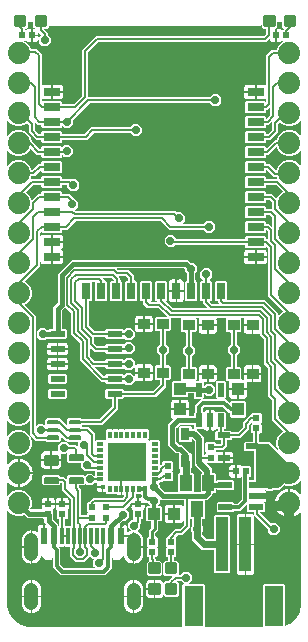
<source format=gbr>
G04 EAGLE Gerber RS-274X export*
G75*
%MOMM*%
%FSLAX34Y34*%
%LPD*%
%INTop Copper*%
%IPPOS*%
%AMOC8*
5,1,8,0,0,1.08239X$1,22.5*%
G01*
%ADD10R,0.300000X0.600000*%
%ADD11R,0.600000X0.300000*%
%ADD12R,3.300000X3.300000*%
%ADD13R,0.435000X0.435000*%
%ADD14R,0.550000X1.200000*%
%ADD15R,1.000000X4.600000*%
%ADD16R,1.600000X3.400000*%
%ADD17R,1.000000X0.900000*%
%ADD18C,0.300000*%
%ADD19R,0.540000X0.600000*%
%ADD20R,1.000000X1.100000*%
%ADD21R,0.600000X0.540000*%
%ADD22R,0.600000X1.450000*%
%ADD23R,0.300000X1.450000*%
%ADD24C,1.158000*%
%ADD25R,1.100000X1.000000*%
%ADD26C,0.200000*%
%ADD27R,1.422400X0.711200*%
%ADD28R,0.711200X1.422400*%
%ADD29C,1.879600*%
%ADD30C,0.247500*%
%ADD31C,0.147500*%
%ADD32R,0.800000X1.000000*%
%ADD33R,1.000000X1.400000*%
%ADD34R,1.200000X0.550000*%
%ADD35R,1.270000X0.508000*%
%ADD36R,1.117600X0.482600*%
%ADD37C,0.706400*%
%ADD38C,0.500000*%
%ADD39C,0.406400*%
%ADD40C,0.812800*%
%ADD41C,0.609600*%
%ADD42C,0.508000*%
%ADD43C,0.076200*%
%ADD44C,0.304800*%
%ADD45C,0.320000*%
%ADD46C,0.254000*%

G36*
X24866Y171547D02*
X24866Y171547D01*
X24928Y171549D01*
X24950Y171562D01*
X24976Y171566D01*
X25047Y171614D01*
X25080Y171632D01*
X25086Y171640D01*
X25096Y171647D01*
X26505Y173057D01*
X30695Y173057D01*
X31576Y172175D01*
X31598Y172162D01*
X31614Y172142D01*
X31671Y172116D01*
X31723Y172084D01*
X31749Y172081D01*
X31773Y172071D01*
X31834Y172073D01*
X31896Y172067D01*
X31920Y172076D01*
X31946Y172077D01*
X32000Y172107D01*
X32058Y172129D01*
X32075Y172148D01*
X32098Y172160D01*
X32133Y172211D01*
X32175Y172256D01*
X32183Y172281D01*
X32198Y172302D01*
X32214Y172386D01*
X32218Y172399D01*
X32218Y172400D01*
X32218Y172401D01*
X32225Y172422D01*
X32223Y172432D01*
X32225Y172444D01*
X32225Y176546D01*
X33704Y178025D01*
X44696Y178025D01*
X46177Y176544D01*
X46192Y176479D01*
X46205Y176405D01*
X46212Y176394D01*
X46214Y176385D01*
X46238Y176356D01*
X46286Y176284D01*
X49976Y172594D01*
X49998Y172581D01*
X50014Y172561D01*
X50071Y172536D01*
X50123Y172503D01*
X50149Y172501D01*
X50173Y172490D01*
X50234Y172492D01*
X50296Y172486D01*
X50320Y172496D01*
X50346Y172497D01*
X50400Y172526D01*
X50458Y172548D01*
X50475Y172567D01*
X50498Y172579D01*
X50533Y172630D01*
X50575Y172675D01*
X50583Y172700D01*
X50598Y172721D01*
X50614Y172806D01*
X50625Y172841D01*
X50623Y172851D01*
X50625Y172863D01*
X50625Y176546D01*
X52104Y178025D01*
X63096Y178025D01*
X63984Y177136D01*
X64049Y177096D01*
X64111Y177052D01*
X64123Y177050D01*
X64132Y177045D01*
X64169Y177041D01*
X64253Y177025D01*
X78047Y177025D01*
X78121Y177042D01*
X78195Y177055D01*
X78206Y177062D01*
X78215Y177064D01*
X78244Y177088D01*
X78316Y177136D01*
X88494Y187314D01*
X88534Y187379D01*
X88578Y187441D01*
X88580Y187453D01*
X88585Y187462D01*
X88589Y187499D01*
X88605Y187583D01*
X88605Y194155D01*
X88594Y194205D01*
X88592Y194256D01*
X88574Y194288D01*
X88566Y194324D01*
X88533Y194363D01*
X88509Y194408D01*
X88479Y194429D01*
X88456Y194457D01*
X88409Y194478D01*
X88367Y194508D01*
X88325Y194516D01*
X88297Y194528D01*
X88267Y194527D01*
X88225Y194535D01*
X84148Y194535D01*
X83255Y195428D01*
X83255Y201772D01*
X84148Y202665D01*
X98112Y202665D01*
X99005Y201772D01*
X99005Y201505D01*
X99016Y201455D01*
X99018Y201404D01*
X99036Y201372D01*
X99044Y201336D01*
X99077Y201297D01*
X99101Y201252D01*
X99131Y201231D01*
X99154Y201203D01*
X99201Y201182D01*
X99243Y201152D01*
X99285Y201144D01*
X99313Y201132D01*
X99343Y201133D01*
X99385Y201125D01*
X123737Y201125D01*
X123811Y201142D01*
X123885Y201155D01*
X123896Y201162D01*
X123905Y201164D01*
X123934Y201188D01*
X124006Y201236D01*
X129444Y206674D01*
X129484Y206739D01*
X129528Y206801D01*
X129530Y206813D01*
X129535Y206822D01*
X129539Y206859D01*
X129555Y206943D01*
X129555Y210095D01*
X129544Y210145D01*
X129542Y210196D01*
X129524Y210228D01*
X129516Y210264D01*
X129483Y210303D01*
X129459Y210348D01*
X129429Y210369D01*
X129406Y210397D01*
X129359Y210418D01*
X129317Y210448D01*
X129275Y210456D01*
X129247Y210468D01*
X129217Y210467D01*
X129175Y210475D01*
X126368Y210475D01*
X125475Y211368D01*
X125475Y221632D01*
X126368Y222525D01*
X129095Y222525D01*
X129145Y222536D01*
X129196Y222538D01*
X129228Y222556D01*
X129264Y222564D01*
X129303Y222597D01*
X129348Y222621D01*
X129369Y222651D01*
X129397Y222674D01*
X129418Y222721D01*
X129448Y222763D01*
X129456Y222805D01*
X129468Y222833D01*
X129467Y222863D01*
X129475Y222905D01*
X129475Y231216D01*
X129458Y231290D01*
X129445Y231365D01*
X129438Y231375D01*
X129436Y231385D01*
X129412Y231413D01*
X129364Y231485D01*
X126943Y233905D01*
X126943Y238095D01*
X129364Y240515D01*
X129404Y240580D01*
X129448Y240642D01*
X129450Y240654D01*
X129455Y240662D01*
X129459Y240699D01*
X129475Y240784D01*
X129475Y251095D01*
X129464Y251145D01*
X129462Y251196D01*
X129444Y251228D01*
X129436Y251264D01*
X129403Y251303D01*
X129379Y251348D01*
X129349Y251369D01*
X129326Y251397D01*
X129279Y251418D01*
X129237Y251448D01*
X129195Y251456D01*
X129167Y251468D01*
X129137Y251467D01*
X129095Y251475D01*
X126368Y251475D01*
X125475Y252368D01*
X125475Y262632D01*
X126368Y263525D01*
X135003Y263525D01*
X135028Y263531D01*
X135054Y263528D01*
X135112Y263550D01*
X135172Y263564D01*
X135192Y263581D01*
X135216Y263590D01*
X135258Y263635D01*
X135305Y263674D01*
X135316Y263698D01*
X135333Y263717D01*
X135351Y263776D01*
X135376Y263833D01*
X135375Y263858D01*
X135383Y263883D01*
X135372Y263944D01*
X135370Y264006D01*
X135357Y264028D01*
X135353Y264054D01*
X135305Y264125D01*
X135287Y264158D01*
X135279Y264164D01*
X135272Y264174D01*
X128082Y271364D01*
X128017Y271404D01*
X127955Y271448D01*
X127943Y271450D01*
X127935Y271455D01*
X127898Y271459D01*
X127813Y271475D01*
X118954Y271475D01*
X115583Y274847D01*
X115583Y276763D01*
X115571Y276813D01*
X115569Y276864D01*
X115552Y276896D01*
X115543Y276932D01*
X115511Y276971D01*
X115486Y277016D01*
X115456Y277037D01*
X115433Y277066D01*
X115386Y277087D01*
X115345Y277116D01*
X115303Y277124D01*
X115275Y277137D01*
X115244Y277135D01*
X115202Y277144D01*
X113920Y277144D01*
X113027Y278037D01*
X113027Y293524D01*
X113920Y294417D01*
X122295Y294417D01*
X123188Y293524D01*
X123188Y278037D01*
X122325Y277174D01*
X122312Y277152D01*
X122292Y277136D01*
X122266Y277079D01*
X122234Y277027D01*
X122231Y277001D01*
X122221Y276977D01*
X122223Y276916D01*
X122217Y276854D01*
X122226Y276830D01*
X122227Y276804D01*
X122257Y276750D01*
X122279Y276692D01*
X122298Y276675D01*
X122310Y276652D01*
X122361Y276617D01*
X122406Y276575D01*
X122431Y276567D01*
X122452Y276552D01*
X122536Y276536D01*
X122572Y276525D01*
X122582Y276527D01*
X122594Y276525D01*
X126321Y276525D01*
X126346Y276531D01*
X126371Y276528D01*
X126429Y276550D01*
X126489Y276564D01*
X126509Y276581D01*
X126533Y276590D01*
X126575Y276635D01*
X126623Y276674D01*
X126634Y276698D01*
X126651Y276717D01*
X126669Y276776D01*
X126694Y276833D01*
X126693Y276858D01*
X126700Y276883D01*
X126690Y276944D01*
X126687Y277006D01*
X126675Y277028D01*
X126671Y277054D01*
X126622Y277125D01*
X126605Y277158D01*
X126596Y277164D01*
X126590Y277174D01*
X125727Y278037D01*
X125727Y293524D01*
X126620Y294417D01*
X134995Y294417D01*
X135888Y293524D01*
X135888Y278037D01*
X134980Y277128D01*
X134953Y277085D01*
X134918Y277048D01*
X134908Y277012D01*
X134888Y276981D01*
X134884Y276930D01*
X134869Y276882D01*
X134875Y276845D01*
X134872Y276809D01*
X134890Y276761D01*
X134899Y276711D01*
X134923Y276675D01*
X134933Y276647D01*
X134956Y276626D01*
X134980Y276591D01*
X140458Y271112D01*
X140523Y271072D01*
X140585Y271028D01*
X140597Y271026D01*
X140606Y271021D01*
X140643Y271017D01*
X140727Y271001D01*
X169511Y271001D01*
X169536Y271007D01*
X169562Y271004D01*
X169619Y271026D01*
X169679Y271040D01*
X169699Y271057D01*
X169723Y271066D01*
X169765Y271111D01*
X169813Y271150D01*
X169824Y271174D01*
X169841Y271193D01*
X169859Y271252D01*
X169884Y271309D01*
X169883Y271334D01*
X169890Y271359D01*
X169880Y271420D01*
X169877Y271482D01*
X169865Y271504D01*
X169861Y271530D01*
X169812Y271601D01*
X169795Y271634D01*
X169787Y271640D01*
X169780Y271650D01*
X166383Y275047D01*
X166383Y276763D01*
X166371Y276813D01*
X166369Y276864D01*
X166352Y276896D01*
X166343Y276932D01*
X166311Y276971D01*
X166286Y277016D01*
X166256Y277037D01*
X166233Y277066D01*
X166186Y277087D01*
X166145Y277116D01*
X166103Y277124D01*
X166075Y277137D01*
X166044Y277135D01*
X166002Y277144D01*
X164720Y277144D01*
X163827Y278037D01*
X163827Y293524D01*
X164720Y294417D01*
X166002Y294417D01*
X166052Y294429D01*
X166103Y294431D01*
X166135Y294448D01*
X166171Y294457D01*
X166211Y294489D01*
X166255Y294513D01*
X166276Y294543D01*
X166305Y294567D01*
X166326Y294613D01*
X166355Y294655D01*
X166363Y294697D01*
X166376Y294725D01*
X166375Y294755D01*
X166383Y294797D01*
X166383Y294939D01*
X166370Y294993D01*
X166369Y295014D01*
X166363Y295024D01*
X166352Y295087D01*
X166345Y295097D01*
X166343Y295107D01*
X166319Y295136D01*
X166271Y295207D01*
X163853Y297625D01*
X163853Y301815D01*
X166815Y304777D01*
X171005Y304777D01*
X173967Y301815D01*
X173967Y297625D01*
X171543Y295202D01*
X171503Y295138D01*
X171460Y295076D01*
X171457Y295063D01*
X171452Y295055D01*
X171449Y295018D01*
X171445Y294998D01*
X171439Y294986D01*
X171440Y294972D01*
X171432Y294933D01*
X171432Y294797D01*
X171444Y294748D01*
X171446Y294697D01*
X171463Y294664D01*
X171472Y294629D01*
X171504Y294589D01*
X171528Y294544D01*
X171558Y294523D01*
X171582Y294495D01*
X171628Y294474D01*
X171670Y294445D01*
X171712Y294437D01*
X171740Y294424D01*
X171770Y294425D01*
X171812Y294417D01*
X173095Y294417D01*
X173988Y293524D01*
X173988Y278037D01*
X173095Y277144D01*
X172345Y277144D01*
X172320Y277138D01*
X172294Y277140D01*
X172236Y277118D01*
X172176Y277104D01*
X172156Y277088D01*
X172132Y277079D01*
X172090Y277033D01*
X172043Y276994D01*
X172032Y276970D01*
X172014Y276951D01*
X171997Y276892D01*
X171972Y276836D01*
X171973Y276810D01*
X171965Y276785D01*
X171976Y276724D01*
X171978Y276663D01*
X171991Y276640D01*
X171995Y276615D01*
X172043Y276543D01*
X172061Y276510D01*
X172069Y276505D01*
X172076Y276494D01*
X173934Y274636D01*
X173999Y274596D01*
X174061Y274552D01*
X174073Y274550D01*
X174082Y274545D01*
X174119Y274541D01*
X174203Y274525D01*
X179511Y274525D01*
X179536Y274531D01*
X179562Y274528D01*
X179619Y274550D01*
X179679Y274564D01*
X179699Y274581D01*
X179723Y274590D01*
X179765Y274635D01*
X179813Y274674D01*
X179824Y274698D01*
X179841Y274717D01*
X179859Y274776D01*
X179884Y274833D01*
X179883Y274858D01*
X179890Y274883D01*
X179880Y274944D01*
X179877Y275006D01*
X179865Y275028D01*
X179861Y275054D01*
X179812Y275125D01*
X179795Y275158D01*
X179787Y275164D01*
X179780Y275174D01*
X178856Y276097D01*
X178856Y276746D01*
X178844Y276795D01*
X178842Y276846D01*
X178825Y276878D01*
X178817Y276914D01*
X178784Y276954D01*
X178760Y276998D01*
X178730Y277020D01*
X178706Y277048D01*
X178660Y277069D01*
X178618Y277098D01*
X178576Y277106D01*
X178548Y277119D01*
X178518Y277118D01*
X178476Y277126D01*
X177193Y277126D01*
X176300Y278019D01*
X176300Y293506D01*
X177193Y294399D01*
X185568Y294399D01*
X186461Y293506D01*
X186461Y278429D01*
X186473Y278379D01*
X186475Y278328D01*
X186493Y278296D01*
X186501Y278260D01*
X186533Y278221D01*
X186558Y278176D01*
X186588Y278155D01*
X186611Y278127D01*
X186658Y278106D01*
X186699Y278076D01*
X186741Y278068D01*
X186769Y278056D01*
X186800Y278057D01*
X186842Y278049D01*
X218478Y278049D01*
X229603Y266924D01*
X229603Y265368D01*
X229609Y265343D01*
X229606Y265317D01*
X229628Y265259D01*
X229642Y265199D01*
X229659Y265179D01*
X229668Y265155D01*
X229713Y265113D01*
X229752Y265065D01*
X229776Y265055D01*
X229795Y265037D01*
X229854Y265020D01*
X229911Y264995D01*
X229936Y264995D01*
X229961Y264988D01*
X230022Y264999D01*
X230084Y265001D01*
X230106Y265013D01*
X230132Y265018D01*
X230203Y265066D01*
X230236Y265084D01*
X230242Y265092D01*
X230252Y265099D01*
X232813Y267660D01*
X233628Y267998D01*
X233659Y268020D01*
X233695Y268034D01*
X233729Y268070D01*
X233769Y268099D01*
X233787Y268133D01*
X233813Y268161D01*
X233827Y268208D01*
X233850Y268252D01*
X233851Y268290D01*
X233862Y268327D01*
X233854Y268376D01*
X233855Y268425D01*
X233839Y268460D01*
X233833Y268498D01*
X233799Y268548D01*
X233783Y268582D01*
X233767Y268595D01*
X233751Y268618D01*
X221029Y281340D01*
X221029Y321797D01*
X221012Y321871D01*
X220999Y321945D01*
X220992Y321956D01*
X220990Y321965D01*
X220966Y321994D01*
X220918Y322066D01*
X219874Y323110D01*
X219852Y323123D01*
X219835Y323143D01*
X219779Y323169D01*
X219727Y323201D01*
X219701Y323204D01*
X219677Y323214D01*
X219616Y323212D01*
X219554Y323218D01*
X219530Y323209D01*
X219504Y323208D01*
X219450Y323178D01*
X219392Y323156D01*
X219375Y323137D01*
X219352Y323125D01*
X219322Y323083D01*
X218331Y322092D01*
X202844Y322092D01*
X201951Y322985D01*
X201951Y324268D01*
X201939Y324317D01*
X201938Y324368D01*
X201920Y324401D01*
X201912Y324436D01*
X201879Y324476D01*
X201855Y324520D01*
X201825Y324542D01*
X201801Y324570D01*
X201755Y324591D01*
X201713Y324620D01*
X201671Y324628D01*
X201643Y324641D01*
X201613Y324640D01*
X201571Y324648D01*
X142177Y324648D01*
X142103Y324631D01*
X142028Y324618D01*
X142018Y324611D01*
X142008Y324608D01*
X141979Y324585D01*
X141908Y324536D01*
X140585Y323213D01*
X136395Y323213D01*
X133433Y326175D01*
X133433Y330365D01*
X136395Y333327D01*
X140585Y333327D01*
X143547Y330365D01*
X143547Y330078D01*
X143558Y330028D01*
X143560Y329977D01*
X143578Y329945D01*
X143586Y329909D01*
X143619Y329869D01*
X143643Y329825D01*
X143673Y329804D01*
X143696Y329775D01*
X143743Y329754D01*
X143785Y329725D01*
X143827Y329717D01*
X143855Y329704D01*
X143885Y329705D01*
X143927Y329697D01*
X201571Y329697D01*
X201621Y329709D01*
X201672Y329711D01*
X201704Y329728D01*
X201740Y329737D01*
X201779Y329769D01*
X201824Y329794D01*
X201845Y329824D01*
X201873Y329847D01*
X201894Y329894D01*
X201923Y329935D01*
X201932Y329977D01*
X201944Y330005D01*
X201943Y330036D01*
X201951Y330078D01*
X201951Y331360D01*
X202844Y332253D01*
X218331Y332253D01*
X219225Y331360D01*
X219225Y330078D01*
X219236Y330028D01*
X219238Y329977D01*
X219256Y329945D01*
X219264Y329909D01*
X219297Y329869D01*
X219321Y329825D01*
X219351Y329804D01*
X219374Y329775D01*
X219421Y329754D01*
X219463Y329725D01*
X219504Y329717D01*
X219532Y329704D01*
X219563Y329705D01*
X219605Y329697D01*
X220449Y329697D01*
X220475Y329686D01*
X220527Y329653D01*
X220553Y329651D01*
X220577Y329640D01*
X220638Y329642D01*
X220700Y329636D01*
X220724Y329646D01*
X220750Y329647D01*
X220804Y329676D01*
X220862Y329698D01*
X220879Y329717D01*
X220902Y329729D01*
X220937Y329780D01*
X220979Y329825D01*
X220987Y329850D01*
X221002Y329871D01*
X221018Y329955D01*
X221029Y329991D01*
X221027Y330001D01*
X221029Y330013D01*
X221029Y335797D01*
X221012Y335871D01*
X220999Y335945D01*
X220992Y335956D01*
X220990Y335965D01*
X220966Y335994D01*
X220918Y336066D01*
X219874Y337110D01*
X219852Y337123D01*
X219835Y337143D01*
X219779Y337169D01*
X219727Y337201D01*
X219701Y337204D01*
X219677Y337214D01*
X219616Y337212D01*
X219554Y337218D01*
X219530Y337209D01*
X219504Y337208D01*
X219450Y337178D01*
X219392Y337156D01*
X219375Y337137D01*
X219352Y337125D01*
X219316Y337074D01*
X219274Y337029D01*
X219267Y337004D01*
X219252Y336983D01*
X219236Y336899D01*
X219225Y336863D01*
X219227Y336853D01*
X219225Y336841D01*
X219225Y335685D01*
X218331Y334792D01*
X202844Y334792D01*
X201951Y335685D01*
X201951Y344060D01*
X202844Y344953D01*
X218331Y344953D01*
X219225Y344060D01*
X219225Y342778D01*
X219236Y342728D01*
X219238Y342677D01*
X219256Y342645D01*
X219264Y342609D01*
X219297Y342569D01*
X219321Y342525D01*
X219351Y342504D01*
X219374Y342475D01*
X219421Y342454D01*
X219463Y342425D01*
X219504Y342417D01*
X219532Y342404D01*
X219563Y342405D01*
X219605Y342397D01*
X221727Y342397D01*
X223904Y340220D01*
X223926Y340207D01*
X223942Y340187D01*
X223999Y340162D01*
X224051Y340129D01*
X224077Y340127D01*
X224101Y340116D01*
X224162Y340118D01*
X224224Y340112D01*
X224248Y340122D01*
X224274Y340123D01*
X224328Y340152D01*
X224386Y340174D01*
X224403Y340193D01*
X224426Y340205D01*
X224461Y340256D01*
X224503Y340301D01*
X224511Y340326D01*
X224526Y340347D01*
X224542Y340432D01*
X224553Y340467D01*
X224551Y340477D01*
X224553Y340489D01*
X224553Y347719D01*
X224536Y347793D01*
X224523Y347867D01*
X224516Y347878D01*
X224514Y347887D01*
X224490Y347916D01*
X224442Y347988D01*
X222493Y349936D01*
X222428Y349977D01*
X222366Y350020D01*
X222354Y350023D01*
X222346Y350028D01*
X222309Y350031D01*
X222224Y350048D01*
X219605Y350048D01*
X219555Y350036D01*
X219504Y350034D01*
X219472Y350017D01*
X219436Y350008D01*
X219397Y349976D01*
X219352Y349952D01*
X219331Y349922D01*
X219302Y349898D01*
X219282Y349852D01*
X219252Y349810D01*
X219244Y349768D01*
X219232Y349740D01*
X219233Y349709D01*
X219225Y349668D01*
X219225Y348385D01*
X218331Y347492D01*
X202844Y347492D01*
X201951Y348385D01*
X201951Y356760D01*
X202844Y357653D01*
X218331Y357653D01*
X219225Y356760D01*
X219225Y355478D01*
X219236Y355428D01*
X219238Y355377D01*
X219256Y355345D01*
X219264Y355309D01*
X219297Y355269D01*
X219321Y355225D01*
X219351Y355204D01*
X219374Y355175D01*
X219421Y355154D01*
X219463Y355125D01*
X219504Y355117D01*
X219532Y355104D01*
X219563Y355105D01*
X219605Y355097D01*
X224173Y355097D01*
X224223Y355109D01*
X224274Y355111D01*
X224306Y355128D01*
X224342Y355137D01*
X224381Y355169D01*
X224426Y355194D01*
X224447Y355224D01*
X224475Y355247D01*
X224496Y355294D01*
X224526Y355335D01*
X224534Y355377D01*
X224546Y355405D01*
X224545Y355436D01*
X224553Y355478D01*
X224553Y360797D01*
X224536Y360871D01*
X224523Y360945D01*
X224516Y360956D01*
X224514Y360965D01*
X224490Y360994D01*
X224442Y361066D01*
X222871Y362636D01*
X222806Y362677D01*
X222744Y362720D01*
X222732Y362723D01*
X222724Y362728D01*
X222687Y362731D01*
X222602Y362748D01*
X219605Y362748D01*
X219555Y362736D01*
X219504Y362734D01*
X219472Y362717D01*
X219436Y362708D01*
X219397Y362676D01*
X219352Y362652D01*
X219331Y362622D01*
X219302Y362598D01*
X219282Y362552D01*
X219252Y362510D01*
X219244Y362468D01*
X219232Y362440D01*
X219233Y362409D01*
X219225Y362368D01*
X219225Y361085D01*
X218331Y360192D01*
X202844Y360192D01*
X201951Y361085D01*
X201951Y369460D01*
X202844Y370353D01*
X218331Y370353D01*
X219225Y369460D01*
X219225Y368178D01*
X219236Y368128D01*
X219238Y368077D01*
X219256Y368045D01*
X219264Y368009D01*
X219297Y367969D01*
X219321Y367925D01*
X219351Y367904D01*
X219374Y367875D01*
X219421Y367854D01*
X219463Y367825D01*
X219504Y367817D01*
X219532Y367804D01*
X219563Y367805D01*
X219605Y367797D01*
X224851Y367797D01*
X228012Y364636D01*
X228377Y364271D01*
X228410Y364251D01*
X228436Y364223D01*
X228483Y364206D01*
X228525Y364180D01*
X228563Y364176D01*
X228599Y364163D01*
X228648Y364168D01*
X228697Y364163D01*
X228733Y364177D01*
X228771Y364181D01*
X228813Y364207D01*
X228859Y364225D01*
X228885Y364253D01*
X228918Y364274D01*
X228951Y364324D01*
X228977Y364352D01*
X228983Y364372D01*
X228998Y364394D01*
X229740Y366187D01*
X232813Y369260D01*
X233246Y369439D01*
X233278Y369462D01*
X233314Y369476D01*
X233347Y369512D01*
X233387Y369540D01*
X233405Y369574D01*
X233431Y369603D01*
X233445Y369650D01*
X233469Y369693D01*
X233470Y369732D01*
X233481Y369769D01*
X233472Y369817D01*
X233474Y369867D01*
X233457Y369902D01*
X233451Y369940D01*
X233417Y369990D01*
X233401Y370024D01*
X233385Y370037D01*
X233370Y370060D01*
X228093Y375336D01*
X228028Y375377D01*
X227966Y375420D01*
X227954Y375423D01*
X227946Y375428D01*
X227909Y375431D01*
X227824Y375448D01*
X219605Y375448D01*
X219555Y375436D01*
X219504Y375434D01*
X219472Y375417D01*
X219436Y375408D01*
X219397Y375376D01*
X219352Y375352D01*
X219331Y375322D01*
X219302Y375298D01*
X219282Y375252D01*
X219252Y375210D01*
X219244Y375168D01*
X219232Y375140D01*
X219233Y375109D01*
X219225Y375068D01*
X219225Y373785D01*
X218331Y372892D01*
X202844Y372892D01*
X201951Y373785D01*
X201951Y382160D01*
X202844Y383053D01*
X218331Y383053D01*
X219225Y382160D01*
X219225Y380878D01*
X219236Y380828D01*
X219238Y380777D01*
X219256Y380745D01*
X219264Y380709D01*
X219297Y380669D01*
X219321Y380625D01*
X219351Y380604D01*
X219374Y380575D01*
X219421Y380554D01*
X219463Y380525D01*
X219504Y380517D01*
X219532Y380504D01*
X219563Y380505D01*
X219605Y380497D01*
X228639Y380497D01*
X228676Y380506D01*
X228715Y380505D01*
X228760Y380526D01*
X228808Y380537D01*
X228837Y380561D01*
X228872Y380577D01*
X228903Y380616D01*
X228941Y380647D01*
X228957Y380682D01*
X228981Y380712D01*
X228992Y380760D01*
X229012Y380805D01*
X229011Y380844D01*
X229019Y380881D01*
X229007Y380940D01*
X229006Y380978D01*
X228996Y380997D01*
X228990Y381023D01*
X228486Y382241D01*
X228449Y382292D01*
X228419Y382348D01*
X228399Y382362D01*
X228385Y382381D01*
X228329Y382411D01*
X228277Y382448D01*
X228250Y382453D01*
X228232Y382463D01*
X228194Y382464D01*
X228135Y382475D01*
X225954Y382475D01*
X220393Y388036D01*
X220328Y388077D01*
X220266Y388120D01*
X220254Y388123D01*
X220246Y388128D01*
X220209Y388131D01*
X220124Y388148D01*
X219605Y388148D01*
X219555Y388136D01*
X219504Y388134D01*
X219472Y388117D01*
X219436Y388108D01*
X219397Y388076D01*
X219352Y388052D01*
X219331Y388022D01*
X219302Y387998D01*
X219282Y387952D01*
X219252Y387910D01*
X219244Y387868D01*
X219232Y387840D01*
X219233Y387809D01*
X219225Y387768D01*
X219225Y386485D01*
X218331Y385592D01*
X202844Y385592D01*
X201951Y386485D01*
X201951Y394860D01*
X202844Y395753D01*
X218331Y395753D01*
X219225Y394860D01*
X219225Y393578D01*
X219236Y393528D01*
X219238Y393477D01*
X219256Y393445D01*
X219264Y393409D01*
X219297Y393369D01*
X219321Y393325D01*
X219351Y393304D01*
X219374Y393275D01*
X219421Y393254D01*
X219463Y393225D01*
X219504Y393217D01*
X219532Y393204D01*
X219563Y393205D01*
X219605Y393197D01*
X222373Y393197D01*
X227652Y387919D01*
X227684Y387899D01*
X227711Y387871D01*
X227757Y387853D01*
X227799Y387828D01*
X227837Y387824D01*
X227873Y387810D01*
X227922Y387816D01*
X227971Y387811D01*
X228007Y387825D01*
X228045Y387829D01*
X228087Y387855D01*
X228133Y387873D01*
X228159Y387901D01*
X228192Y387921D01*
X228225Y387972D01*
X228251Y388000D01*
X228257Y388020D01*
X228272Y388042D01*
X229740Y391587D01*
X232813Y394660D01*
X236827Y396323D01*
X241173Y396323D01*
X245187Y394660D01*
X247969Y391878D01*
X247991Y391864D01*
X248007Y391844D01*
X248064Y391819D01*
X248116Y391787D01*
X248142Y391784D01*
X248166Y391774D01*
X248227Y391776D01*
X248289Y391770D01*
X248313Y391779D01*
X248339Y391780D01*
X248393Y391810D01*
X248451Y391832D01*
X248468Y391851D01*
X248491Y391863D01*
X248526Y391913D01*
X248568Y391959D01*
X248576Y391983D01*
X248591Y392005D01*
X248607Y392089D01*
X248618Y392125D01*
X248616Y392135D01*
X248618Y392147D01*
X248618Y404053D01*
X248612Y404078D01*
X248615Y404104D01*
X248605Y404129D01*
X248605Y404145D01*
X248591Y404171D01*
X248579Y404222D01*
X248562Y404242D01*
X248553Y404266D01*
X248525Y404292D01*
X248522Y404298D01*
X248509Y404307D01*
X248508Y404308D01*
X248469Y404356D01*
X248445Y404366D01*
X248426Y404384D01*
X248381Y404397D01*
X248380Y404397D01*
X248378Y404398D01*
X248367Y404401D01*
X248310Y404426D01*
X248285Y404426D01*
X248260Y404433D01*
X248199Y404422D01*
X248137Y404420D01*
X248115Y404408D01*
X248089Y404403D01*
X248064Y404386D01*
X248061Y404386D01*
X248050Y404377D01*
X248018Y404355D01*
X247985Y404337D01*
X247979Y404329D01*
X247969Y404322D01*
X245187Y401540D01*
X241173Y399877D01*
X236827Y399877D01*
X232813Y401540D01*
X229740Y404613D01*
X228623Y407309D01*
X228601Y407340D01*
X228587Y407376D01*
X228551Y407410D01*
X228522Y407450D01*
X228488Y407468D01*
X228460Y407494D01*
X228413Y407508D01*
X228369Y407531D01*
X228331Y407532D01*
X228294Y407543D01*
X228245Y407535D01*
X228196Y407536D01*
X228161Y407520D01*
X228123Y407514D01*
X228073Y407480D01*
X228039Y407464D01*
X228025Y407448D01*
X228003Y407433D01*
X221418Y400848D01*
X219605Y400848D01*
X219555Y400836D01*
X219504Y400834D01*
X219472Y400817D01*
X219436Y400808D01*
X219397Y400776D01*
X219352Y400752D01*
X219331Y400722D01*
X219302Y400698D01*
X219282Y400652D01*
X219252Y400610D01*
X219244Y400568D01*
X219232Y400540D01*
X219233Y400509D01*
X219225Y400468D01*
X219225Y399185D01*
X218331Y398292D01*
X202844Y398292D01*
X201951Y399185D01*
X201951Y407560D01*
X202844Y408453D01*
X218331Y408453D01*
X219225Y407560D01*
X219225Y406713D01*
X219230Y406688D01*
X219228Y406662D01*
X219250Y406605D01*
X219264Y406544D01*
X219280Y406524D01*
X219290Y406500D01*
X219335Y406458D01*
X219374Y406411D01*
X219398Y406400D01*
X219417Y406383D01*
X219476Y406365D01*
X219532Y406340D01*
X219558Y406341D01*
X219583Y406333D01*
X219644Y406344D01*
X219706Y406346D01*
X219728Y406359D01*
X219754Y406363D01*
X219825Y406411D01*
X219858Y406429D01*
X219863Y406437D01*
X219874Y406444D01*
X226754Y413325D01*
X227969Y413325D01*
X228031Y413339D01*
X228094Y413346D01*
X228114Y413359D01*
X228138Y413364D01*
X228187Y413405D01*
X228240Y413439D01*
X228255Y413461D01*
X228271Y413474D01*
X228287Y413509D01*
X228320Y413559D01*
X229740Y416987D01*
X232813Y420060D01*
X236827Y421723D01*
X241173Y421723D01*
X245187Y420060D01*
X247969Y417278D01*
X247991Y417264D01*
X248007Y417244D01*
X248064Y417219D01*
X248116Y417187D01*
X248142Y417184D01*
X248166Y417174D01*
X248227Y417176D01*
X248289Y417170D01*
X248313Y417179D01*
X248339Y417180D01*
X248393Y417210D01*
X248451Y417232D01*
X248468Y417251D01*
X248491Y417263D01*
X248526Y417313D01*
X248568Y417359D01*
X248576Y417383D01*
X248591Y417405D01*
X248607Y417489D01*
X248618Y417525D01*
X248616Y417535D01*
X248618Y417547D01*
X248618Y429453D01*
X248612Y429478D01*
X248615Y429504D01*
X248593Y429562D01*
X248579Y429622D01*
X248562Y429642D01*
X248553Y429666D01*
X248508Y429708D01*
X248469Y429756D01*
X248445Y429766D01*
X248426Y429784D01*
X248367Y429801D01*
X248310Y429826D01*
X248285Y429826D01*
X248260Y429833D01*
X248199Y429822D01*
X248137Y429820D01*
X248115Y429808D01*
X248089Y429803D01*
X248018Y429755D01*
X247985Y429737D01*
X247979Y429729D01*
X247969Y429722D01*
X245187Y426940D01*
X241173Y425277D01*
X236827Y425277D01*
X232813Y426940D01*
X231431Y428322D01*
X231387Y428349D01*
X231350Y428384D01*
X231315Y428394D01*
X231283Y428414D01*
X231233Y428419D01*
X231184Y428433D01*
X231147Y428427D01*
X231111Y428430D01*
X231063Y428412D01*
X231013Y428403D01*
X230978Y428380D01*
X230949Y428369D01*
X230928Y428346D01*
X230893Y428322D01*
X229636Y427066D01*
X229596Y427001D01*
X229552Y426939D01*
X229550Y426927D01*
X229545Y426918D01*
X229541Y426881D01*
X229525Y426797D01*
X229525Y419954D01*
X223118Y413548D01*
X219605Y413548D01*
X219555Y413536D01*
X219504Y413534D01*
X219472Y413517D01*
X219436Y413508D01*
X219397Y413476D01*
X219352Y413452D01*
X219331Y413422D01*
X219302Y413398D01*
X219282Y413352D01*
X219252Y413310D01*
X219244Y413268D01*
X219232Y413240D01*
X219233Y413209D01*
X219225Y413168D01*
X219225Y411885D01*
X218331Y410992D01*
X202844Y410992D01*
X201951Y411885D01*
X201951Y420260D01*
X202844Y421153D01*
X218331Y421153D01*
X219225Y420260D01*
X219225Y418978D01*
X219236Y418928D01*
X219238Y418877D01*
X219256Y418845D01*
X219264Y418809D01*
X219297Y418769D01*
X219321Y418725D01*
X219351Y418704D01*
X219374Y418675D01*
X219421Y418654D01*
X219463Y418625D01*
X219504Y418617D01*
X219532Y418604D01*
X219563Y418605D01*
X219605Y418597D01*
X220869Y418597D01*
X220943Y418615D01*
X221018Y418628D01*
X221028Y418634D01*
X221038Y418637D01*
X221067Y418661D01*
X221138Y418709D01*
X224364Y421934D01*
X224404Y421999D01*
X224448Y422061D01*
X224450Y422073D01*
X224455Y422082D01*
X224459Y422119D01*
X224475Y422203D01*
X224475Y427987D01*
X224469Y428012D01*
X224472Y428038D01*
X224450Y428095D01*
X224436Y428155D01*
X224419Y428175D01*
X224410Y428199D01*
X224365Y428241D01*
X224326Y428289D01*
X224302Y428300D01*
X224283Y428317D01*
X224224Y428335D01*
X224167Y428360D01*
X224142Y428359D01*
X224117Y428366D01*
X224056Y428356D01*
X223994Y428353D01*
X223972Y428341D01*
X223946Y428337D01*
X223875Y428288D01*
X223842Y428271D01*
X223836Y428263D01*
X223826Y428256D01*
X221818Y426248D01*
X219605Y426248D01*
X219555Y426236D01*
X219504Y426234D01*
X219472Y426217D01*
X219436Y426208D01*
X219397Y426176D01*
X219352Y426152D01*
X219331Y426122D01*
X219302Y426098D01*
X219282Y426052D01*
X219252Y426010D01*
X219244Y425968D01*
X219232Y425940D01*
X219233Y425909D01*
X219225Y425868D01*
X219225Y424585D01*
X218331Y423692D01*
X202844Y423692D01*
X201951Y424585D01*
X201951Y432960D01*
X202844Y433853D01*
X218331Y433853D01*
X219225Y432960D01*
X219225Y431713D01*
X219230Y431688D01*
X219228Y431662D01*
X219250Y431605D01*
X219264Y431544D01*
X219280Y431524D01*
X219290Y431500D01*
X219335Y431458D01*
X219374Y431411D01*
X219398Y431400D01*
X219417Y431383D01*
X219476Y431365D01*
X219532Y431340D01*
X219558Y431341D01*
X219583Y431333D01*
X219644Y431344D01*
X219706Y431346D01*
X219728Y431359D01*
X219754Y431363D01*
X219825Y431411D01*
X219858Y431429D01*
X219863Y431437D01*
X219874Y431444D01*
X222888Y434458D01*
X222928Y434523D01*
X222972Y434585D01*
X222974Y434597D01*
X222979Y434606D01*
X222983Y434643D01*
X222999Y434727D01*
X222999Y440511D01*
X222993Y440536D01*
X222996Y440562D01*
X222974Y440619D01*
X222960Y440679D01*
X222943Y440699D01*
X222934Y440723D01*
X222889Y440765D01*
X222850Y440813D01*
X222826Y440824D01*
X222807Y440841D01*
X222748Y440859D01*
X222691Y440884D01*
X222666Y440883D01*
X222641Y440890D01*
X222580Y440880D01*
X222518Y440877D01*
X222496Y440865D01*
X222470Y440861D01*
X222399Y440812D01*
X222366Y440795D01*
X222360Y440787D01*
X222350Y440780D01*
X220518Y438948D01*
X219605Y438948D01*
X219555Y438936D01*
X219504Y438934D01*
X219472Y438917D01*
X219436Y438908D01*
X219397Y438876D01*
X219352Y438852D01*
X219331Y438822D01*
X219302Y438798D01*
X219282Y438752D01*
X219252Y438710D01*
X219244Y438668D01*
X219232Y438640D01*
X219233Y438609D01*
X219225Y438568D01*
X219225Y437285D01*
X218331Y436392D01*
X202844Y436392D01*
X201951Y437285D01*
X201951Y445660D01*
X202844Y446553D01*
X218331Y446553D01*
X218826Y446059D01*
X218848Y446045D01*
X218864Y446025D01*
X218921Y446000D01*
X218973Y445967D01*
X218999Y445965D01*
X219023Y445954D01*
X219084Y445956D01*
X219146Y445951D01*
X219170Y445960D01*
X219196Y445961D01*
X219250Y445990D01*
X219308Y446012D01*
X219325Y446031D01*
X219348Y446043D01*
X219383Y446094D01*
X219425Y446139D01*
X219433Y446164D01*
X219448Y446185D01*
X219464Y446270D01*
X219475Y446305D01*
X219473Y446315D01*
X219475Y446327D01*
X219475Y448049D01*
X219461Y448111D01*
X219455Y448173D01*
X219441Y448194D01*
X219436Y448218D01*
X219396Y448267D01*
X219362Y448320D01*
X219341Y448333D01*
X219326Y448352D01*
X219268Y448377D01*
X219214Y448410D01*
X219190Y448412D01*
X219167Y448423D01*
X219105Y448420D01*
X219042Y448426D01*
X219016Y448417D01*
X218994Y448416D01*
X218961Y448398D01*
X218905Y448379D01*
X218680Y448249D01*
X218034Y448076D01*
X211349Y448076D01*
X211349Y453791D01*
X211337Y453841D01*
X211335Y453892D01*
X211318Y453924D01*
X211310Y453960D01*
X211277Y454000D01*
X211253Y454044D01*
X211223Y454065D01*
X211199Y454094D01*
X211153Y454115D01*
X211111Y454144D01*
X211069Y454152D01*
X211041Y454165D01*
X211011Y454164D01*
X210969Y454172D01*
X210587Y454172D01*
X210587Y454173D01*
X210969Y454173D01*
X211018Y454185D01*
X211069Y454187D01*
X211102Y454205D01*
X211137Y454213D01*
X211177Y454245D01*
X211222Y454270D01*
X211243Y454300D01*
X211271Y454323D01*
X211292Y454370D01*
X211321Y454411D01*
X211330Y454453D01*
X211342Y454481D01*
X211341Y454512D01*
X211349Y454554D01*
X211349Y460269D01*
X218034Y460269D01*
X218680Y460096D01*
X218905Y459967D01*
X218965Y459948D01*
X219023Y459923D01*
X219047Y459924D01*
X219071Y459916D01*
X219133Y459927D01*
X219196Y459929D01*
X219217Y459941D01*
X219242Y459945D01*
X219293Y459982D01*
X219348Y460012D01*
X219362Y460032D01*
X219382Y460046D01*
X219411Y460102D01*
X219448Y460154D01*
X219453Y460181D01*
X219463Y460200D01*
X219464Y460237D01*
X219465Y460241D01*
X219468Y460249D01*
X219468Y460258D01*
X219475Y460296D01*
X219475Y485046D01*
X223954Y489525D01*
X227969Y489525D01*
X228031Y489539D01*
X228094Y489546D01*
X228114Y489559D01*
X228138Y489564D01*
X228187Y489605D01*
X228240Y489639D01*
X228255Y489661D01*
X228271Y489674D01*
X228287Y489709D01*
X228320Y489759D01*
X229740Y493187D01*
X232813Y496260D01*
X233981Y496744D01*
X233991Y496751D01*
X234004Y496754D01*
X234061Y496801D01*
X234122Y496845D01*
X234128Y496856D01*
X234138Y496864D01*
X234168Y496932D01*
X234203Y496998D01*
X234203Y497011D01*
X234209Y497023D01*
X234206Y497097D01*
X234208Y497171D01*
X234203Y497183D01*
X234202Y497196D01*
X234167Y497261D01*
X234136Y497328D01*
X234126Y497337D01*
X234119Y497348D01*
X234059Y497390D01*
X234001Y497437D01*
X233988Y497440D01*
X233978Y497448D01*
X233835Y497475D01*
X232988Y497475D01*
X232987Y497477D01*
X232974Y497485D01*
X232966Y497497D01*
X232928Y497516D01*
X232905Y497537D01*
X232884Y497543D01*
X232862Y497559D01*
X232852Y497561D01*
X232840Y497568D01*
X232825Y497570D01*
X232812Y497576D01*
X232769Y497577D01*
X232739Y497586D01*
X232730Y497584D01*
X232720Y497586D01*
X232717Y497586D01*
X232698Y497582D01*
X232667Y497585D01*
X232653Y497579D01*
X232639Y497580D01*
X232601Y497562D01*
X232569Y497556D01*
X232558Y497549D01*
X232548Y497547D01*
X232531Y497533D01*
X232505Y497523D01*
X232495Y497512D01*
X232482Y497506D01*
X232466Y497487D01*
X232448Y497475D01*
X231940Y496967D01*
X231361Y496632D01*
X230715Y496459D01*
X228441Y496459D01*
X228441Y501619D01*
X228430Y501669D01*
X228428Y501720D01*
X228410Y501752D01*
X228402Y501788D01*
X228369Y501827D01*
X228345Y501872D01*
X228315Y501893D01*
X228291Y501921D01*
X228245Y501942D01*
X228203Y501972D01*
X228161Y501980D01*
X228133Y501992D01*
X228103Y501991D01*
X228061Y501999D01*
X227299Y501999D01*
X227249Y501988D01*
X227198Y501986D01*
X227166Y501968D01*
X227130Y501960D01*
X227091Y501927D01*
X227046Y501903D01*
X227025Y501873D01*
X226997Y501849D01*
X226976Y501803D01*
X226946Y501761D01*
X226938Y501719D01*
X226926Y501691D01*
X226927Y501661D01*
X226919Y501619D01*
X226919Y496459D01*
X224645Y496459D01*
X223999Y496632D01*
X223420Y496967D01*
X222947Y497440D01*
X222612Y498019D01*
X222426Y498714D01*
X222411Y498743D01*
X222400Y498789D01*
X222383Y498809D01*
X222374Y498833D01*
X222350Y498855D01*
X222345Y498867D01*
X222324Y498881D01*
X222290Y498923D01*
X222266Y498934D01*
X222247Y498951D01*
X222211Y498962D01*
X222203Y498967D01*
X222185Y498970D01*
X222131Y498994D01*
X222106Y498993D01*
X222081Y499000D01*
X222041Y498993D01*
X222032Y498995D01*
X222016Y498990D01*
X221958Y498987D01*
X221936Y498975D01*
X221910Y498971D01*
X221873Y498945D01*
X221867Y498944D01*
X221859Y498936D01*
X221839Y498922D01*
X221806Y498905D01*
X221800Y498897D01*
X221790Y498890D01*
X219486Y496585D01*
X77403Y496585D01*
X77329Y496568D01*
X77255Y496555D01*
X77244Y496548D01*
X77235Y496546D01*
X77206Y496522D01*
X77134Y496474D01*
X68676Y488016D01*
X68636Y487951D01*
X68592Y487889D01*
X68590Y487877D01*
X68585Y487868D01*
X68581Y487831D01*
X68565Y487747D01*
X68565Y449945D01*
X68576Y449895D01*
X68578Y449844D01*
X68596Y449812D01*
X68604Y449776D01*
X68637Y449737D01*
X68661Y449692D01*
X68691Y449671D01*
X68714Y449643D01*
X68761Y449622D01*
X68803Y449592D01*
X68845Y449584D01*
X68873Y449572D01*
X68903Y449573D01*
X68945Y449565D01*
X171746Y449565D01*
X171820Y449582D01*
X171895Y449595D01*
X171905Y449602D01*
X171915Y449604D01*
X171943Y449628D01*
X172015Y449676D01*
X174435Y452097D01*
X178625Y452097D01*
X181587Y449135D01*
X181587Y444945D01*
X178625Y441983D01*
X174435Y441983D01*
X172015Y444404D01*
X171950Y444444D01*
X171888Y444488D01*
X171876Y444490D01*
X171868Y444495D01*
X171831Y444499D01*
X171746Y444515D01*
X70243Y444515D01*
X70169Y444498D01*
X70095Y444485D01*
X70084Y444478D01*
X70075Y444476D01*
X70046Y444452D01*
X69974Y444404D01*
X56168Y430598D01*
X56128Y430533D01*
X56084Y430471D01*
X56082Y430459D01*
X56077Y430450D01*
X56073Y430413D01*
X56057Y430329D01*
X56057Y426905D01*
X53095Y423943D01*
X48905Y423943D01*
X47197Y425651D01*
X47175Y425665D01*
X47159Y425685D01*
X47103Y425710D01*
X47050Y425743D01*
X47024Y425745D01*
X47001Y425756D01*
X46939Y425754D01*
X46878Y425759D01*
X46854Y425750D01*
X46828Y425749D01*
X46773Y425720D01*
X46716Y425698D01*
X46698Y425679D01*
X46675Y425667D01*
X46640Y425616D01*
X46598Y425571D01*
X46591Y425546D01*
X46576Y425525D01*
X46559Y425440D01*
X46549Y425405D01*
X46550Y425395D01*
X46548Y425383D01*
X46548Y424714D01*
X45655Y423821D01*
X30168Y423821D01*
X29275Y424714D01*
X29275Y425997D01*
X29263Y426046D01*
X29261Y426097D01*
X29244Y426130D01*
X29235Y426165D01*
X29203Y426205D01*
X29178Y426250D01*
X29148Y426271D01*
X29125Y426299D01*
X29078Y426320D01*
X29037Y426349D01*
X28995Y426357D01*
X28967Y426370D01*
X28936Y426369D01*
X28894Y426377D01*
X26053Y426377D01*
X24174Y428256D01*
X24152Y428269D01*
X24136Y428289D01*
X24079Y428314D01*
X24027Y428347D01*
X24001Y428349D01*
X23977Y428360D01*
X23916Y428358D01*
X23854Y428364D01*
X23830Y428354D01*
X23804Y428353D01*
X23750Y428324D01*
X23692Y428302D01*
X23675Y428283D01*
X23652Y428271D01*
X23617Y428220D01*
X23575Y428175D01*
X23567Y428150D01*
X23552Y428129D01*
X23536Y428044D01*
X23525Y428009D01*
X23527Y427999D01*
X23525Y427987D01*
X23525Y422203D01*
X23542Y422129D01*
X23555Y422055D01*
X23562Y422044D01*
X23564Y422035D01*
X23588Y422006D01*
X23636Y421934D01*
X26733Y418838D01*
X26797Y418798D01*
X26859Y418754D01*
X26871Y418752D01*
X26880Y418746D01*
X26917Y418743D01*
X27002Y418726D01*
X28894Y418726D01*
X28944Y418738D01*
X28995Y418740D01*
X29027Y418758D01*
X29063Y418766D01*
X29103Y418798D01*
X29147Y418823D01*
X29168Y418853D01*
X29197Y418876D01*
X29218Y418923D01*
X29247Y418964D01*
X29255Y419006D01*
X29268Y419034D01*
X29267Y419065D01*
X29275Y419107D01*
X29275Y420389D01*
X30168Y421282D01*
X45655Y421282D01*
X46548Y420389D01*
X46548Y419107D01*
X46560Y419057D01*
X46562Y419006D01*
X46579Y418974D01*
X46588Y418938D01*
X46620Y418899D01*
X46644Y418854D01*
X46674Y418833D01*
X46698Y418804D01*
X46744Y418783D01*
X46786Y418754D01*
X46828Y418746D01*
X46856Y418733D01*
X46887Y418735D01*
X46928Y418726D01*
X65748Y418726D01*
X65822Y418744D01*
X65897Y418757D01*
X65907Y418764D01*
X65917Y418766D01*
X65946Y418790D01*
X66017Y418838D01*
X71344Y424165D01*
X104436Y424165D01*
X104510Y424182D01*
X104585Y424195D01*
X104595Y424202D01*
X104605Y424204D01*
X104633Y424228D01*
X104705Y424276D01*
X107125Y426697D01*
X111315Y426697D01*
X114277Y423735D01*
X114277Y419545D01*
X111315Y416583D01*
X107125Y416583D01*
X104705Y419004D01*
X104640Y419044D01*
X104578Y419088D01*
X104566Y419090D01*
X104558Y419095D01*
X104521Y419099D01*
X104436Y419115D01*
X73593Y419115D01*
X73519Y419098D01*
X73445Y419085D01*
X73434Y419078D01*
X73425Y419076D01*
X73396Y419052D01*
X73324Y419004D01*
X67997Y413677D01*
X46928Y413677D01*
X46879Y413665D01*
X46828Y413663D01*
X46795Y413646D01*
X46760Y413637D01*
X46720Y413605D01*
X46675Y413581D01*
X46654Y413551D01*
X46626Y413527D01*
X46605Y413481D01*
X46576Y413439D01*
X46568Y413397D01*
X46555Y413369D01*
X46556Y413339D01*
X46548Y413297D01*
X46548Y412014D01*
X45655Y411121D01*
X30168Y411121D01*
X29275Y412014D01*
X29275Y413297D01*
X29263Y413346D01*
X29261Y413397D01*
X29244Y413430D01*
X29235Y413465D01*
X29203Y413505D01*
X29178Y413550D01*
X29148Y413571D01*
X29125Y413599D01*
X29078Y413620D01*
X29037Y413649D01*
X28995Y413657D01*
X28967Y413670D01*
X28936Y413669D01*
X28894Y413677D01*
X24753Y413677D01*
X18475Y419954D01*
X18475Y425797D01*
X18458Y425871D01*
X18445Y425945D01*
X18438Y425956D01*
X18436Y425965D01*
X18412Y425994D01*
X18364Y426066D01*
X17107Y427322D01*
X17064Y427349D01*
X17026Y427384D01*
X16991Y427394D01*
X16960Y427414D01*
X16909Y427419D01*
X16860Y427433D01*
X16824Y427427D01*
X16788Y427430D01*
X16740Y427412D01*
X16690Y427403D01*
X16654Y427380D01*
X16626Y427369D01*
X16605Y427346D01*
X16569Y427322D01*
X16187Y426940D01*
X12173Y425277D01*
X7827Y425277D01*
X3813Y426940D01*
X1031Y429722D01*
X1009Y429736D01*
X993Y429756D01*
X936Y429781D01*
X884Y429813D01*
X858Y429816D01*
X834Y429826D01*
X773Y429824D01*
X711Y429830D01*
X687Y429821D01*
X661Y429820D01*
X607Y429790D01*
X549Y429768D01*
X532Y429749D01*
X509Y429737D01*
X474Y429687D01*
X432Y429641D01*
X424Y429617D01*
X409Y429595D01*
X393Y429511D01*
X382Y429475D01*
X384Y429465D01*
X382Y429453D01*
X382Y417547D01*
X388Y417522D01*
X385Y417496D01*
X407Y417438D01*
X421Y417378D01*
X438Y417358D01*
X447Y417334D01*
X492Y417292D01*
X531Y417244D01*
X555Y417234D01*
X574Y417216D01*
X633Y417199D01*
X690Y417174D01*
X715Y417174D01*
X740Y417167D01*
X801Y417178D01*
X863Y417180D01*
X885Y417192D01*
X911Y417197D01*
X982Y417245D01*
X1015Y417263D01*
X1021Y417271D01*
X1031Y417278D01*
X3813Y420060D01*
X7827Y421723D01*
X12173Y421723D01*
X16187Y420060D01*
X19260Y416987D01*
X20923Y412973D01*
X20923Y412805D01*
X20940Y412731D01*
X20953Y412657D01*
X20960Y412646D01*
X20962Y412637D01*
X20986Y412608D01*
X21034Y412536D01*
X27433Y406138D01*
X27497Y406098D01*
X27559Y406054D01*
X27571Y406052D01*
X27580Y406046D01*
X27617Y406043D01*
X27702Y406026D01*
X28894Y406026D01*
X28944Y406038D01*
X28995Y406040D01*
X29027Y406058D01*
X29063Y406066D01*
X29103Y406098D01*
X29147Y406123D01*
X29168Y406153D01*
X29197Y406176D01*
X29218Y406223D01*
X29247Y406264D01*
X29255Y406306D01*
X29268Y406334D01*
X29267Y406365D01*
X29275Y406407D01*
X29275Y407689D01*
X30168Y408582D01*
X45655Y408582D01*
X46548Y407689D01*
X46548Y407677D01*
X46554Y407652D01*
X46552Y407627D01*
X46574Y407569D01*
X46588Y407509D01*
X46604Y407489D01*
X46613Y407465D01*
X46659Y407423D01*
X46698Y407375D01*
X46721Y407364D01*
X46740Y407347D01*
X46800Y407329D01*
X46856Y407304D01*
X46882Y407305D01*
X46906Y407298D01*
X46967Y407308D01*
X47029Y407311D01*
X47052Y407323D01*
X47077Y407327D01*
X47149Y407376D01*
X47181Y407393D01*
X47187Y407402D01*
X47197Y407409D01*
X48705Y408917D01*
X52895Y408917D01*
X55857Y405955D01*
X55857Y401765D01*
X52895Y398803D01*
X48705Y398803D01*
X47197Y400311D01*
X47175Y400325D01*
X47159Y400345D01*
X47103Y400370D01*
X47050Y400403D01*
X47024Y400405D01*
X47001Y400416D01*
X46939Y400414D01*
X46878Y400419D01*
X46854Y400410D01*
X46828Y400409D01*
X46773Y400380D01*
X46716Y400358D01*
X46698Y400339D01*
X46675Y400327D01*
X46640Y400276D01*
X46598Y400231D01*
X46591Y400206D01*
X46576Y400185D01*
X46559Y400100D01*
X46549Y400065D01*
X46550Y400055D01*
X46548Y400043D01*
X46548Y399314D01*
X45655Y398421D01*
X30168Y398421D01*
X29275Y399314D01*
X29275Y400597D01*
X29263Y400646D01*
X29261Y400697D01*
X29244Y400730D01*
X29235Y400765D01*
X29203Y400805D01*
X29178Y400850D01*
X29148Y400871D01*
X29125Y400899D01*
X29078Y400920D01*
X29037Y400949D01*
X28995Y400957D01*
X28967Y400970D01*
X28936Y400969D01*
X28894Y400977D01*
X25453Y400977D01*
X20411Y406018D01*
X20378Y406039D01*
X20352Y406067D01*
X20306Y406084D01*
X20264Y406110D01*
X20226Y406113D01*
X20190Y406127D01*
X20141Y406122D01*
X20091Y406126D01*
X20056Y406113D01*
X20017Y406109D01*
X19976Y406082D01*
X19930Y406065D01*
X19903Y406036D01*
X19871Y406016D01*
X19837Y405965D01*
X19812Y405938D01*
X19806Y405918D01*
X19791Y405895D01*
X19260Y404613D01*
X16187Y401540D01*
X12173Y399877D01*
X7827Y399877D01*
X3813Y401540D01*
X1031Y404322D01*
X1009Y404336D01*
X993Y404356D01*
X936Y404381D01*
X913Y404397D01*
X908Y404398D01*
X884Y404413D01*
X858Y404416D01*
X834Y404426D01*
X775Y404424D01*
X770Y404425D01*
X763Y404425D01*
X711Y404430D01*
X687Y404421D01*
X661Y404420D01*
X607Y404390D01*
X596Y404386D01*
X593Y404386D01*
X592Y404385D01*
X549Y404368D01*
X532Y404349D01*
X509Y404337D01*
X474Y404287D01*
X460Y404275D01*
X456Y404268D01*
X432Y404241D01*
X424Y404217D01*
X409Y404195D01*
X398Y404139D01*
X389Y404117D01*
X389Y404099D01*
X382Y404075D01*
X384Y404065D01*
X382Y404053D01*
X382Y392147D01*
X388Y392122D01*
X385Y392096D01*
X407Y392038D01*
X421Y391978D01*
X438Y391958D01*
X447Y391934D01*
X492Y391892D01*
X531Y391844D01*
X555Y391834D01*
X574Y391816D01*
X633Y391799D01*
X690Y391774D01*
X715Y391774D01*
X740Y391767D01*
X801Y391778D01*
X863Y391780D01*
X885Y391792D01*
X911Y391797D01*
X982Y391845D01*
X1015Y391863D01*
X1021Y391871D01*
X1031Y391878D01*
X3813Y394660D01*
X7827Y396323D01*
X12173Y396323D01*
X16187Y394660D01*
X19260Y391587D01*
X20680Y388159D01*
X20717Y388108D01*
X20747Y388052D01*
X20767Y388038D01*
X20781Y388019D01*
X20837Y387989D01*
X20889Y387952D01*
X20915Y387947D01*
X20934Y387937D01*
X20971Y387936D01*
X21031Y387925D01*
X21197Y387925D01*
X21271Y387942D01*
X21345Y387955D01*
X21356Y387962D01*
X21365Y387964D01*
X21394Y387988D01*
X21466Y388036D01*
X26756Y393326D01*
X28894Y393326D01*
X28944Y393338D01*
X28995Y393340D01*
X29027Y393358D01*
X29063Y393366D01*
X29103Y393398D01*
X29147Y393423D01*
X29168Y393453D01*
X29197Y393476D01*
X29218Y393523D01*
X29247Y393564D01*
X29255Y393606D01*
X29268Y393634D01*
X29267Y393665D01*
X29275Y393707D01*
X29275Y394989D01*
X30168Y395882D01*
X45655Y395882D01*
X46548Y394989D01*
X46548Y386614D01*
X45655Y385721D01*
X30168Y385721D01*
X29275Y386614D01*
X29275Y387786D01*
X29269Y387811D01*
X29271Y387837D01*
X29249Y387895D01*
X29235Y387955D01*
X29219Y387975D01*
X29210Y387999D01*
X29164Y388041D01*
X29125Y388089D01*
X29101Y388099D01*
X29083Y388117D01*
X29023Y388134D01*
X28967Y388159D01*
X28941Y388158D01*
X28916Y388166D01*
X28855Y388155D01*
X28794Y388153D01*
X28771Y388141D01*
X28746Y388136D01*
X28674Y388088D01*
X28642Y388070D01*
X28636Y388062D01*
X28626Y388055D01*
X23446Y382875D01*
X21031Y382875D01*
X20969Y382861D01*
X20906Y382854D01*
X20886Y382841D01*
X20862Y382836D01*
X20813Y382795D01*
X20760Y382761D01*
X20745Y382739D01*
X20729Y382726D01*
X20713Y382691D01*
X20680Y382641D01*
X20063Y381152D01*
X20057Y381114D01*
X20041Y381079D01*
X20043Y381030D01*
X20035Y380981D01*
X20046Y380944D01*
X20048Y380906D01*
X20071Y380863D01*
X20086Y380816D01*
X20112Y380788D01*
X20131Y380754D01*
X20171Y380725D01*
X20205Y380690D01*
X20241Y380676D01*
X20272Y380654D01*
X20332Y380642D01*
X20367Y380629D01*
X20388Y380632D01*
X20414Y380626D01*
X28894Y380626D01*
X28944Y380638D01*
X28995Y380640D01*
X29027Y380658D01*
X29063Y380666D01*
X29103Y380698D01*
X29147Y380723D01*
X29168Y380753D01*
X29197Y380776D01*
X29218Y380823D01*
X29247Y380864D01*
X29255Y380906D01*
X29268Y380934D01*
X29267Y380965D01*
X29275Y381007D01*
X29275Y382289D01*
X30168Y383182D01*
X45655Y383182D01*
X46548Y382289D01*
X46548Y381007D01*
X46560Y380957D01*
X46562Y380906D01*
X46579Y380874D01*
X46588Y380838D01*
X46620Y380799D01*
X46644Y380754D01*
X46674Y380733D01*
X46698Y380704D01*
X46744Y380683D01*
X46786Y380654D01*
X46828Y380646D01*
X46856Y380633D01*
X46887Y380635D01*
X46928Y380626D01*
X53944Y380626D01*
X54402Y380168D01*
X54467Y380128D01*
X54529Y380084D01*
X54541Y380082D01*
X54550Y380077D01*
X54587Y380073D01*
X54671Y380057D01*
X58095Y380057D01*
X61057Y377095D01*
X61057Y372905D01*
X58095Y369943D01*
X53905Y369943D01*
X50943Y372905D01*
X50943Y375197D01*
X50932Y375246D01*
X50930Y375297D01*
X50912Y375330D01*
X50904Y375365D01*
X50871Y375405D01*
X50847Y375450D01*
X50817Y375471D01*
X50794Y375499D01*
X50747Y375520D01*
X50705Y375549D01*
X50663Y375557D01*
X50635Y375570D01*
X50605Y375569D01*
X50563Y375577D01*
X46928Y375577D01*
X46879Y375565D01*
X46828Y375563D01*
X46795Y375546D01*
X46760Y375537D01*
X46720Y375505D01*
X46675Y375481D01*
X46654Y375451D01*
X46626Y375427D01*
X46605Y375381D01*
X46576Y375339D01*
X46568Y375297D01*
X46555Y375269D01*
X46556Y375239D01*
X46548Y375197D01*
X46548Y373914D01*
X45655Y373021D01*
X30168Y373021D01*
X29275Y373914D01*
X29275Y375197D01*
X29263Y375246D01*
X29261Y375297D01*
X29244Y375330D01*
X29235Y375365D01*
X29203Y375405D01*
X29178Y375450D01*
X29148Y375471D01*
X29125Y375499D01*
X29078Y375520D01*
X29037Y375549D01*
X28995Y375557D01*
X28967Y375570D01*
X28936Y375569D01*
X28894Y375577D01*
X22305Y375577D01*
X22231Y375560D01*
X22156Y375547D01*
X22146Y375540D01*
X22136Y375537D01*
X22107Y375514D01*
X22036Y375466D01*
X16278Y369707D01*
X16265Y369687D01*
X16248Y369673D01*
X16238Y369650D01*
X16216Y369626D01*
X16206Y369591D01*
X16186Y369560D01*
X16183Y369528D01*
X16177Y369515D01*
X16178Y369497D01*
X16167Y369460D01*
X16173Y369424D01*
X16170Y369387D01*
X16183Y369352D01*
X16184Y369341D01*
X16189Y369331D01*
X16197Y369290D01*
X16220Y369254D01*
X16231Y369226D01*
X16254Y369205D01*
X16278Y369169D01*
X19260Y366187D01*
X20588Y362980D01*
X20611Y362949D01*
X20624Y362913D01*
X20660Y362880D01*
X20689Y362839D01*
X20723Y362821D01*
X20751Y362795D01*
X20799Y362781D01*
X20842Y362758D01*
X20881Y362757D01*
X20918Y362746D01*
X20966Y362755D01*
X21015Y362753D01*
X21050Y362769D01*
X21088Y362776D01*
X21139Y362810D01*
X21173Y362826D01*
X21186Y362842D01*
X21208Y362857D01*
X26278Y367926D01*
X28894Y367926D01*
X28944Y367938D01*
X28995Y367940D01*
X29027Y367958D01*
X29063Y367966D01*
X29103Y367998D01*
X29147Y368023D01*
X29168Y368053D01*
X29197Y368076D01*
X29218Y368123D01*
X29247Y368164D01*
X29255Y368206D01*
X29268Y368234D01*
X29267Y368265D01*
X29275Y368307D01*
X29275Y369589D01*
X30168Y370482D01*
X45655Y370482D01*
X46548Y369589D01*
X46548Y368307D01*
X46560Y368257D01*
X46562Y368206D01*
X46579Y368174D01*
X46588Y368138D01*
X46620Y368099D01*
X46644Y368054D01*
X46674Y368033D01*
X46698Y368004D01*
X46744Y367983D01*
X46786Y367954D01*
X46828Y367946D01*
X46856Y367933D01*
X46887Y367935D01*
X46928Y367926D01*
X52644Y367926D01*
X56402Y364168D01*
X56467Y364128D01*
X56529Y364084D01*
X56541Y364082D01*
X56550Y364077D01*
X56587Y364073D01*
X56671Y364057D01*
X57095Y364057D01*
X60057Y361095D01*
X60057Y356905D01*
X57630Y354478D01*
X57621Y354465D01*
X57619Y354463D01*
X57616Y354456D01*
X57603Y354435D01*
X57568Y354398D01*
X57558Y354362D01*
X57538Y354331D01*
X57534Y354281D01*
X57519Y354232D01*
X57525Y354195D01*
X57522Y354159D01*
X57540Y354111D01*
X57549Y354061D01*
X57573Y354025D01*
X57583Y353997D01*
X57606Y353976D01*
X57630Y353941D01*
X58233Y353338D01*
X58297Y353298D01*
X58359Y353254D01*
X58371Y353252D01*
X58380Y353246D01*
X58417Y353243D01*
X58502Y353226D01*
X142834Y353226D01*
X143892Y352168D01*
X143957Y352128D01*
X144019Y352084D01*
X144031Y352082D01*
X144040Y352077D01*
X144077Y352073D01*
X144161Y352057D01*
X147585Y352057D01*
X150547Y349095D01*
X150547Y344905D01*
X148815Y343174D01*
X148802Y343152D01*
X148782Y343136D01*
X148756Y343079D01*
X148724Y343027D01*
X148721Y343001D01*
X148711Y342977D01*
X148713Y342916D01*
X148707Y342854D01*
X148716Y342830D01*
X148717Y342804D01*
X148747Y342750D01*
X148769Y342692D01*
X148788Y342675D01*
X148800Y342652D01*
X148851Y342617D01*
X148896Y342575D01*
X148921Y342567D01*
X148942Y342552D01*
X149026Y342536D01*
X149062Y342525D01*
X149072Y342527D01*
X149084Y342525D01*
X166216Y342525D01*
X166290Y342542D01*
X166365Y342555D01*
X166375Y342562D01*
X166385Y342564D01*
X166413Y342588D01*
X166485Y342636D01*
X168905Y345057D01*
X173095Y345057D01*
X176057Y342095D01*
X176057Y337905D01*
X173095Y334943D01*
X168905Y334943D01*
X166485Y337364D01*
X166420Y337404D01*
X166358Y337448D01*
X166346Y337450D01*
X166338Y337455D01*
X166301Y337459D01*
X166216Y337475D01*
X137364Y337475D01*
X130298Y344542D01*
X130233Y344582D01*
X130171Y344625D01*
X130159Y344628D01*
X130151Y344633D01*
X130114Y344637D01*
X130029Y344653D01*
X58381Y344653D01*
X58307Y344636D01*
X58232Y344623D01*
X58222Y344616D01*
X58212Y344613D01*
X58183Y344590D01*
X58112Y344542D01*
X51047Y337477D01*
X46928Y337477D01*
X46879Y337465D01*
X46828Y337463D01*
X46795Y337446D01*
X46760Y337437D01*
X46720Y337405D01*
X46675Y337381D01*
X46654Y337351D01*
X46626Y337327D01*
X46605Y337281D01*
X46576Y337239D01*
X46568Y337197D01*
X46555Y337169D01*
X46556Y337139D01*
X46548Y337097D01*
X46548Y335814D01*
X45655Y334921D01*
X30168Y334921D01*
X29322Y335767D01*
X29278Y335794D01*
X29241Y335829D01*
X29205Y335839D01*
X29174Y335859D01*
X29124Y335864D01*
X29075Y335878D01*
X29038Y335872D01*
X29002Y335875D01*
X28954Y335857D01*
X28904Y335848D01*
X28869Y335824D01*
X28840Y335814D01*
X28819Y335791D01*
X28784Y335767D01*
X28082Y335066D01*
X28042Y335001D01*
X27998Y334939D01*
X27996Y334927D01*
X27991Y334918D01*
X27987Y334881D01*
X27971Y334797D01*
X27971Y332459D01*
X27988Y332386D01*
X28000Y332312D01*
X28007Y332302D01*
X28010Y332290D01*
X28058Y332232D01*
X28102Y332172D01*
X28113Y332166D01*
X28120Y332156D01*
X28189Y332126D01*
X28255Y332091D01*
X28267Y332091D01*
X28279Y332086D01*
X28353Y332088D01*
X28428Y332086D01*
X28439Y332092D01*
X28452Y332092D01*
X28518Y332128D01*
X28585Y332159D01*
X28594Y332170D01*
X28604Y332175D01*
X28626Y332206D01*
X28680Y332269D01*
X28766Y332418D01*
X29239Y332891D01*
X29819Y333225D01*
X30465Y333398D01*
X37150Y333398D01*
X37150Y327683D01*
X37162Y327633D01*
X37164Y327582D01*
X37181Y327550D01*
X37190Y327514D01*
X37222Y327475D01*
X37247Y327430D01*
X37276Y327409D01*
X37300Y327380D01*
X37347Y327360D01*
X37388Y327330D01*
X37430Y327322D01*
X37458Y327310D01*
X37489Y327311D01*
X37530Y327303D01*
X37912Y327303D01*
X37912Y327301D01*
X37530Y327301D01*
X37481Y327289D01*
X37430Y327287D01*
X37398Y327270D01*
X37362Y327261D01*
X37322Y327229D01*
X37278Y327205D01*
X37256Y327175D01*
X37228Y327151D01*
X37207Y327105D01*
X37178Y327063D01*
X37170Y327021D01*
X37157Y326993D01*
X37158Y326962D01*
X37150Y326921D01*
X37150Y314983D01*
X37162Y314933D01*
X37164Y314882D01*
X37181Y314850D01*
X37190Y314814D01*
X37222Y314775D01*
X37247Y314730D01*
X37276Y314709D01*
X37300Y314680D01*
X37347Y314660D01*
X37388Y314630D01*
X37430Y314622D01*
X37458Y314610D01*
X37489Y314611D01*
X37530Y314603D01*
X37912Y314603D01*
X37912Y314601D01*
X37530Y314601D01*
X37481Y314589D01*
X37430Y314587D01*
X37398Y314570D01*
X37362Y314561D01*
X37322Y314529D01*
X37278Y314505D01*
X37256Y314475D01*
X37228Y314451D01*
X37207Y314405D01*
X37178Y314363D01*
X37170Y314321D01*
X37157Y314293D01*
X37158Y314262D01*
X37150Y314221D01*
X37150Y308505D01*
X30465Y308505D01*
X29819Y308678D01*
X29239Y309013D01*
X28766Y309486D01*
X28680Y309635D01*
X28629Y309689D01*
X28582Y309747D01*
X28570Y309752D01*
X28562Y309761D01*
X28492Y309787D01*
X28423Y309818D01*
X28411Y309817D01*
X28400Y309822D01*
X28325Y309814D01*
X28250Y309811D01*
X28239Y309805D01*
X28227Y309804D01*
X28164Y309764D01*
X28098Y309729D01*
X28091Y309718D01*
X28080Y309712D01*
X28041Y309648D01*
X27998Y309587D01*
X27996Y309573D01*
X27990Y309564D01*
X27987Y309526D01*
X27971Y309445D01*
X27971Y306740D01*
X15249Y294018D01*
X15240Y294004D01*
X15238Y294003D01*
X15236Y293998D01*
X15228Y293985D01*
X15200Y293959D01*
X15183Y293912D01*
X15157Y293871D01*
X15153Y293832D01*
X15140Y293796D01*
X15145Y293747D01*
X15141Y293698D01*
X15154Y293662D01*
X15158Y293624D01*
X15185Y293582D01*
X15202Y293536D01*
X15230Y293510D01*
X15251Y293478D01*
X15302Y293444D01*
X15329Y293418D01*
X15349Y293412D01*
X15372Y293398D01*
X16187Y293060D01*
X19260Y289987D01*
X20923Y285973D01*
X20923Y281627D01*
X19260Y277613D01*
X16187Y274540D01*
X15372Y274202D01*
X15341Y274180D01*
X15305Y274166D01*
X15271Y274130D01*
X15231Y274101D01*
X15213Y274067D01*
X15187Y274039D01*
X15173Y273992D01*
X15150Y273948D01*
X15149Y273910D01*
X15138Y273873D01*
X15146Y273824D01*
X15145Y273775D01*
X15161Y273740D01*
X15167Y273702D01*
X15201Y273652D01*
X15217Y273618D01*
X15233Y273605D01*
X15249Y273582D01*
X22856Y265974D01*
X24447Y264384D01*
X24447Y171916D01*
X24453Y171891D01*
X24450Y171865D01*
X24472Y171807D01*
X24486Y171747D01*
X24503Y171727D01*
X24512Y171703D01*
X24557Y171661D01*
X24596Y171614D01*
X24620Y171603D01*
X24639Y171586D01*
X24698Y171568D01*
X24755Y171543D01*
X24780Y171544D01*
X24805Y171536D01*
X24866Y171547D01*
G37*
G36*
X19840Y1365D02*
X19840Y1365D01*
X19912Y1382D01*
X21875Y1382D01*
X21890Y1385D01*
X21909Y1383D01*
X22773Y1462D01*
X22809Y1443D01*
X22858Y1409D01*
X22889Y1403D01*
X22911Y1392D01*
X22947Y1392D01*
X23000Y1382D01*
X148095Y1382D01*
X148145Y1393D01*
X148196Y1395D01*
X148228Y1413D01*
X148264Y1421D01*
X148303Y1454D01*
X148348Y1478D01*
X148369Y1508D01*
X148397Y1531D01*
X148418Y1578D01*
X148448Y1620D01*
X148456Y1662D01*
X148468Y1690D01*
X148467Y1720D01*
X148475Y1762D01*
X148475Y36632D01*
X149368Y37525D01*
X149406Y37525D01*
X149431Y37531D01*
X149457Y37528D01*
X149515Y37550D01*
X149575Y37564D01*
X149595Y37581D01*
X149619Y37590D01*
X149661Y37635D01*
X149708Y37674D01*
X149719Y37698D01*
X149736Y37717D01*
X149754Y37776D01*
X149779Y37833D01*
X149778Y37858D01*
X149786Y37883D01*
X149775Y37944D01*
X149773Y38006D01*
X149760Y38028D01*
X149756Y38054D01*
X149708Y38125D01*
X149690Y38158D01*
X149682Y38164D01*
X149675Y38174D01*
X147485Y40364D01*
X147420Y40404D01*
X147358Y40448D01*
X147346Y40450D01*
X147338Y40455D01*
X147301Y40459D01*
X147216Y40475D01*
X144203Y40475D01*
X144129Y40458D01*
X144055Y40445D01*
X144044Y40438D01*
X144035Y40436D01*
X144006Y40412D01*
X143934Y40364D01*
X143808Y40237D01*
X143781Y40194D01*
X143746Y40157D01*
X143736Y40121D01*
X143717Y40090D01*
X143712Y40039D01*
X143697Y39990D01*
X143703Y39954D01*
X143700Y39918D01*
X143718Y39870D01*
X143727Y39820D01*
X143751Y39784D01*
X143762Y39756D01*
X143784Y39735D01*
X143808Y39700D01*
X145525Y37983D01*
X145525Y28477D01*
X143753Y26705D01*
X134247Y26705D01*
X132805Y28148D01*
X132793Y28155D01*
X132785Y28166D01*
X132720Y28200D01*
X132658Y28239D01*
X132644Y28240D01*
X132632Y28247D01*
X132559Y28248D01*
X132485Y28255D01*
X132473Y28251D01*
X132459Y28251D01*
X132392Y28220D01*
X132323Y28194D01*
X132314Y28184D01*
X132302Y28178D01*
X132207Y28069D01*
X131733Y27249D01*
X130981Y26497D01*
X130060Y25965D01*
X129032Y25689D01*
X125761Y25689D01*
X125761Y32849D01*
X125750Y32899D01*
X125748Y32950D01*
X125730Y32982D01*
X125722Y33018D01*
X125689Y33057D01*
X125665Y33102D01*
X125635Y33123D01*
X125611Y33151D01*
X125565Y33172D01*
X125523Y33202D01*
X125481Y33210D01*
X125453Y33222D01*
X125423Y33221D01*
X125381Y33229D01*
X124999Y33229D01*
X124999Y33231D01*
X125381Y33231D01*
X125431Y33242D01*
X125482Y33244D01*
X125514Y33262D01*
X125550Y33270D01*
X125589Y33303D01*
X125634Y33327D01*
X125655Y33357D01*
X125683Y33381D01*
X125704Y33427D01*
X125734Y33469D01*
X125742Y33511D01*
X125754Y33539D01*
X125753Y33569D01*
X125761Y33611D01*
X125761Y40771D01*
X129032Y40771D01*
X130060Y40495D01*
X130981Y39963D01*
X131733Y39211D01*
X132207Y38391D01*
X132216Y38381D01*
X132221Y38369D01*
X132275Y38319D01*
X132325Y38265D01*
X132338Y38260D01*
X132348Y38251D01*
X132418Y38230D01*
X132488Y38204D01*
X132501Y38206D01*
X132514Y38202D01*
X132587Y38214D01*
X132660Y38222D01*
X132671Y38229D01*
X132685Y38231D01*
X132805Y38312D01*
X134247Y39755D01*
X136095Y39755D01*
X136145Y39766D01*
X136196Y39768D01*
X136228Y39786D01*
X136264Y39794D01*
X136303Y39827D01*
X136348Y39851D01*
X136369Y39881D01*
X136397Y39904D01*
X136418Y39951D01*
X136448Y39993D01*
X136454Y40024D01*
X140026Y43596D01*
X140039Y43618D01*
X140059Y43634D01*
X140084Y43691D01*
X140117Y43743D01*
X140119Y43769D01*
X140130Y43793D01*
X140128Y43854D01*
X140134Y43916D01*
X140124Y43940D01*
X140123Y43966D01*
X140094Y44020D01*
X140072Y44078D01*
X140053Y44095D01*
X140041Y44118D01*
X139990Y44153D01*
X139945Y44195D01*
X139920Y44203D01*
X139899Y44218D01*
X139814Y44234D01*
X139779Y44245D01*
X139769Y44243D01*
X139757Y44245D01*
X134247Y44245D01*
X132475Y46017D01*
X132475Y55523D01*
X134247Y57295D01*
X136095Y57295D01*
X136145Y57306D01*
X136196Y57308D01*
X136228Y57326D01*
X136264Y57334D01*
X136303Y57367D01*
X136348Y57391D01*
X136369Y57421D01*
X136397Y57444D01*
X136418Y57491D01*
X136448Y57533D01*
X136456Y57575D01*
X136468Y57603D01*
X136467Y57633D01*
X136475Y57675D01*
X136475Y60075D01*
X136464Y60125D01*
X136462Y60176D01*
X136444Y60208D01*
X136436Y60244D01*
X136403Y60283D01*
X136379Y60328D01*
X136349Y60349D01*
X136326Y60377D01*
X136279Y60398D01*
X136237Y60428D01*
X136195Y60436D01*
X136167Y60448D01*
X136137Y60447D01*
X136095Y60455D01*
X135368Y60455D01*
X134475Y61348D01*
X134475Y68012D01*
X135195Y68731D01*
X135222Y68774D01*
X135256Y68812D01*
X135267Y68847D01*
X135286Y68878D01*
X135291Y68929D01*
X135306Y68978D01*
X135299Y69014D01*
X135303Y69051D01*
X135285Y69098D01*
X135276Y69149D01*
X135252Y69184D01*
X135241Y69213D01*
X135219Y69234D01*
X135195Y69269D01*
X134475Y69988D01*
X134475Y76652D01*
X135368Y77545D01*
X136095Y77545D01*
X136145Y77556D01*
X136196Y77558D01*
X136228Y77576D01*
X136264Y77584D01*
X136303Y77617D01*
X136348Y77641D01*
X136369Y77671D01*
X136397Y77694D01*
X136418Y77741D01*
X136448Y77783D01*
X136449Y77789D01*
X142464Y83805D01*
X146117Y83805D01*
X146191Y83822D01*
X146265Y83835D01*
X146276Y83842D01*
X146285Y83844D01*
X146314Y83868D01*
X146386Y83916D01*
X149764Y87294D01*
X149804Y87359D01*
X149848Y87421D01*
X149850Y87433D01*
X149855Y87442D01*
X149859Y87479D01*
X149875Y87563D01*
X149875Y90480D01*
X149858Y90553D01*
X149846Y90626D01*
X149839Y90636D01*
X149836Y90648D01*
X149788Y90706D01*
X149744Y90767D01*
X149733Y90772D01*
X149726Y90782D01*
X149657Y90813D01*
X149591Y90847D01*
X149579Y90848D01*
X149567Y90853D01*
X149493Y90850D01*
X149418Y90852D01*
X149407Y90847D01*
X149394Y90846D01*
X149329Y90810D01*
X149261Y90779D01*
X149252Y90769D01*
X149242Y90764D01*
X149220Y90733D01*
X149166Y90670D01*
X149033Y90440D01*
X148560Y89967D01*
X147981Y89632D01*
X147335Y89459D01*
X142261Y89459D01*
X142261Y96619D01*
X142250Y96669D01*
X142248Y96720D01*
X142230Y96752D01*
X142222Y96788D01*
X142189Y96827D01*
X142165Y96872D01*
X142135Y96893D01*
X142111Y96921D01*
X142065Y96942D01*
X142023Y96972D01*
X141981Y96980D01*
X141953Y96992D01*
X141923Y96991D01*
X141881Y96999D01*
X141499Y96999D01*
X141499Y97001D01*
X141881Y97001D01*
X141931Y97012D01*
X141982Y97014D01*
X142014Y97032D01*
X142050Y97040D01*
X142089Y97073D01*
X142134Y97097D01*
X142155Y97127D01*
X142183Y97151D01*
X142204Y97197D01*
X142234Y97239D01*
X142242Y97281D01*
X142254Y97309D01*
X142253Y97339D01*
X142261Y97381D01*
X142261Y104541D01*
X147335Y104541D01*
X147981Y104368D01*
X148560Y104033D01*
X149033Y103560D01*
X149166Y103330D01*
X149217Y103276D01*
X149264Y103218D01*
X149276Y103213D01*
X149284Y103204D01*
X149354Y103178D01*
X149423Y103147D01*
X149435Y103148D01*
X149447Y103143D01*
X149521Y103151D01*
X149596Y103154D01*
X149607Y103160D01*
X149619Y103161D01*
X149682Y103201D01*
X149748Y103236D01*
X149755Y103247D01*
X149766Y103253D01*
X149805Y103317D01*
X149848Y103378D01*
X149850Y103392D01*
X149856Y103401D01*
X149859Y103439D01*
X149875Y103520D01*
X149875Y108063D01*
X149864Y108113D01*
X149862Y108164D01*
X149844Y108196D01*
X149836Y108232D01*
X149803Y108271D01*
X149779Y108316D01*
X149749Y108337D01*
X149726Y108365D01*
X149679Y108386D01*
X149637Y108416D01*
X149595Y108424D01*
X149567Y108436D01*
X149537Y108435D01*
X149495Y108443D01*
X130367Y108443D01*
X130166Y108644D01*
X130144Y108658D01*
X130128Y108678D01*
X130071Y108703D01*
X130019Y108736D01*
X129993Y108738D01*
X129969Y108749D01*
X129908Y108746D01*
X129846Y108752D01*
X129822Y108743D01*
X129796Y108742D01*
X129742Y108712D01*
X129684Y108690D01*
X129667Y108672D01*
X129644Y108659D01*
X129609Y108609D01*
X129567Y108563D01*
X129559Y108539D01*
X129544Y108518D01*
X129528Y108433D01*
X129517Y108397D01*
X129519Y108387D01*
X129517Y108375D01*
X129517Y105855D01*
X127835Y104174D01*
X127822Y104152D01*
X127802Y104136D01*
X127776Y104079D01*
X127744Y104027D01*
X127741Y104001D01*
X127731Y103977D01*
X127733Y103916D01*
X127727Y103854D01*
X127736Y103830D01*
X127737Y103804D01*
X127767Y103750D01*
X127789Y103692D01*
X127808Y103675D01*
X127820Y103652D01*
X127871Y103617D01*
X127916Y103575D01*
X127941Y103567D01*
X127962Y103552D01*
X128046Y103536D01*
X128082Y103525D01*
X128092Y103527D01*
X128104Y103525D01*
X130632Y103525D01*
X131525Y102632D01*
X131525Y91368D01*
X130632Y90475D01*
X128175Y90475D01*
X128125Y90464D01*
X128074Y90462D01*
X128042Y90444D01*
X128006Y90436D01*
X127967Y90403D01*
X127922Y90379D01*
X127901Y90349D01*
X127873Y90326D01*
X127852Y90279D01*
X127822Y90237D01*
X127814Y90195D01*
X127802Y90167D01*
X127803Y90137D01*
X127795Y90095D01*
X127795Y82842D01*
X125906Y80954D01*
X125866Y80889D01*
X125822Y80827D01*
X125820Y80815D01*
X125815Y80807D01*
X125811Y80770D01*
X125795Y80685D01*
X125795Y77925D01*
X125806Y77875D01*
X125808Y77824D01*
X125826Y77792D01*
X125834Y77756D01*
X125867Y77717D01*
X125891Y77672D01*
X125921Y77651D01*
X125944Y77623D01*
X125991Y77602D01*
X126033Y77572D01*
X126075Y77564D01*
X126103Y77552D01*
X126133Y77553D01*
X126175Y77545D01*
X126632Y77545D01*
X127525Y76652D01*
X127525Y69988D01*
X126805Y69269D01*
X126778Y69226D01*
X126744Y69188D01*
X126733Y69153D01*
X126714Y69122D01*
X126709Y69071D01*
X126694Y69022D01*
X126701Y68986D01*
X126697Y68949D01*
X126715Y68902D01*
X126724Y68851D01*
X126748Y68816D01*
X126759Y68787D01*
X126781Y68766D01*
X126805Y68731D01*
X127525Y68012D01*
X127525Y61348D01*
X126632Y60455D01*
X126033Y60455D01*
X126008Y60449D01*
X125982Y60452D01*
X125925Y60430D01*
X125865Y60416D01*
X125845Y60399D01*
X125821Y60390D01*
X125779Y60345D01*
X125731Y60306D01*
X125720Y60282D01*
X125703Y60263D01*
X125685Y60204D01*
X125660Y60147D01*
X125661Y60122D01*
X125654Y60097D01*
X125664Y60036D01*
X125667Y59974D01*
X125679Y59952D01*
X125683Y59926D01*
X125732Y59855D01*
X125749Y59822D01*
X125757Y59816D01*
X125764Y59806D01*
X126525Y59046D01*
X126525Y57675D01*
X126536Y57625D01*
X126538Y57574D01*
X126556Y57542D01*
X126564Y57506D01*
X126597Y57467D01*
X126621Y57422D01*
X126651Y57401D01*
X126674Y57373D01*
X126721Y57352D01*
X126763Y57322D01*
X126805Y57314D01*
X126833Y57302D01*
X126863Y57303D01*
X126905Y57295D01*
X129753Y57295D01*
X131525Y55523D01*
X131525Y46017D01*
X129753Y44245D01*
X120247Y44245D01*
X118475Y46017D01*
X118475Y55523D01*
X120252Y57300D01*
X120268Y57298D01*
X120325Y57320D01*
X120385Y57334D01*
X120405Y57351D01*
X120430Y57360D01*
X120471Y57405D01*
X120519Y57444D01*
X120530Y57468D01*
X120547Y57487D01*
X120565Y57546D01*
X120590Y57603D01*
X120589Y57628D01*
X120596Y57653D01*
X120586Y57714D01*
X120583Y57776D01*
X120571Y57798D01*
X120567Y57824D01*
X120518Y57895D01*
X120501Y57928D01*
X120493Y57934D01*
X120486Y57944D01*
X120475Y57954D01*
X120475Y60075D01*
X120464Y60125D01*
X120462Y60176D01*
X120444Y60208D01*
X120436Y60244D01*
X120403Y60283D01*
X120379Y60328D01*
X120349Y60349D01*
X120326Y60377D01*
X120279Y60398D01*
X120237Y60428D01*
X120195Y60436D01*
X120167Y60448D01*
X120137Y60447D01*
X120095Y60455D01*
X119368Y60455D01*
X118475Y61348D01*
X118475Y68012D01*
X119195Y68731D01*
X119222Y68774D01*
X119256Y68812D01*
X119267Y68847D01*
X119286Y68878D01*
X119291Y68929D01*
X119306Y68978D01*
X119299Y69014D01*
X119303Y69051D01*
X119285Y69098D01*
X119276Y69149D01*
X119252Y69184D01*
X119241Y69213D01*
X119219Y69234D01*
X119195Y69269D01*
X118475Y69988D01*
X118475Y76652D01*
X119368Y77545D01*
X119825Y77545D01*
X119875Y77556D01*
X119926Y77558D01*
X119958Y77576D01*
X119994Y77584D01*
X120033Y77617D01*
X120078Y77641D01*
X120099Y77671D01*
X120127Y77694D01*
X120148Y77741D01*
X120178Y77783D01*
X120186Y77825D01*
X120198Y77853D01*
X120197Y77883D01*
X120205Y77925D01*
X120205Y83158D01*
X122094Y85046D01*
X122134Y85111D01*
X122178Y85173D01*
X122180Y85185D01*
X122185Y85193D01*
X122189Y85230D01*
X122205Y85315D01*
X122205Y90095D01*
X122194Y90145D01*
X122192Y90196D01*
X122174Y90228D01*
X122166Y90264D01*
X122133Y90303D01*
X122109Y90348D01*
X122079Y90369D01*
X122056Y90397D01*
X122009Y90418D01*
X121967Y90448D01*
X121925Y90456D01*
X121897Y90468D01*
X121867Y90467D01*
X121825Y90475D01*
X118368Y90475D01*
X117475Y91368D01*
X117475Y102632D01*
X118368Y103525D01*
X120816Y103525D01*
X120841Y103531D01*
X120867Y103528D01*
X120925Y103550D01*
X120985Y103564D01*
X121005Y103581D01*
X121029Y103590D01*
X121071Y103635D01*
X121118Y103674D01*
X121129Y103698D01*
X121146Y103717D01*
X121164Y103776D01*
X121189Y103833D01*
X121188Y103858D01*
X121196Y103883D01*
X121185Y103944D01*
X121183Y104006D01*
X121170Y104028D01*
X121166Y104054D01*
X121118Y104125D01*
X121100Y104158D01*
X121092Y104164D01*
X121085Y104174D01*
X119391Y105868D01*
X119390Y105892D01*
X119372Y105924D01*
X119364Y105960D01*
X119331Y105999D01*
X119307Y106044D01*
X119277Y106065D01*
X119254Y106093D01*
X119207Y106114D01*
X119165Y106144D01*
X119123Y106152D01*
X119095Y106164D01*
X119065Y106163D01*
X119023Y106171D01*
X118117Y106171D01*
X117190Y107099D01*
X117168Y107112D01*
X117152Y107132D01*
X117095Y107157D01*
X117043Y107190D01*
X117017Y107192D01*
X116993Y107203D01*
X116932Y107201D01*
X116870Y107207D01*
X116846Y107197D01*
X116820Y107196D01*
X116766Y107167D01*
X116708Y107145D01*
X116691Y107126D01*
X116668Y107114D01*
X116633Y107063D01*
X116591Y107018D01*
X116583Y106993D01*
X116568Y106972D01*
X116552Y106887D01*
X116541Y106852D01*
X116543Y106842D01*
X116541Y106830D01*
X116541Y106081D01*
X111761Y106081D01*
X111761Y110561D01*
X113571Y110561D01*
X113621Y110572D01*
X113672Y110574D01*
X113704Y110592D01*
X113740Y110600D01*
X113779Y110633D01*
X113824Y110657D01*
X113845Y110687D01*
X113873Y110710D01*
X113894Y110757D01*
X113924Y110799D01*
X113932Y110841D01*
X113944Y110869D01*
X113943Y110899D01*
X113951Y110941D01*
X113951Y113095D01*
X113940Y113145D01*
X113938Y113196D01*
X113920Y113228D01*
X113912Y113264D01*
X113879Y113303D01*
X113855Y113348D01*
X113825Y113369D01*
X113802Y113397D01*
X113755Y113418D01*
X113713Y113448D01*
X113671Y113456D01*
X113643Y113468D01*
X113613Y113467D01*
X113571Y113475D01*
X109905Y113475D01*
X109855Y113464D01*
X109804Y113462D01*
X109772Y113444D01*
X109736Y113436D01*
X109697Y113403D01*
X109652Y113379D01*
X109631Y113349D01*
X109603Y113326D01*
X109582Y113279D01*
X109552Y113237D01*
X109544Y113195D01*
X109532Y113167D01*
X109533Y113137D01*
X109525Y113095D01*
X109525Y110941D01*
X109536Y110891D01*
X109538Y110840D01*
X109556Y110808D01*
X109564Y110772D01*
X109597Y110733D01*
X109621Y110688D01*
X109651Y110667D01*
X109674Y110639D01*
X109721Y110618D01*
X109763Y110588D01*
X109805Y110580D01*
X109833Y110568D01*
X109863Y110569D01*
X109905Y110561D01*
X110239Y110561D01*
X110239Y106081D01*
X105809Y106081D01*
X105735Y106064D01*
X105660Y106051D01*
X105650Y106044D01*
X105640Y106042D01*
X105612Y106018D01*
X105540Y105970D01*
X100630Y101059D01*
X100603Y101016D01*
X100568Y100978D01*
X100558Y100943D01*
X100538Y100912D01*
X100534Y100861D01*
X100519Y100812D01*
X100525Y100776D01*
X100522Y100740D01*
X100540Y100692D01*
X100549Y100642D01*
X100573Y100606D01*
X100583Y100578D01*
X100606Y100557D01*
X100630Y100522D01*
X103057Y98095D01*
X103057Y93905D01*
X100095Y90943D01*
X98131Y90943D01*
X98057Y90926D01*
X97982Y90913D01*
X97972Y90906D01*
X97962Y90904D01*
X97933Y90880D01*
X97862Y90832D01*
X95420Y88390D01*
X95406Y88368D01*
X95386Y88352D01*
X95361Y88295D01*
X95328Y88243D01*
X95326Y88217D01*
X95315Y88193D01*
X95318Y88132D01*
X95312Y88070D01*
X95321Y88046D01*
X95322Y88020D01*
X95352Y87966D01*
X95374Y87908D01*
X95392Y87891D01*
X95405Y87868D01*
X95455Y87833D01*
X95501Y87791D01*
X95525Y87783D01*
X95546Y87768D01*
X95631Y87752D01*
X95667Y87741D01*
X95677Y87743D01*
X95689Y87741D01*
X95739Y87741D01*
X95739Y78331D01*
X95750Y78281D01*
X95752Y78230D01*
X95770Y78198D01*
X95778Y78162D01*
X95811Y78123D01*
X95835Y78078D01*
X95865Y78057D01*
X95888Y78029D01*
X95935Y78008D01*
X95977Y77978D01*
X96019Y77970D01*
X96047Y77958D01*
X96077Y77959D01*
X96119Y77951D01*
X96881Y77951D01*
X96931Y77962D01*
X96982Y77964D01*
X97014Y77982D01*
X97050Y77990D01*
X97089Y78023D01*
X97134Y78047D01*
X97155Y78077D01*
X97183Y78101D01*
X97204Y78147D01*
X97234Y78189D01*
X97242Y78231D01*
X97254Y78259D01*
X97253Y78289D01*
X97261Y78331D01*
X97261Y87741D01*
X99835Y87741D01*
X100481Y87568D01*
X101060Y87233D01*
X101533Y86760D01*
X101868Y86181D01*
X102041Y85535D01*
X102041Y81873D01*
X102058Y81800D01*
X102070Y81726D01*
X102077Y81716D01*
X102080Y81705D01*
X102128Y81647D01*
X102172Y81586D01*
X102183Y81580D01*
X102190Y81571D01*
X102259Y81540D01*
X102325Y81505D01*
X102337Y81505D01*
X102349Y81500D01*
X102424Y81503D01*
X102499Y81501D01*
X102511Y81506D01*
X102522Y81507D01*
X102555Y81525D01*
X102632Y81557D01*
X103254Y81973D01*
X104582Y82523D01*
X104614Y82545D01*
X104650Y82559D01*
X104683Y82595D01*
X104723Y82624D01*
X104741Y82658D01*
X104767Y82686D01*
X104781Y82733D01*
X104804Y82777D01*
X104806Y82815D01*
X104816Y82852D01*
X104808Y82901D01*
X104809Y82950D01*
X104793Y82985D01*
X104787Y83023D01*
X104753Y83073D01*
X104737Y83107D01*
X104721Y83121D01*
X104706Y83143D01*
X102943Y84905D01*
X102943Y89095D01*
X105905Y92057D01*
X106849Y92057D01*
X106874Y92063D01*
X106900Y92060D01*
X106958Y92082D01*
X107018Y92096D01*
X107038Y92113D01*
X107062Y92122D01*
X107104Y92167D01*
X107151Y92206D01*
X107162Y92230D01*
X107179Y92249D01*
X107197Y92308D01*
X107222Y92365D01*
X107221Y92390D01*
X107229Y92415D01*
X107218Y92476D01*
X107216Y92538D01*
X107203Y92560D01*
X107199Y92586D01*
X107151Y92657D01*
X107133Y92690D01*
X107125Y92696D01*
X107118Y92706D01*
X106475Y93348D01*
X106475Y100012D01*
X106477Y100013D01*
X106485Y100026D01*
X106497Y100034D01*
X106516Y100072D01*
X106537Y100095D01*
X106546Y100124D01*
X106568Y100160D01*
X106570Y100175D01*
X106576Y100188D01*
X106577Y100231D01*
X106586Y100261D01*
X106581Y100292D01*
X106585Y100333D01*
X106579Y100347D01*
X106580Y100361D01*
X106562Y100399D01*
X106556Y100431D01*
X106535Y100463D01*
X106523Y100495D01*
X106512Y100505D01*
X106506Y100518D01*
X106487Y100534D01*
X106475Y100552D01*
X105967Y101060D01*
X105632Y101639D01*
X105459Y102285D01*
X105459Y104559D01*
X110619Y104559D01*
X110669Y104570D01*
X110720Y104572D01*
X110752Y104590D01*
X110788Y104598D01*
X110827Y104631D01*
X110872Y104655D01*
X110893Y104685D01*
X110921Y104708D01*
X110942Y104755D01*
X110972Y104797D01*
X110980Y104839D01*
X110992Y104867D01*
X110991Y104897D01*
X110999Y104939D01*
X110999Y105321D01*
X111001Y105321D01*
X111001Y104939D01*
X111012Y104889D01*
X111014Y104838D01*
X111032Y104806D01*
X111040Y104770D01*
X111073Y104731D01*
X111097Y104686D01*
X111127Y104665D01*
X111151Y104637D01*
X111197Y104616D01*
X111239Y104586D01*
X111281Y104578D01*
X111309Y104566D01*
X111339Y104567D01*
X111381Y104559D01*
X116541Y104559D01*
X116541Y102285D01*
X116368Y101639D01*
X116033Y101060D01*
X115525Y100552D01*
X115506Y100522D01*
X115477Y100495D01*
X115472Y100481D01*
X115462Y100470D01*
X115450Y100432D01*
X115433Y100404D01*
X115430Y100372D01*
X115415Y100333D01*
X115417Y100318D01*
X115413Y100304D01*
X115420Y100263D01*
X115417Y100232D01*
X115428Y100203D01*
X115432Y100160D01*
X115440Y100148D01*
X115442Y100133D01*
X115470Y100092D01*
X115478Y100070D01*
X115496Y100054D01*
X115522Y100014D01*
X115523Y100013D01*
X115525Y100012D01*
X115525Y93348D01*
X114632Y92455D01*
X113905Y92455D01*
X113855Y92444D01*
X113804Y92442D01*
X113772Y92424D01*
X113736Y92416D01*
X113697Y92383D01*
X113652Y92359D01*
X113631Y92329D01*
X113603Y92306D01*
X113582Y92259D01*
X113552Y92217D01*
X113544Y92175D01*
X113532Y92147D01*
X113533Y92117D01*
X113525Y92075D01*
X113525Y88954D01*
X113168Y88598D01*
X113128Y88533D01*
X113084Y88471D01*
X113082Y88459D01*
X113077Y88450D01*
X113073Y88413D01*
X113057Y88329D01*
X113057Y84905D01*
X110826Y82674D01*
X110805Y82642D01*
X110777Y82615D01*
X110760Y82569D01*
X110734Y82527D01*
X110731Y82489D01*
X110717Y82453D01*
X110722Y82404D01*
X110718Y82355D01*
X110731Y82319D01*
X110735Y82280D01*
X110762Y82239D01*
X110779Y82193D01*
X110808Y82167D01*
X110828Y82134D01*
X110879Y82101D01*
X110906Y82075D01*
X110927Y82069D01*
X110949Y82054D01*
X111146Y81973D01*
X112510Y81061D01*
X113671Y79900D01*
X114583Y78536D01*
X115211Y77020D01*
X115531Y75411D01*
X115531Y69561D01*
X107961Y69561D01*
X107961Y81563D01*
X107950Y81613D01*
X107948Y81664D01*
X107930Y81696D01*
X107922Y81732D01*
X107889Y81771D01*
X107865Y81816D01*
X107835Y81837D01*
X107812Y81865D01*
X107765Y81886D01*
X107723Y81916D01*
X107681Y81924D01*
X107653Y81936D01*
X107623Y81935D01*
X107581Y81943D01*
X106819Y81943D01*
X106769Y81932D01*
X106718Y81930D01*
X106686Y81912D01*
X106650Y81904D01*
X106611Y81871D01*
X106566Y81847D01*
X106545Y81817D01*
X106517Y81794D01*
X106496Y81747D01*
X106466Y81705D01*
X106458Y81663D01*
X106446Y81635D01*
X106447Y81605D01*
X106439Y81563D01*
X106439Y69181D01*
X106450Y69131D01*
X106452Y69080D01*
X106470Y69048D01*
X106478Y69012D01*
X106511Y68973D01*
X106535Y68928D01*
X106565Y68907D01*
X106588Y68879D01*
X106635Y68858D01*
X106677Y68829D01*
X106719Y68820D01*
X106747Y68808D01*
X106777Y68809D01*
X106819Y68801D01*
X107201Y68801D01*
X107201Y68799D01*
X106819Y68799D01*
X106769Y68787D01*
X106718Y68786D01*
X106686Y68768D01*
X106650Y68760D01*
X106611Y68727D01*
X106566Y68703D01*
X106545Y68673D01*
X106517Y68649D01*
X106496Y68603D01*
X106466Y68561D01*
X106458Y68519D01*
X106446Y68491D01*
X106447Y68461D01*
X106439Y68419D01*
X106439Y54679D01*
X106379Y54679D01*
X104770Y54999D01*
X103254Y55627D01*
X101890Y56539D01*
X100729Y57700D01*
X99817Y59064D01*
X99189Y60580D01*
X99091Y61075D01*
X99060Y61143D01*
X99033Y61214D01*
X99024Y61222D01*
X99019Y61233D01*
X98961Y61280D01*
X98906Y61331D01*
X98894Y61335D01*
X98885Y61343D01*
X98812Y61359D01*
X98740Y61381D01*
X98728Y61379D01*
X98716Y61381D01*
X98643Y61364D01*
X98569Y61351D01*
X98558Y61344D01*
X98548Y61341D01*
X98519Y61317D01*
X98449Y61270D01*
X95178Y57999D01*
X90622Y57999D01*
X89574Y59047D01*
X89552Y59061D01*
X89536Y59080D01*
X89489Y59102D01*
X89447Y59130D01*
X89436Y59133D01*
X89427Y59138D01*
X89401Y59141D01*
X89377Y59151D01*
X89346Y59150D01*
X89305Y59158D01*
X89281Y59152D01*
X89254Y59155D01*
X89230Y59146D01*
X89204Y59145D01*
X89171Y59127D01*
X89136Y59119D01*
X89117Y59103D01*
X89092Y59093D01*
X89075Y59074D01*
X89052Y59062D01*
X89031Y59031D01*
X89003Y59008D01*
X88992Y58985D01*
X88975Y58966D01*
X88967Y58941D01*
X88952Y58920D01*
X88944Y58878D01*
X88932Y58850D01*
X88933Y58825D01*
X88925Y58800D01*
X88927Y58790D01*
X88925Y58778D01*
X88925Y50613D01*
X83263Y44951D01*
X45737Y44951D01*
X43840Y46848D01*
X43840Y46849D01*
X40973Y49716D01*
X39075Y51613D01*
X39075Y58778D01*
X39069Y58803D01*
X39072Y58829D01*
X39063Y58853D01*
X39062Y58878D01*
X39044Y58911D01*
X39036Y58947D01*
X39019Y58967D01*
X39010Y58991D01*
X38991Y59009D01*
X38979Y59031D01*
X38950Y59051D01*
X38926Y59080D01*
X38902Y59091D01*
X38883Y59109D01*
X38858Y59116D01*
X38837Y59130D01*
X38797Y59138D01*
X38767Y59151D01*
X38742Y59150D01*
X38717Y59158D01*
X38706Y59156D01*
X38695Y59158D01*
X38646Y59147D01*
X38594Y59145D01*
X38572Y59132D01*
X38546Y59128D01*
X38536Y59121D01*
X38526Y59119D01*
X38498Y59095D01*
X38475Y59080D01*
X38442Y59062D01*
X38436Y59054D01*
X38426Y59047D01*
X37378Y57999D01*
X32822Y57999D01*
X29551Y61270D01*
X29487Y61309D01*
X29426Y61353D01*
X29414Y61355D01*
X29404Y61361D01*
X29329Y61368D01*
X29255Y61380D01*
X29243Y61377D01*
X29231Y61378D01*
X29161Y61351D01*
X29089Y61329D01*
X29081Y61321D01*
X29069Y61316D01*
X29018Y61261D01*
X28964Y61209D01*
X28959Y61197D01*
X28952Y61189D01*
X28941Y61153D01*
X28909Y61075D01*
X28811Y60580D01*
X28183Y59064D01*
X27271Y57700D01*
X26110Y56539D01*
X24746Y55627D01*
X23230Y54999D01*
X21621Y54679D01*
X21561Y54679D01*
X21561Y68419D01*
X21550Y68469D01*
X21548Y68520D01*
X21530Y68552D01*
X21522Y68588D01*
X21489Y68627D01*
X21465Y68672D01*
X21435Y68693D01*
X21412Y68721D01*
X21365Y68742D01*
X21323Y68771D01*
X21281Y68780D01*
X21253Y68792D01*
X21223Y68791D01*
X21181Y68799D01*
X20799Y68799D01*
X20799Y68801D01*
X21181Y68801D01*
X21231Y68813D01*
X21282Y68814D01*
X21314Y68832D01*
X21350Y68840D01*
X21389Y68873D01*
X21434Y68897D01*
X21455Y68927D01*
X21483Y68951D01*
X21504Y68997D01*
X21534Y69039D01*
X21542Y69081D01*
X21554Y69109D01*
X21553Y69139D01*
X21561Y69181D01*
X21561Y82921D01*
X21621Y82921D01*
X23230Y82601D01*
X24746Y81973D01*
X25368Y81557D01*
X25438Y81531D01*
X25507Y81500D01*
X25519Y81501D01*
X25530Y81496D01*
X25604Y81504D01*
X25680Y81507D01*
X25690Y81512D01*
X25702Y81514D01*
X25766Y81554D01*
X25832Y81589D01*
X25839Y81599D01*
X25849Y81606D01*
X25889Y81670D01*
X25932Y81731D01*
X25934Y81744D01*
X25940Y81753D01*
X25943Y81791D01*
X25959Y81873D01*
X25959Y85535D01*
X26132Y86181D01*
X26467Y86760D01*
X26940Y87233D01*
X27519Y87568D01*
X28165Y87741D01*
X30739Y87741D01*
X30739Y78331D01*
X30750Y78281D01*
X30752Y78230D01*
X30770Y78198D01*
X30778Y78162D01*
X30811Y78123D01*
X30835Y78078D01*
X30865Y78057D01*
X30888Y78029D01*
X30935Y78008D01*
X30977Y77978D01*
X31019Y77970D01*
X31047Y77958D01*
X31077Y77959D01*
X31119Y77951D01*
X31881Y77951D01*
X31931Y77962D01*
X31982Y77964D01*
X32014Y77982D01*
X32050Y77990D01*
X32089Y78023D01*
X32134Y78047D01*
X32155Y78077D01*
X32183Y78101D01*
X32204Y78147D01*
X32234Y78189D01*
X32242Y78231D01*
X32254Y78259D01*
X32253Y78289D01*
X32261Y78331D01*
X32261Y87741D01*
X32411Y87741D01*
X32436Y87747D01*
X32462Y87744D01*
X32520Y87766D01*
X32580Y87780D01*
X32600Y87797D01*
X32624Y87806D01*
X32666Y87851D01*
X32714Y87890D01*
X32724Y87914D01*
X32742Y87933D01*
X32759Y87992D01*
X32785Y88049D01*
X32784Y88074D01*
X32791Y88099D01*
X32780Y88160D01*
X32778Y88222D01*
X32766Y88244D01*
X32761Y88270D01*
X32713Y88341D01*
X32695Y88374D01*
X32687Y88380D01*
X32680Y88390D01*
X31743Y89327D01*
X31743Y92175D01*
X31732Y92225D01*
X31730Y92276D01*
X31712Y92308D01*
X31704Y92344D01*
X31671Y92383D01*
X31647Y92428D01*
X31617Y92449D01*
X31594Y92477D01*
X31547Y92498D01*
X31505Y92528D01*
X31463Y92536D01*
X31435Y92548D01*
X31405Y92547D01*
X31363Y92555D01*
X31268Y92555D01*
X30392Y93432D01*
X30327Y93472D01*
X30265Y93516D01*
X30253Y93518D01*
X30245Y93523D01*
X30208Y93527D01*
X30123Y93543D01*
X17427Y93543D01*
X15232Y95738D01*
X14983Y95987D01*
X14929Y96021D01*
X14879Y96061D01*
X14856Y96066D01*
X14836Y96079D01*
X14772Y96085D01*
X14710Y96099D01*
X14684Y96093D01*
X14663Y96095D01*
X14628Y96082D01*
X14568Y96070D01*
X12173Y95077D01*
X7827Y95077D01*
X3813Y96740D01*
X1031Y99522D01*
X1009Y99536D01*
X993Y99556D01*
X936Y99581D01*
X884Y99613D01*
X858Y99616D01*
X834Y99626D01*
X773Y99624D01*
X711Y99630D01*
X687Y99621D01*
X661Y99620D01*
X607Y99590D01*
X549Y99568D01*
X532Y99549D01*
X509Y99537D01*
X474Y99487D01*
X432Y99441D01*
X424Y99417D01*
X409Y99395D01*
X393Y99311D01*
X382Y99275D01*
X384Y99265D01*
X382Y99253D01*
X382Y24000D01*
X395Y23942D01*
X400Y23883D01*
X416Y23855D01*
X421Y23831D01*
X444Y23804D01*
X462Y23771D01*
X383Y22909D01*
X385Y22894D01*
X382Y22875D01*
X382Y21915D01*
X368Y21843D01*
X360Y19369D01*
X369Y19332D01*
X373Y19270D01*
X2104Y12757D01*
X2118Y12730D01*
X2160Y12637D01*
X6021Y7115D01*
X6044Y7094D01*
X6115Y7021D01*
X11637Y3160D01*
X11666Y3148D01*
X11757Y3104D01*
X18270Y1373D01*
X18308Y1372D01*
X18369Y1360D01*
X19840Y1365D01*
G37*
G36*
X216145Y1393D02*
X216145Y1393D01*
X216196Y1395D01*
X216228Y1413D01*
X216264Y1421D01*
X216303Y1454D01*
X216348Y1478D01*
X216369Y1508D01*
X216397Y1531D01*
X216418Y1578D01*
X216448Y1620D01*
X216456Y1662D01*
X216468Y1690D01*
X216467Y1720D01*
X216475Y1762D01*
X216475Y36632D01*
X217368Y37525D01*
X234632Y37525D01*
X235525Y36632D01*
X235525Y2745D01*
X235531Y2719D01*
X235528Y2693D01*
X235550Y2636D01*
X235564Y2576D01*
X235581Y2556D01*
X235590Y2531D01*
X235635Y2490D01*
X235674Y2443D01*
X235698Y2432D01*
X235718Y2414D01*
X235777Y2397D01*
X235833Y2372D01*
X235859Y2373D01*
X235884Y2365D01*
X235968Y2377D01*
X236006Y2378D01*
X236015Y2383D01*
X236028Y2385D01*
X239737Y3649D01*
X239742Y3652D01*
X239790Y3679D01*
X239799Y3681D01*
X239810Y3690D01*
X239862Y3720D01*
X244827Y7976D01*
X244830Y7980D01*
X244917Y8088D01*
X247947Y13883D01*
X247957Y13921D01*
X247983Y13985D01*
X248029Y14216D01*
X248181Y14976D01*
X248181Y14977D01*
X248257Y15357D01*
X248408Y16117D01*
X248484Y16497D01*
X248484Y16498D01*
X248560Y16878D01*
X248611Y17134D01*
X248610Y17166D01*
X248618Y17209D01*
X248618Y97816D01*
X248612Y97841D01*
X248615Y97867D01*
X248593Y97925D01*
X248579Y97985D01*
X248562Y98005D01*
X248553Y98029D01*
X248508Y98071D01*
X248469Y98119D01*
X248445Y98129D01*
X248426Y98147D01*
X248367Y98164D01*
X248310Y98190D01*
X248285Y98189D01*
X248260Y98196D01*
X248199Y98185D01*
X248137Y98183D01*
X248115Y98171D01*
X248089Y98166D01*
X248018Y98118D01*
X247985Y98100D01*
X247979Y98092D01*
X247969Y98085D01*
X246778Y96894D01*
X245257Y95789D01*
X243583Y94936D01*
X241796Y94355D01*
X239940Y94061D01*
X239761Y94061D01*
X239761Y105619D01*
X239750Y105669D01*
X239748Y105720D01*
X239730Y105752D01*
X239722Y105788D01*
X239689Y105827D01*
X239665Y105872D01*
X239635Y105893D01*
X239612Y105921D01*
X239565Y105942D01*
X239523Y105971D01*
X239481Y105980D01*
X239453Y105992D01*
X239423Y105991D01*
X239381Y105999D01*
X238999Y105999D01*
X238999Y106001D01*
X239381Y106001D01*
X239431Y106013D01*
X239482Y106014D01*
X239514Y106032D01*
X239550Y106040D01*
X239589Y106073D01*
X239634Y106097D01*
X239655Y106127D01*
X239683Y106151D01*
X239704Y106197D01*
X239734Y106239D01*
X239742Y106281D01*
X239754Y106309D01*
X239753Y106339D01*
X239761Y106381D01*
X239761Y117939D01*
X239940Y117939D01*
X241796Y117645D01*
X243583Y117064D01*
X245257Y116211D01*
X246778Y115106D01*
X247969Y113915D01*
X247991Y113901D01*
X248007Y113881D01*
X248064Y113856D01*
X248116Y113823D01*
X248142Y113821D01*
X248166Y113810D01*
X248227Y113813D01*
X248289Y113807D01*
X248313Y113816D01*
X248339Y113817D01*
X248393Y113846D01*
X248451Y113868D01*
X248468Y113887D01*
X248491Y113900D01*
X248526Y113950D01*
X248568Y113996D01*
X248576Y114020D01*
X248591Y114041D01*
X248607Y114126D01*
X248618Y114162D01*
X248616Y114172D01*
X248618Y114184D01*
X248618Y124653D01*
X248612Y124678D01*
X248615Y124704D01*
X248593Y124762D01*
X248579Y124822D01*
X248562Y124842D01*
X248553Y124866D01*
X248508Y124908D01*
X248469Y124956D01*
X248445Y124966D01*
X248426Y124984D01*
X248367Y125001D01*
X248310Y125026D01*
X248285Y125026D01*
X248260Y125033D01*
X248199Y125022D01*
X248137Y125020D01*
X248115Y125008D01*
X248089Y125003D01*
X248018Y124955D01*
X247985Y124937D01*
X247979Y124929D01*
X247969Y124922D01*
X245187Y122140D01*
X241173Y120477D01*
X236827Y120477D01*
X234940Y121259D01*
X234877Y121270D01*
X234816Y121288D01*
X234792Y121283D01*
X234769Y121287D01*
X234708Y121269D01*
X234645Y121258D01*
X234623Y121243D01*
X234603Y121237D01*
X234575Y121211D01*
X234525Y121177D01*
X230784Y117435D01*
X225644Y117435D01*
X225570Y117418D01*
X225495Y117405D01*
X225485Y117398D01*
X225475Y117396D01*
X225447Y117372D01*
X225375Y117324D01*
X224595Y116543D01*
X220405Y116543D01*
X219625Y117324D01*
X219560Y117364D01*
X219498Y117408D01*
X219486Y117410D01*
X219478Y117415D01*
X219441Y117419D01*
X219356Y117435D01*
X218827Y117435D01*
X218802Y117429D01*
X218776Y117432D01*
X218718Y117410D01*
X218658Y117396D01*
X218638Y117379D01*
X218614Y117370D01*
X218572Y117325D01*
X218524Y117286D01*
X218514Y117262D01*
X218496Y117243D01*
X218479Y117184D01*
X218454Y117127D01*
X218455Y117102D01*
X218447Y117077D01*
X218458Y117016D01*
X218460Y116954D01*
X218473Y116932D01*
X218477Y116906D01*
X218525Y116835D01*
X218543Y116802D01*
X218551Y116796D01*
X218558Y116786D01*
X219034Y116310D01*
X219369Y115731D01*
X219373Y115715D01*
X219542Y115085D01*
X219542Y112761D01*
X211382Y112761D01*
X211332Y112750D01*
X211281Y112748D01*
X211249Y112730D01*
X211213Y112722D01*
X211174Y112689D01*
X211129Y112665D01*
X211108Y112635D01*
X211080Y112611D01*
X211059Y112565D01*
X211029Y112523D01*
X211021Y112481D01*
X211009Y112453D01*
X211010Y112423D01*
X211002Y112381D01*
X211002Y111619D01*
X211013Y111569D01*
X211015Y111518D01*
X211033Y111486D01*
X211041Y111450D01*
X211074Y111411D01*
X211098Y111366D01*
X211128Y111345D01*
X211152Y111317D01*
X211198Y111296D01*
X211240Y111266D01*
X211282Y111258D01*
X211310Y111246D01*
X211340Y111247D01*
X211382Y111239D01*
X219542Y111239D01*
X219542Y108915D01*
X219369Y108269D01*
X219034Y107690D01*
X218561Y107217D01*
X218121Y106963D01*
X218111Y106954D01*
X218099Y106949D01*
X218048Y106895D01*
X217995Y106844D01*
X217990Y106832D01*
X217981Y106822D01*
X217960Y106751D01*
X217934Y106682D01*
X217936Y106669D01*
X217932Y106656D01*
X217944Y106583D01*
X217952Y106510D01*
X217959Y106498D01*
X217961Y106485D01*
X218042Y106365D01*
X218526Y105882D01*
X218526Y99118D01*
X217633Y98225D01*
X214995Y98225D01*
X214945Y98214D01*
X214894Y98212D01*
X214862Y98194D01*
X214826Y98186D01*
X214787Y98153D01*
X214742Y98129D01*
X214721Y98099D01*
X214693Y98076D01*
X214672Y98029D01*
X214642Y97987D01*
X214634Y97945D01*
X214622Y97917D01*
X214623Y97887D01*
X214615Y97845D01*
X214615Y97723D01*
X214632Y97649D01*
X214645Y97575D01*
X214652Y97564D01*
X214654Y97555D01*
X214678Y97526D01*
X214726Y97454D01*
X223246Y88935D01*
X223289Y88908D01*
X223327Y88873D01*
X223362Y88863D01*
X223393Y88843D01*
X223444Y88839D01*
X223493Y88824D01*
X223529Y88830D01*
X223565Y88827D01*
X223613Y88845D01*
X223663Y88854D01*
X223699Y88878D01*
X223727Y88888D01*
X223748Y88911D01*
X223784Y88935D01*
X223905Y89057D01*
X228095Y89057D01*
X231057Y86095D01*
X231057Y81905D01*
X228095Y78943D01*
X223905Y78943D01*
X220943Y81905D01*
X220943Y83939D01*
X220926Y84013D01*
X220913Y84087D01*
X220906Y84098D01*
X220904Y84107D01*
X220880Y84136D01*
X220832Y84208D01*
X210118Y94921D01*
X210055Y94961D01*
X209994Y95004D01*
X209981Y95006D01*
X209971Y95013D01*
X209896Y95020D01*
X209823Y95032D01*
X209811Y95028D01*
X209798Y95029D01*
X209728Y95003D01*
X209657Y94981D01*
X209648Y94972D01*
X209636Y94968D01*
X209586Y94913D01*
X209531Y94861D01*
X209527Y94850D01*
X209519Y94841D01*
X209497Y94769D01*
X209472Y94699D01*
X209473Y94685D01*
X209470Y94675D01*
X209476Y94637D01*
X209482Y94554D01*
X209541Y94335D01*
X209541Y71761D01*
X202761Y71761D01*
X202761Y96541D01*
X207335Y96541D01*
X207981Y96368D01*
X208560Y96033D01*
X208916Y95677D01*
X208938Y95663D01*
X208954Y95643D01*
X209011Y95618D01*
X209063Y95586D01*
X209089Y95583D01*
X209113Y95573D01*
X209174Y95575D01*
X209236Y95569D01*
X209260Y95578D01*
X209286Y95579D01*
X209340Y95609D01*
X209398Y95631D01*
X209415Y95650D01*
X209438Y95662D01*
X209473Y95712D01*
X209515Y95758D01*
X209523Y95783D01*
X209538Y95804D01*
X209554Y95888D01*
X209565Y95924D01*
X209563Y95934D01*
X209565Y95946D01*
X209565Y97845D01*
X209554Y97895D01*
X209552Y97946D01*
X209534Y97978D01*
X209526Y98014D01*
X209493Y98053D01*
X209469Y98098D01*
X209439Y98119D01*
X209416Y98147D01*
X209369Y98168D01*
X209327Y98198D01*
X209285Y98206D01*
X209257Y98218D01*
X209227Y98217D01*
X209185Y98225D01*
X204369Y98225D01*
X203476Y99118D01*
X203476Y104247D01*
X203470Y104272D01*
X203473Y104298D01*
X203451Y104355D01*
X203437Y104415D01*
X203420Y104435D01*
X203411Y104459D01*
X203366Y104501D01*
X203327Y104549D01*
X203303Y104560D01*
X203284Y104577D01*
X203225Y104595D01*
X203168Y104620D01*
X203143Y104619D01*
X203118Y104626D01*
X203057Y104616D01*
X202995Y104613D01*
X202973Y104601D01*
X202947Y104597D01*
X202876Y104548D01*
X202843Y104531D01*
X202837Y104523D01*
X202827Y104516D01*
X197763Y99451D01*
X192904Y99451D01*
X192854Y99440D01*
X192803Y99438D01*
X192771Y99420D01*
X192735Y99412D01*
X192696Y99379D01*
X192651Y99355D01*
X192630Y99325D01*
X192602Y99302D01*
X192581Y99255D01*
X192551Y99213D01*
X192543Y99171D01*
X192531Y99143D01*
X192531Y99126D01*
X191631Y98225D01*
X178367Y98225D01*
X177474Y99118D01*
X177474Y105882D01*
X178367Y106775D01*
X191631Y106775D01*
X192536Y105870D01*
X192537Y105828D01*
X192555Y105796D01*
X192563Y105760D01*
X192596Y105721D01*
X192620Y105676D01*
X192650Y105655D01*
X192673Y105627D01*
X192720Y105606D01*
X192762Y105576D01*
X192804Y105568D01*
X192832Y105556D01*
X192862Y105557D01*
X192904Y105549D01*
X195080Y105549D01*
X195154Y105566D01*
X195228Y105579D01*
X195239Y105586D01*
X195248Y105588D01*
X195277Y105612D01*
X195349Y105660D01*
X198793Y109104D01*
X198802Y109118D01*
X198804Y109120D01*
X198807Y109128D01*
X198833Y109169D01*
X198877Y109231D01*
X198879Y109243D01*
X198884Y109252D01*
X198888Y109289D01*
X198904Y109373D01*
X198904Y128013D01*
X198898Y128038D01*
X198901Y128064D01*
X198879Y128122D01*
X198865Y128182D01*
X198848Y128202D01*
X198839Y128226D01*
X198794Y128268D01*
X198755Y128316D01*
X198731Y128326D01*
X198712Y128344D01*
X198653Y128361D01*
X198596Y128386D01*
X198571Y128385D01*
X198546Y128393D01*
X198485Y128382D01*
X198423Y128380D01*
X198401Y128367D01*
X198375Y128363D01*
X198304Y128315D01*
X198271Y128297D01*
X198265Y128289D01*
X198255Y128282D01*
X197940Y127967D01*
X197361Y127632D01*
X196715Y127459D01*
X194441Y127459D01*
X194441Y132619D01*
X194430Y132669D01*
X194428Y132720D01*
X194410Y132752D01*
X194402Y132788D01*
X194369Y132827D01*
X194345Y132872D01*
X194315Y132893D01*
X194291Y132921D01*
X194245Y132942D01*
X194203Y132972D01*
X194161Y132980D01*
X194133Y132992D01*
X194103Y132991D01*
X194061Y132999D01*
X193679Y132999D01*
X193679Y133001D01*
X194061Y133001D01*
X194111Y133012D01*
X194162Y133014D01*
X194194Y133032D01*
X194230Y133040D01*
X194269Y133073D01*
X194314Y133097D01*
X194335Y133127D01*
X194363Y133151D01*
X194384Y133197D01*
X194414Y133239D01*
X194422Y133281D01*
X194434Y133309D01*
X194433Y133339D01*
X194441Y133381D01*
X194441Y138541D01*
X196715Y138541D01*
X197361Y138368D01*
X197940Y138033D01*
X198448Y137525D01*
X198478Y137506D01*
X198505Y137477D01*
X198519Y137472D01*
X198530Y137462D01*
X198568Y137450D01*
X198596Y137433D01*
X198628Y137430D01*
X198667Y137415D01*
X198682Y137417D01*
X198696Y137413D01*
X198737Y137420D01*
X198768Y137417D01*
X198797Y137428D01*
X198840Y137432D01*
X198852Y137440D01*
X198867Y137442D01*
X198908Y137470D01*
X198930Y137478D01*
X198946Y137496D01*
X198986Y137522D01*
X198987Y137523D01*
X198988Y137525D01*
X205652Y137525D01*
X206545Y136632D01*
X206545Y129368D01*
X205652Y128475D01*
X205382Y128475D01*
X205332Y128464D01*
X205281Y128462D01*
X205249Y128444D01*
X205213Y128436D01*
X205174Y128403D01*
X205129Y128379D01*
X205108Y128349D01*
X205080Y128326D01*
X205059Y128279D01*
X205029Y128237D01*
X205021Y128195D01*
X205009Y128167D01*
X205010Y128137D01*
X205002Y128095D01*
X205002Y126155D01*
X205013Y126105D01*
X205015Y126054D01*
X205033Y126022D01*
X205041Y125986D01*
X205074Y125947D01*
X205098Y125902D01*
X205128Y125881D01*
X205151Y125853D01*
X205198Y125832D01*
X205240Y125802D01*
X205282Y125794D01*
X205310Y125782D01*
X205340Y125783D01*
X205382Y125775D01*
X208914Y125775D01*
X208964Y125786D01*
X209015Y125788D01*
X209047Y125806D01*
X209083Y125814D01*
X209122Y125847D01*
X209167Y125871D01*
X209188Y125901D01*
X209216Y125924D01*
X209237Y125971D01*
X209267Y126013D01*
X209275Y126055D01*
X209287Y126083D01*
X209286Y126113D01*
X209294Y126155D01*
X209294Y149682D01*
X209283Y149732D01*
X209281Y149783D01*
X209263Y149815D01*
X209255Y149851D01*
X209222Y149890D01*
X209198Y149935D01*
X209168Y149956D01*
X209145Y149984D01*
X209098Y150005D01*
X209056Y150035D01*
X209014Y150043D01*
X208986Y150055D01*
X208956Y150054D01*
X208914Y150062D01*
X201318Y150062D01*
X200425Y150955D01*
X200425Y157045D01*
X201318Y157938D01*
X208295Y157938D01*
X208345Y157949D01*
X208396Y157951D01*
X208428Y157969D01*
X208464Y157977D01*
X208503Y158010D01*
X208548Y158034D01*
X208569Y158064D01*
X208597Y158087D01*
X208618Y158134D01*
X208648Y158176D01*
X208656Y158218D01*
X208668Y158246D01*
X208667Y158276D01*
X208675Y158318D01*
X208675Y164575D01*
X208664Y164625D01*
X208662Y164676D01*
X208644Y164708D01*
X208636Y164744D01*
X208603Y164783D01*
X208579Y164828D01*
X208549Y164849D01*
X208526Y164877D01*
X208479Y164898D01*
X208437Y164928D01*
X208395Y164936D01*
X208367Y164948D01*
X208337Y164947D01*
X208295Y164955D01*
X207568Y164955D01*
X206675Y165848D01*
X206675Y172512D01*
X207395Y173231D01*
X207422Y173274D01*
X207456Y173312D01*
X207467Y173347D01*
X207486Y173378D01*
X207491Y173429D01*
X207506Y173478D01*
X207499Y173514D01*
X207503Y173551D01*
X207485Y173599D01*
X207476Y173649D01*
X207452Y173684D01*
X207441Y173713D01*
X207419Y173734D01*
X207395Y173769D01*
X207036Y174128D01*
X206993Y174155D01*
X206955Y174189D01*
X206920Y174200D01*
X206889Y174219D01*
X206838Y174224D01*
X206789Y174238D01*
X206753Y174232D01*
X206716Y174236D01*
X206669Y174218D01*
X206618Y174209D01*
X206583Y174185D01*
X206554Y174174D01*
X206534Y174152D01*
X206498Y174128D01*
X204836Y172466D01*
X204796Y172401D01*
X204752Y172339D01*
X204750Y172327D01*
X204745Y172318D01*
X204741Y172281D01*
X204725Y172197D01*
X204725Y168354D01*
X197346Y160975D01*
X191155Y160975D01*
X191105Y160964D01*
X191054Y160962D01*
X191022Y160944D01*
X190986Y160936D01*
X190947Y160903D01*
X190902Y160879D01*
X190881Y160849D01*
X190853Y160826D01*
X190832Y160779D01*
X190802Y160737D01*
X190794Y160695D01*
X190782Y160667D01*
X190783Y160637D01*
X190775Y160595D01*
X190775Y160455D01*
X189882Y159562D01*
X186567Y159562D01*
X186517Y159551D01*
X186466Y159549D01*
X186434Y159531D01*
X186398Y159523D01*
X186359Y159490D01*
X186314Y159466D01*
X186293Y159436D01*
X186265Y159413D01*
X186244Y159366D01*
X186214Y159324D01*
X186206Y159282D01*
X186194Y159254D01*
X186194Y159238D01*
X186194Y159236D01*
X186194Y159221D01*
X186187Y159182D01*
X186187Y154116D01*
X182766Y150695D01*
X177405Y150695D01*
X177355Y150684D01*
X177304Y150682D01*
X177272Y150664D01*
X177236Y150656D01*
X177197Y150623D01*
X177152Y150599D01*
X177131Y150569D01*
X177103Y150546D01*
X177082Y150499D01*
X177052Y150457D01*
X177044Y150415D01*
X177032Y150387D01*
X177033Y150357D01*
X177025Y150315D01*
X177025Y149758D01*
X177028Y149745D01*
X177026Y149731D01*
X177047Y149661D01*
X177064Y149589D01*
X177073Y149579D01*
X177077Y149566D01*
X177128Y149512D01*
X177174Y149455D01*
X177187Y149450D01*
X177196Y149440D01*
X177265Y149415D01*
X177333Y149384D01*
X177346Y149385D01*
X177359Y149380D01*
X177503Y149390D01*
X177506Y149391D01*
X177739Y149454D01*
X182901Y149454D01*
X182901Y144881D01*
X182912Y144831D01*
X182914Y144780D01*
X182932Y144748D01*
X182940Y144712D01*
X182973Y144673D01*
X182997Y144628D01*
X183027Y144607D01*
X183050Y144579D01*
X183097Y144558D01*
X183139Y144528D01*
X183181Y144520D01*
X183209Y144508D01*
X183239Y144509D01*
X183281Y144501D01*
X183663Y144501D01*
X183663Y144499D01*
X183281Y144499D01*
X183231Y144488D01*
X183180Y144486D01*
X183148Y144468D01*
X183112Y144460D01*
X183073Y144427D01*
X183028Y144403D01*
X183007Y144373D01*
X182979Y144349D01*
X182958Y144303D01*
X182928Y144261D01*
X182920Y144219D01*
X182908Y144191D01*
X182909Y144161D01*
X182901Y144119D01*
X182901Y139546D01*
X177739Y139546D01*
X177093Y139719D01*
X176514Y140054D01*
X176324Y140244D01*
X176259Y140284D01*
X176197Y140328D01*
X176185Y140330D01*
X176177Y140335D01*
X176140Y140339D01*
X176055Y140355D01*
X169311Y140355D01*
X169286Y140349D01*
X169260Y140352D01*
X169203Y140330D01*
X169142Y140316D01*
X169122Y140299D01*
X169098Y140290D01*
X169056Y140245D01*
X169009Y140206D01*
X168998Y140182D01*
X168981Y140163D01*
X168963Y140104D01*
X168938Y140047D01*
X168939Y140022D01*
X168931Y139997D01*
X168942Y139936D01*
X168944Y139874D01*
X168957Y139852D01*
X168961Y139826D01*
X169009Y139755D01*
X169027Y139722D01*
X169035Y139716D01*
X169042Y139706D01*
X173765Y134984D01*
X173765Y131905D01*
X173776Y131855D01*
X173778Y131804D01*
X173796Y131772D01*
X173804Y131736D01*
X173837Y131697D01*
X173861Y131652D01*
X173891Y131631D01*
X173914Y131603D01*
X173961Y131582D01*
X174003Y131552D01*
X174045Y131544D01*
X174073Y131532D01*
X174103Y131533D01*
X174145Y131525D01*
X176132Y131525D01*
X177025Y130632D01*
X177025Y125437D01*
X177036Y125387D01*
X177038Y125336D01*
X177056Y125304D01*
X177064Y125268D01*
X177097Y125229D01*
X177121Y125184D01*
X177151Y125163D01*
X177174Y125135D01*
X177221Y125114D01*
X177263Y125084D01*
X177305Y125076D01*
X177333Y125064D01*
X177363Y125065D01*
X177405Y125057D01*
X177492Y125057D01*
X177566Y125074D01*
X177641Y125087D01*
X177651Y125094D01*
X177661Y125096D01*
X177689Y125120D01*
X177761Y125168D01*
X178367Y125775D01*
X191631Y125775D01*
X192524Y124882D01*
X192524Y118118D01*
X191631Y117225D01*
X178367Y117225D01*
X177761Y117832D01*
X177696Y117872D01*
X177634Y117916D01*
X177622Y117918D01*
X177614Y117923D01*
X177577Y117927D01*
X177492Y117943D01*
X177405Y117943D01*
X177355Y117932D01*
X177304Y117930D01*
X177272Y117912D01*
X177236Y117904D01*
X177197Y117871D01*
X177152Y117847D01*
X177131Y117817D01*
X177103Y117794D01*
X177082Y117747D01*
X177052Y117705D01*
X177044Y117663D01*
X177032Y117635D01*
X177033Y117605D01*
X177025Y117563D01*
X177025Y115368D01*
X176132Y114475D01*
X174437Y114475D01*
X174387Y114464D01*
X174336Y114462D01*
X174304Y114444D01*
X174268Y114436D01*
X174229Y114403D01*
X174184Y114379D01*
X174163Y114349D01*
X174135Y114326D01*
X174114Y114279D01*
X174084Y114237D01*
X174076Y114195D01*
X174064Y114167D01*
X174065Y114137D01*
X174057Y114095D01*
X174057Y113027D01*
X169473Y108443D01*
X167905Y108443D01*
X167855Y108432D01*
X167804Y108430D01*
X167772Y108412D01*
X167736Y108404D01*
X167697Y108371D01*
X167652Y108347D01*
X167631Y108317D01*
X167603Y108294D01*
X167582Y108247D01*
X167552Y108205D01*
X167544Y108163D01*
X167532Y108135D01*
X167533Y108105D01*
X167525Y108063D01*
X167525Y93368D01*
X166632Y92475D01*
X165953Y92475D01*
X165903Y92464D01*
X165852Y92462D01*
X165820Y92444D01*
X165784Y92436D01*
X165745Y92403D01*
X165700Y92379D01*
X165679Y92349D01*
X165651Y92326D01*
X165630Y92279D01*
X165600Y92237D01*
X165592Y92195D01*
X165580Y92167D01*
X165581Y92137D01*
X165573Y92095D01*
X165573Y86736D01*
X165590Y86662D01*
X165603Y86587D01*
X165610Y86577D01*
X165612Y86567D01*
X165636Y86539D01*
X165684Y86467D01*
X166057Y86095D01*
X166057Y81905D01*
X165684Y81533D01*
X165644Y81468D01*
X165600Y81406D01*
X165598Y81394D01*
X165593Y81386D01*
X165589Y81349D01*
X165573Y81264D01*
X165573Y79052D01*
X165590Y78978D01*
X165603Y78903D01*
X165610Y78893D01*
X165612Y78883D01*
X165636Y78854D01*
X165684Y78783D01*
X168783Y75684D01*
X168847Y75644D01*
X168909Y75600D01*
X168921Y75598D01*
X168930Y75593D01*
X168967Y75589D01*
X169052Y75573D01*
X175095Y75573D01*
X175145Y75584D01*
X175196Y75586D01*
X175228Y75604D01*
X175264Y75612D01*
X175303Y75645D01*
X175348Y75669D01*
X175369Y75699D01*
X175397Y75722D01*
X175418Y75769D01*
X175448Y75811D01*
X175456Y75853D01*
X175468Y75881D01*
X175467Y75911D01*
X175475Y75953D01*
X175475Y94632D01*
X176368Y95525D01*
X187632Y95525D01*
X188525Y94632D01*
X188525Y47368D01*
X187632Y46475D01*
X176368Y46475D01*
X175475Y47368D01*
X175475Y66047D01*
X175464Y66097D01*
X175462Y66148D01*
X175444Y66180D01*
X175436Y66216D01*
X175403Y66255D01*
X175379Y66300D01*
X175349Y66321D01*
X175326Y66349D01*
X175279Y66370D01*
X175237Y66400D01*
X175195Y66408D01*
X175167Y66420D01*
X175137Y66419D01*
X175095Y66427D01*
X165106Y66427D01*
X156427Y75106D01*
X156427Y81264D01*
X156410Y81338D01*
X156397Y81413D01*
X156390Y81423D01*
X156388Y81433D01*
X156364Y81461D01*
X156316Y81533D01*
X155943Y81905D01*
X155943Y86095D01*
X156316Y86467D01*
X156356Y86532D01*
X156400Y86594D01*
X156402Y86606D01*
X156407Y86614D01*
X156411Y86651D01*
X156427Y86736D01*
X156427Y92095D01*
X156416Y92145D01*
X156414Y92196D01*
X156396Y92228D01*
X156388Y92264D01*
X156355Y92303D01*
X156331Y92348D01*
X156301Y92369D01*
X156278Y92397D01*
X156231Y92418D01*
X156189Y92448D01*
X156147Y92456D01*
X156119Y92468D01*
X156089Y92467D01*
X156047Y92475D01*
X155305Y92475D01*
X155255Y92464D01*
X155204Y92462D01*
X155172Y92444D01*
X155136Y92436D01*
X155097Y92403D01*
X155052Y92379D01*
X155031Y92349D01*
X155003Y92326D01*
X154982Y92279D01*
X154952Y92237D01*
X154944Y92195D01*
X154932Y92167D01*
X154933Y92137D01*
X154925Y92095D01*
X154925Y85314D01*
X148366Y78755D01*
X144713Y78755D01*
X144639Y78738D01*
X144565Y78725D01*
X144554Y78718D01*
X144545Y78716D01*
X144516Y78692D01*
X144444Y78644D01*
X143257Y77457D01*
X143230Y77413D01*
X143196Y77376D01*
X143185Y77341D01*
X143166Y77310D01*
X143161Y77259D01*
X143147Y77210D01*
X143153Y77174D01*
X143149Y77137D01*
X143167Y77089D01*
X143176Y77039D01*
X143200Y77004D01*
X143211Y76975D01*
X143233Y76954D01*
X143257Y76919D01*
X143525Y76652D01*
X143525Y69988D01*
X142805Y69269D01*
X142778Y69226D01*
X142744Y69188D01*
X142733Y69153D01*
X142714Y69122D01*
X142709Y69071D01*
X142694Y69022D01*
X142701Y68986D01*
X142697Y68949D01*
X142715Y68902D01*
X142724Y68851D01*
X142748Y68816D01*
X142759Y68787D01*
X142781Y68766D01*
X142805Y68731D01*
X143525Y68012D01*
X143525Y61348D01*
X142632Y60455D01*
X141905Y60455D01*
X141855Y60444D01*
X141804Y60442D01*
X141772Y60424D01*
X141736Y60416D01*
X141697Y60383D01*
X141652Y60359D01*
X141631Y60329D01*
X141603Y60306D01*
X141582Y60259D01*
X141552Y60217D01*
X141544Y60175D01*
X141532Y60147D01*
X141533Y60117D01*
X141525Y60075D01*
X141525Y57675D01*
X141536Y57625D01*
X141538Y57574D01*
X141556Y57542D01*
X141564Y57506D01*
X141597Y57467D01*
X141621Y57422D01*
X141651Y57401D01*
X141674Y57373D01*
X141721Y57352D01*
X141763Y57322D01*
X141805Y57314D01*
X141833Y57302D01*
X141863Y57303D01*
X141905Y57295D01*
X143753Y57295D01*
X145525Y55523D01*
X145525Y45905D01*
X145536Y45855D01*
X145538Y45804D01*
X145556Y45772D01*
X145564Y45736D01*
X145597Y45697D01*
X145621Y45652D01*
X145651Y45631D01*
X145674Y45603D01*
X145721Y45582D01*
X145763Y45552D01*
X145805Y45544D01*
X145833Y45532D01*
X145863Y45533D01*
X145905Y45525D01*
X147216Y45525D01*
X147290Y45542D01*
X147365Y45555D01*
X147375Y45562D01*
X147385Y45564D01*
X147413Y45588D01*
X147485Y45636D01*
X149905Y48057D01*
X154095Y48057D01*
X157057Y45095D01*
X157057Y40905D01*
X154325Y38174D01*
X154312Y38152D01*
X154292Y38136D01*
X154266Y38079D01*
X154234Y38027D01*
X154231Y38001D01*
X154221Y37977D01*
X154223Y37916D01*
X154217Y37854D01*
X154226Y37830D01*
X154227Y37804D01*
X154257Y37750D01*
X154279Y37692D01*
X154298Y37675D01*
X154310Y37652D01*
X154361Y37617D01*
X154406Y37575D01*
X154431Y37567D01*
X154452Y37552D01*
X154536Y37536D01*
X154572Y37525D01*
X154582Y37527D01*
X154594Y37525D01*
X166632Y37525D01*
X167525Y36632D01*
X167525Y1762D01*
X167536Y1712D01*
X167538Y1661D01*
X167556Y1629D01*
X167564Y1593D01*
X167597Y1554D01*
X167621Y1509D01*
X167651Y1488D01*
X167674Y1460D01*
X167721Y1439D01*
X167763Y1409D01*
X167805Y1401D01*
X167833Y1389D01*
X167863Y1390D01*
X167905Y1382D01*
X216095Y1382D01*
X216145Y1393D01*
G37*
%LPC*%
G36*
X100905Y205943D02*
X100905Y205943D01*
X99131Y207717D01*
X99088Y207744D01*
X99051Y207779D01*
X99015Y207789D01*
X98984Y207809D01*
X98933Y207814D01*
X98884Y207828D01*
X98848Y207822D01*
X98812Y207825D01*
X98764Y207807D01*
X98714Y207798D01*
X98678Y207775D01*
X98650Y207764D01*
X98629Y207741D01*
X98594Y207717D01*
X98112Y207235D01*
X84148Y207235D01*
X83255Y208128D01*
X83255Y208395D01*
X83244Y208445D01*
X83242Y208496D01*
X83224Y208528D01*
X83216Y208564D01*
X83183Y208603D01*
X83159Y208648D01*
X83129Y208669D01*
X83106Y208697D01*
X83059Y208718D01*
X83017Y208748D01*
X82975Y208756D01*
X82947Y208768D01*
X82917Y208767D01*
X82875Y208775D01*
X79654Y208775D01*
X61568Y226862D01*
X61568Y241753D01*
X61550Y241827D01*
X61537Y241902D01*
X61530Y241912D01*
X61528Y241922D01*
X61504Y241951D01*
X61456Y242022D01*
X54211Y249268D01*
X54211Y267094D01*
X54193Y267168D01*
X54180Y267243D01*
X54173Y267253D01*
X54171Y267263D01*
X54147Y267291D01*
X54099Y267363D01*
X50018Y271444D01*
X49850Y271612D01*
X49807Y271639D01*
X49769Y271674D01*
X49740Y271682D01*
X49729Y271690D01*
X49722Y271692D01*
X49703Y271704D01*
X49652Y271708D01*
X49603Y271723D01*
X49567Y271717D01*
X49530Y271720D01*
X49483Y271702D01*
X49432Y271693D01*
X49412Y271680D01*
X49407Y271678D01*
X49395Y271669D01*
X49368Y271658D01*
X49347Y271636D01*
X49312Y271612D01*
X47758Y270058D01*
X46538Y268838D01*
X46498Y268774D01*
X46454Y268711D01*
X46452Y268699D01*
X46447Y268691D01*
X46443Y268654D01*
X46427Y268569D01*
X46427Y253845D01*
X46438Y253795D01*
X46440Y253744D01*
X46458Y253712D01*
X46466Y253676D01*
X46499Y253637D01*
X46523Y253592D01*
X46553Y253571D01*
X46576Y253543D01*
X46623Y253522D01*
X46665Y253492D01*
X46707Y253484D01*
X46735Y253472D01*
X46765Y253473D01*
X46807Y253465D01*
X49852Y253465D01*
X50745Y252572D01*
X50745Y246228D01*
X49852Y245335D01*
X35846Y245335D01*
X35845Y245336D01*
X35833Y245338D01*
X35825Y245343D01*
X35788Y245347D01*
X35703Y245363D01*
X34232Y245363D01*
X34158Y245346D01*
X34083Y245333D01*
X34073Y245326D01*
X34063Y245324D01*
X34035Y245300D01*
X33963Y245252D01*
X32575Y243863D01*
X28385Y243863D01*
X25423Y246825D01*
X25423Y251015D01*
X28385Y253977D01*
X32575Y253977D01*
X33963Y252588D01*
X34028Y252548D01*
X34090Y252504D01*
X34102Y252502D01*
X34110Y252497D01*
X34147Y252493D01*
X34232Y252477D01*
X34743Y252477D01*
X34817Y252494D01*
X34892Y252507D01*
X34902Y252514D01*
X34912Y252516D01*
X34940Y252540D01*
X35012Y252588D01*
X35888Y253465D01*
X38933Y253465D01*
X38983Y253476D01*
X39034Y253478D01*
X39066Y253496D01*
X39102Y253504D01*
X39141Y253537D01*
X39186Y253561D01*
X39207Y253591D01*
X39235Y253614D01*
X39256Y253661D01*
X39286Y253703D01*
X39294Y253745D01*
X39306Y253773D01*
X39306Y253774D01*
X39305Y253803D01*
X39313Y253845D01*
X39313Y271673D01*
X42728Y275088D01*
X42768Y275152D01*
X42812Y275215D01*
X42814Y275227D01*
X42819Y275235D01*
X42823Y275272D01*
X42839Y275357D01*
X42839Y300280D01*
X54726Y312167D01*
X152863Y312167D01*
X155862Y309168D01*
X155926Y309128D01*
X155989Y309084D01*
X156001Y309082D01*
X156009Y309077D01*
X156046Y309073D01*
X156131Y309057D01*
X158095Y309057D01*
X161057Y306095D01*
X161057Y301905D01*
X159668Y300517D01*
X159640Y300472D01*
X159635Y300467D01*
X159628Y300452D01*
X159584Y300390D01*
X159582Y300378D01*
X159577Y300370D01*
X159573Y300333D01*
X159572Y300328D01*
X159564Y300309D01*
X159565Y300288D01*
X159557Y300248D01*
X159557Y294797D01*
X159568Y294748D01*
X159570Y294697D01*
X159588Y294664D01*
X159596Y294629D01*
X159629Y294589D01*
X159653Y294544D01*
X159683Y294523D01*
X159706Y294495D01*
X159753Y294474D01*
X159795Y294445D01*
X159837Y294437D01*
X159865Y294424D01*
X159895Y294425D01*
X159937Y294417D01*
X160395Y294417D01*
X161288Y293524D01*
X161288Y278037D01*
X160395Y277144D01*
X152020Y277144D01*
X151127Y278037D01*
X151127Y293524D01*
X152020Y294417D01*
X152063Y294417D01*
X152113Y294429D01*
X152164Y294431D01*
X152196Y294448D01*
X152232Y294457D01*
X152271Y294489D01*
X152316Y294513D01*
X152337Y294543D01*
X152365Y294567D01*
X152386Y294613D01*
X152416Y294655D01*
X152424Y294697D01*
X152436Y294725D01*
X152435Y294755D01*
X152443Y294797D01*
X152443Y300248D01*
X152431Y300300D01*
X152430Y300337D01*
X152420Y300355D01*
X152413Y300397D01*
X152406Y300407D01*
X152404Y300417D01*
X152380Y300445D01*
X152332Y300517D01*
X150943Y301905D01*
X150943Y303869D01*
X150926Y303943D01*
X150913Y304018D01*
X150906Y304028D01*
X150904Y304038D01*
X150880Y304067D01*
X150832Y304138D01*
X150028Y304942D01*
X149964Y304982D01*
X149901Y305026D01*
X149889Y305028D01*
X149881Y305033D01*
X149844Y305037D01*
X149759Y305053D01*
X93419Y305053D01*
X93394Y305047D01*
X93368Y305050D01*
X93310Y305028D01*
X93250Y305014D01*
X93230Y304997D01*
X93206Y304988D01*
X93164Y304943D01*
X93117Y304904D01*
X93106Y304880D01*
X93089Y304861D01*
X93071Y304802D01*
X93046Y304745D01*
X93047Y304720D01*
X93039Y304695D01*
X93050Y304634D01*
X93052Y304572D01*
X93065Y304550D01*
X93069Y304524D01*
X93117Y304453D01*
X93135Y304420D01*
X93143Y304414D01*
X93150Y304404D01*
X93918Y303636D01*
X93983Y303596D01*
X94045Y303552D01*
X94057Y303550D01*
X94065Y303545D01*
X94102Y303541D01*
X94187Y303525D01*
X103046Y303525D01*
X107932Y298638D01*
X107932Y294797D01*
X107944Y294748D01*
X107946Y294697D01*
X107963Y294664D01*
X107972Y294629D01*
X108004Y294589D01*
X108028Y294544D01*
X108058Y294523D01*
X108082Y294495D01*
X108128Y294474D01*
X108170Y294445D01*
X108212Y294437D01*
X108240Y294424D01*
X108270Y294425D01*
X108312Y294417D01*
X109595Y294417D01*
X110488Y293524D01*
X110488Y278037D01*
X109595Y277144D01*
X101220Y277144D01*
X100327Y278037D01*
X100327Y293524D01*
X101220Y294417D01*
X102502Y294417D01*
X102552Y294429D01*
X102603Y294431D01*
X102635Y294448D01*
X102671Y294457D01*
X102711Y294489D01*
X102755Y294513D01*
X102776Y294543D01*
X102805Y294567D01*
X102826Y294613D01*
X102855Y294655D01*
X102863Y294697D01*
X102876Y294725D01*
X102875Y294755D01*
X102883Y294797D01*
X102883Y296389D01*
X102865Y296463D01*
X102852Y296538D01*
X102845Y296548D01*
X102843Y296558D01*
X102819Y296587D01*
X102771Y296658D01*
X101066Y298364D01*
X101001Y298404D01*
X100939Y298448D01*
X100927Y298450D01*
X100918Y298455D01*
X100881Y298459D01*
X100797Y298475D01*
X95013Y298475D01*
X94988Y298469D01*
X94962Y298472D01*
X94905Y298450D01*
X94845Y298436D01*
X94825Y298419D01*
X94801Y298410D01*
X94759Y298365D01*
X94711Y298326D01*
X94700Y298302D01*
X94683Y298283D01*
X94665Y298224D01*
X94640Y298167D01*
X94641Y298142D01*
X94634Y298117D01*
X94644Y298056D01*
X94647Y297994D01*
X94659Y297972D01*
X94663Y297946D01*
X94712Y297875D01*
X94729Y297842D01*
X94737Y297836D01*
X94744Y297826D01*
X96025Y296546D01*
X96025Y294797D01*
X96036Y294748D01*
X96038Y294697D01*
X96056Y294664D01*
X96064Y294629D01*
X96097Y294589D01*
X96121Y294544D01*
X96151Y294523D01*
X96174Y294495D01*
X96221Y294474D01*
X96263Y294445D01*
X96305Y294437D01*
X96333Y294424D01*
X96363Y294425D01*
X96405Y294417D01*
X96895Y294417D01*
X97788Y293524D01*
X97788Y278037D01*
X96895Y277144D01*
X88520Y277144D01*
X87627Y278037D01*
X87627Y293524D01*
X88520Y294417D01*
X90094Y294417D01*
X90120Y294423D01*
X90145Y294420D01*
X90203Y294442D01*
X90263Y294457D01*
X90283Y294473D01*
X90307Y294482D01*
X90349Y294527D01*
X90397Y294567D01*
X90407Y294590D01*
X90425Y294609D01*
X90442Y294668D01*
X90468Y294725D01*
X90467Y294751D01*
X90474Y294775D01*
X90463Y294836D01*
X90461Y294898D01*
X90449Y294921D01*
X90444Y294946D01*
X90396Y295018D01*
X90378Y295050D01*
X90370Y295056D01*
X90363Y295066D01*
X88542Y296888D01*
X88477Y296928D01*
X88415Y296972D01*
X88403Y296974D01*
X88394Y296979D01*
X88357Y296983D01*
X88273Y296999D01*
X81489Y296999D01*
X81464Y296993D01*
X81438Y296996D01*
X81381Y296974D01*
X81321Y296960D01*
X81301Y296943D01*
X81277Y296934D01*
X81235Y296889D01*
X81187Y296850D01*
X81176Y296826D01*
X81159Y296807D01*
X81141Y296748D01*
X81116Y296691D01*
X81117Y296666D01*
X81110Y296641D01*
X81120Y296580D01*
X81123Y296518D01*
X81135Y296496D01*
X81139Y296470D01*
X81188Y296399D01*
X81205Y296366D01*
X81213Y296360D01*
X81220Y296350D01*
X82532Y295038D01*
X82532Y294797D01*
X82544Y294748D01*
X82546Y294697D01*
X82563Y294664D01*
X82572Y294629D01*
X82604Y294589D01*
X82628Y294544D01*
X82658Y294523D01*
X82682Y294495D01*
X82728Y294474D01*
X82770Y294445D01*
X82812Y294437D01*
X82840Y294424D01*
X82870Y294425D01*
X82912Y294417D01*
X84195Y294417D01*
X85088Y293524D01*
X85088Y278037D01*
X84195Y277144D01*
X75820Y277144D01*
X74927Y278037D01*
X74927Y293095D01*
X74915Y293145D01*
X74913Y293196D01*
X74896Y293228D01*
X74887Y293264D01*
X74855Y293303D01*
X74830Y293348D01*
X74800Y293369D01*
X74777Y293397D01*
X74730Y293418D01*
X74689Y293448D01*
X74647Y293456D01*
X74619Y293468D01*
X74588Y293467D01*
X74546Y293475D01*
X72768Y293475D01*
X72719Y293464D01*
X72668Y293462D01*
X72635Y293444D01*
X72600Y293436D01*
X72560Y293403D01*
X72515Y293379D01*
X72494Y293349D01*
X72466Y293326D01*
X72445Y293279D01*
X72416Y293237D01*
X72408Y293195D01*
X72395Y293167D01*
X72396Y293137D01*
X72388Y293095D01*
X72388Y278037D01*
X71495Y277144D01*
X70212Y277144D01*
X70163Y277132D01*
X70112Y277130D01*
X70079Y277112D01*
X70044Y277104D01*
X70004Y277072D01*
X69959Y277047D01*
X69938Y277017D01*
X69910Y276994D01*
X69889Y276947D01*
X69860Y276906D01*
X69852Y276864D01*
X69839Y276836D01*
X69840Y276805D01*
X69832Y276763D01*
X69832Y255896D01*
X69849Y255822D01*
X69862Y255747D01*
X69869Y255737D01*
X69872Y255727D01*
X69895Y255698D01*
X69943Y255627D01*
X73534Y252036D01*
X73599Y251996D01*
X73661Y251952D01*
X73673Y251950D01*
X73682Y251945D01*
X73719Y251941D01*
X73803Y251925D01*
X82875Y251925D01*
X82925Y251936D01*
X82976Y251938D01*
X83008Y251956D01*
X83044Y251964D01*
X83083Y251997D01*
X83128Y252021D01*
X83149Y252051D01*
X83177Y252074D01*
X83198Y252121D01*
X83228Y252163D01*
X83236Y252205D01*
X83248Y252233D01*
X83248Y252251D01*
X83248Y252253D01*
X83248Y252266D01*
X83255Y252305D01*
X83255Y252572D01*
X84148Y253465D01*
X98112Y253465D01*
X98944Y252633D01*
X98987Y252606D01*
X99024Y252571D01*
X99060Y252561D01*
X99091Y252541D01*
X99142Y252536D01*
X99191Y252522D01*
X99227Y252528D01*
X99263Y252525D01*
X99311Y252543D01*
X99361Y252552D01*
X99397Y252575D01*
X99425Y252586D01*
X99446Y252609D01*
X99481Y252633D01*
X100905Y254057D01*
X105095Y254057D01*
X108057Y251095D01*
X108057Y246905D01*
X105095Y243943D01*
X100905Y243943D01*
X99081Y245767D01*
X99038Y245794D01*
X99001Y245829D01*
X98965Y245839D01*
X98934Y245859D01*
X98883Y245864D01*
X98834Y245878D01*
X98798Y245872D01*
X98762Y245875D01*
X98714Y245857D01*
X98664Y245848D01*
X98628Y245825D01*
X98600Y245814D01*
X98579Y245791D01*
X98544Y245767D01*
X98112Y245335D01*
X84148Y245335D01*
X83255Y246228D01*
X83255Y246495D01*
X83244Y246545D01*
X83242Y246596D01*
X83224Y246628D01*
X83216Y246664D01*
X83183Y246703D01*
X83159Y246748D01*
X83129Y246769D01*
X83106Y246797D01*
X83059Y246818D01*
X83017Y246848D01*
X82975Y246856D01*
X82947Y246868D01*
X82917Y246867D01*
X82875Y246875D01*
X74045Y246875D01*
X73996Y246864D01*
X73945Y246862D01*
X73912Y246844D01*
X73877Y246836D01*
X73837Y246803D01*
X73792Y246779D01*
X73771Y246749D01*
X73743Y246726D01*
X73722Y246679D01*
X73693Y246637D01*
X73684Y246595D01*
X73672Y246567D01*
X73673Y246537D01*
X73665Y246495D01*
X73665Y242063D01*
X73682Y241990D01*
X73683Y241958D01*
X73690Y241946D01*
X73695Y241914D01*
X73702Y241904D01*
X73704Y241894D01*
X73728Y241866D01*
X73755Y241826D01*
X73766Y241805D01*
X73771Y241802D01*
X73776Y241794D01*
X76234Y239336D01*
X76299Y239296D01*
X76361Y239252D01*
X76373Y239250D01*
X76382Y239245D01*
X76419Y239241D01*
X76503Y239225D01*
X82875Y239225D01*
X82925Y239236D01*
X82976Y239238D01*
X83008Y239256D01*
X83044Y239264D01*
X83083Y239297D01*
X83128Y239321D01*
X83149Y239351D01*
X83177Y239374D01*
X83198Y239421D01*
X83228Y239463D01*
X83236Y239505D01*
X83248Y239533D01*
X83247Y239563D01*
X83255Y239605D01*
X83255Y239872D01*
X84148Y240765D01*
X98112Y240765D01*
X98594Y240283D01*
X98637Y240256D01*
X98674Y240221D01*
X98710Y240211D01*
X98741Y240191D01*
X98792Y240186D01*
X98841Y240172D01*
X98877Y240178D01*
X98913Y240175D01*
X98961Y240193D01*
X99011Y240202D01*
X99047Y240225D01*
X99075Y240236D01*
X99096Y240259D01*
X99131Y240283D01*
X100905Y242057D01*
X105095Y242057D01*
X108057Y239095D01*
X108057Y234905D01*
X105095Y231943D01*
X100905Y231943D01*
X99431Y233417D01*
X99388Y233444D01*
X99351Y233479D01*
X99315Y233489D01*
X99284Y233509D01*
X99233Y233514D01*
X99184Y233528D01*
X99148Y233522D01*
X99112Y233525D01*
X99064Y233507D01*
X99014Y233498D01*
X98978Y233475D01*
X98950Y233464D01*
X98929Y233441D01*
X98894Y233417D01*
X98112Y232635D01*
X84148Y232635D01*
X83255Y233528D01*
X83255Y233795D01*
X83244Y233845D01*
X83242Y233896D01*
X83224Y233928D01*
X83216Y233964D01*
X83183Y234003D01*
X83159Y234048D01*
X83129Y234069D01*
X83106Y234097D01*
X83059Y234118D01*
X83017Y234148D01*
X82975Y234156D01*
X82947Y234168D01*
X82917Y234167D01*
X82875Y234175D01*
X74254Y234175D01*
X72664Y235766D01*
X70790Y237639D01*
X70768Y237653D01*
X70752Y237673D01*
X70695Y237698D01*
X70643Y237731D01*
X70617Y237733D01*
X70594Y237744D01*
X70532Y237741D01*
X70470Y237747D01*
X70446Y237738D01*
X70421Y237737D01*
X70366Y237708D01*
X70309Y237686D01*
X70291Y237667D01*
X70268Y237654D01*
X70233Y237604D01*
X70191Y237559D01*
X70183Y237534D01*
X70169Y237513D01*
X70152Y237428D01*
X70142Y237392D01*
X70143Y237383D01*
X70141Y237371D01*
X70141Y230587D01*
X70158Y230513D01*
X70171Y230438D01*
X70178Y230428D01*
X70180Y230418D01*
X70204Y230390D01*
X70252Y230318D01*
X73934Y226636D01*
X73999Y226596D01*
X74061Y226552D01*
X74073Y226550D01*
X74082Y226545D01*
X74119Y226541D01*
X74203Y226525D01*
X82875Y226525D01*
X82925Y226536D01*
X82976Y226538D01*
X83008Y226556D01*
X83044Y226564D01*
X83083Y226597D01*
X83128Y226621D01*
X83149Y226651D01*
X83177Y226674D01*
X83198Y226721D01*
X83228Y226763D01*
X83236Y226805D01*
X83248Y226833D01*
X83247Y226863D01*
X83255Y226905D01*
X83255Y227172D01*
X84148Y228065D01*
X98112Y228065D01*
X98744Y227433D01*
X98787Y227406D01*
X98824Y227371D01*
X98860Y227361D01*
X98891Y227341D01*
X98942Y227336D01*
X98991Y227322D01*
X99027Y227328D01*
X99063Y227325D01*
X99111Y227343D01*
X99161Y227352D01*
X99197Y227375D01*
X99225Y227386D01*
X99246Y227409D01*
X99281Y227433D01*
X100905Y229057D01*
X105095Y229057D01*
X108057Y226095D01*
X108057Y222403D01*
X108074Y222330D01*
X108086Y222256D01*
X108093Y222246D01*
X108096Y222234D01*
X108144Y222176D01*
X108188Y222116D01*
X108199Y222110D01*
X108206Y222100D01*
X108275Y222070D01*
X108341Y222035D01*
X108353Y222034D01*
X108365Y222029D01*
X108439Y222032D01*
X108514Y222030D01*
X108525Y222035D01*
X108538Y222036D01*
X108603Y222072D01*
X108671Y222103D01*
X108680Y222113D01*
X108690Y222119D01*
X108712Y222150D01*
X108766Y222213D01*
X108967Y222560D01*
X109440Y223033D01*
X110019Y223368D01*
X110665Y223541D01*
X115239Y223541D01*
X115239Y217261D01*
X108459Y217261D01*
X108459Y221385D01*
X108454Y221406D01*
X108458Y221443D01*
X108454Y221454D01*
X108454Y221466D01*
X108426Y221529D01*
X108420Y221553D01*
X108412Y221562D01*
X108396Y221605D01*
X108387Y221613D01*
X108382Y221624D01*
X108324Y221671D01*
X108317Y221679D01*
X108310Y221687D01*
X108305Y221689D01*
X108269Y221722D01*
X108258Y221726D01*
X108248Y221733D01*
X108175Y221750D01*
X108155Y221756D01*
X108151Y221758D01*
X108150Y221758D01*
X108103Y221772D01*
X108091Y221770D01*
X108079Y221772D01*
X108006Y221755D01*
X107988Y221752D01*
X107978Y221751D01*
X107975Y221749D01*
X107932Y221742D01*
X107921Y221735D01*
X107911Y221732D01*
X107882Y221708D01*
X107812Y221661D01*
X105095Y218943D01*
X100905Y218943D01*
X99281Y220567D01*
X99238Y220594D01*
X99201Y220629D01*
X99165Y220639D01*
X99134Y220659D01*
X99083Y220664D01*
X99034Y220678D01*
X98998Y220672D01*
X98962Y220675D01*
X98914Y220657D01*
X98864Y220648D01*
X98828Y220625D01*
X98800Y220614D01*
X98779Y220591D01*
X98744Y220567D01*
X98112Y219935D01*
X84148Y219935D01*
X83255Y220828D01*
X83255Y221095D01*
X83244Y221145D01*
X83242Y221196D01*
X83224Y221228D01*
X83216Y221264D01*
X83183Y221303D01*
X83159Y221348D01*
X83129Y221369D01*
X83106Y221397D01*
X83059Y221418D01*
X83017Y221448D01*
X82975Y221456D01*
X82947Y221468D01*
X82917Y221467D01*
X82875Y221475D01*
X75013Y221475D01*
X74988Y221469D01*
X74962Y221472D01*
X74905Y221450D01*
X74845Y221436D01*
X74825Y221419D01*
X74801Y221410D01*
X74759Y221365D01*
X74711Y221326D01*
X74700Y221302D01*
X74683Y221283D01*
X74665Y221224D01*
X74640Y221167D01*
X74641Y221142D01*
X74634Y221117D01*
X74644Y221056D01*
X74647Y220994D01*
X74659Y220972D01*
X74663Y220946D01*
X74712Y220875D01*
X74729Y220842D01*
X74737Y220836D01*
X74744Y220826D01*
X81634Y213936D01*
X81699Y213896D01*
X81761Y213852D01*
X81773Y213850D01*
X81782Y213845D01*
X81819Y213841D01*
X81903Y213825D01*
X82875Y213825D01*
X82925Y213836D01*
X82976Y213838D01*
X83008Y213856D01*
X83044Y213864D01*
X83083Y213897D01*
X83128Y213921D01*
X83149Y213951D01*
X83177Y213974D01*
X83198Y214021D01*
X83228Y214063D01*
X83236Y214105D01*
X83248Y214133D01*
X83247Y214163D01*
X83255Y214205D01*
X83255Y214472D01*
X84148Y215365D01*
X98112Y215365D01*
X98894Y214583D01*
X98937Y214556D01*
X98974Y214521D01*
X99010Y214511D01*
X99041Y214491D01*
X99092Y214486D01*
X99141Y214472D01*
X99177Y214478D01*
X99213Y214475D01*
X99261Y214493D01*
X99311Y214502D01*
X99347Y214525D01*
X99375Y214536D01*
X99396Y214559D01*
X99431Y214583D01*
X100905Y216057D01*
X105095Y216057D01*
X107810Y213341D01*
X107832Y213328D01*
X107848Y213308D01*
X107905Y213282D01*
X107957Y213250D01*
X107983Y213247D01*
X108007Y213237D01*
X108068Y213239D01*
X108130Y213233D01*
X108154Y213242D01*
X108180Y213243D01*
X108234Y213273D01*
X108292Y213295D01*
X108309Y213314D01*
X108332Y213326D01*
X108367Y213377D01*
X108409Y213422D01*
X108417Y213447D01*
X108432Y213468D01*
X108448Y213552D01*
X108459Y213588D01*
X108457Y213598D01*
X108459Y213610D01*
X108459Y215739D01*
X115239Y215739D01*
X115239Y209459D01*
X110665Y209459D01*
X110019Y209632D01*
X109440Y209967D01*
X108967Y210440D01*
X108766Y210787D01*
X108715Y210842D01*
X108668Y210900D01*
X108656Y210905D01*
X108648Y210914D01*
X108578Y210940D01*
X108509Y210971D01*
X108497Y210970D01*
X108485Y210975D01*
X108411Y210967D01*
X108336Y210964D01*
X108325Y210958D01*
X108313Y210957D01*
X108250Y210917D01*
X108184Y210881D01*
X108177Y210871D01*
X108166Y210865D01*
X108127Y210801D01*
X108084Y210740D01*
X108082Y210726D01*
X108076Y210717D01*
X108073Y210679D01*
X108057Y210597D01*
X108057Y208905D01*
X105095Y205943D01*
X100905Y205943D01*
G37*
%LPD*%
G36*
X228949Y151310D02*
X228949Y151310D01*
X228962Y151309D01*
X229029Y151340D01*
X229098Y151367D01*
X229107Y151376D01*
X229119Y151382D01*
X229166Y151439D01*
X229216Y151494D01*
X229220Y151506D01*
X229228Y151517D01*
X229244Y151589D01*
X229265Y151660D01*
X229263Y151673D01*
X229266Y151686D01*
X229237Y151828D01*
X228077Y154627D01*
X228077Y158973D01*
X229740Y162987D01*
X232813Y166060D01*
X233628Y166398D01*
X233659Y166420D01*
X233695Y166434D01*
X233729Y166470D01*
X233769Y166499D01*
X233787Y166533D01*
X233813Y166561D01*
X233827Y166608D01*
X233850Y166652D01*
X233851Y166690D01*
X233862Y166727D01*
X233854Y166776D01*
X233855Y166825D01*
X233839Y166860D01*
X233833Y166898D01*
X233799Y166948D01*
X233783Y166982D01*
X233767Y166995D01*
X233751Y167018D01*
X226144Y174626D01*
X224553Y176216D01*
X224553Y193097D01*
X224536Y193171D01*
X224523Y193245D01*
X224516Y193256D01*
X224514Y193265D01*
X224490Y193294D01*
X224442Y193366D01*
X221029Y196778D01*
X221029Y220415D01*
X221016Y220471D01*
X221016Y220485D01*
X221011Y220493D01*
X220999Y220564D01*
X220992Y220574D01*
X220990Y220584D01*
X220966Y220612D01*
X220918Y220684D01*
X219096Y222506D01*
X217505Y224096D01*
X217505Y244355D01*
X217493Y244408D01*
X217492Y244440D01*
X217483Y244456D01*
X217475Y244504D01*
X217468Y244514D01*
X217466Y244524D01*
X217442Y244553D01*
X217394Y244624D01*
X215572Y246446D01*
X213981Y248037D01*
X213981Y249137D01*
X213978Y249150D01*
X213980Y249164D01*
X213959Y249234D01*
X213942Y249306D01*
X213933Y249316D01*
X213929Y249329D01*
X213878Y249382D01*
X213832Y249439D01*
X213819Y249445D01*
X213810Y249455D01*
X213741Y249480D01*
X213673Y249510D01*
X213660Y249510D01*
X213647Y249514D01*
X213503Y249504D01*
X213500Y249504D01*
X213335Y249459D01*
X208761Y249459D01*
X208761Y256119D01*
X208750Y256169D01*
X208748Y256220D01*
X208730Y256252D01*
X208722Y256288D01*
X208689Y256327D01*
X208665Y256372D01*
X208635Y256393D01*
X208611Y256421D01*
X208565Y256442D01*
X208523Y256472D01*
X208481Y256480D01*
X208453Y256492D01*
X208423Y256491D01*
X208381Y256499D01*
X207999Y256499D01*
X207999Y256881D01*
X207988Y256931D01*
X207986Y256982D01*
X207968Y257014D01*
X207960Y257050D01*
X207927Y257089D01*
X207903Y257134D01*
X207873Y257155D01*
X207849Y257183D01*
X207803Y257204D01*
X207761Y257234D01*
X207719Y257242D01*
X207691Y257254D01*
X207661Y257253D01*
X207619Y257261D01*
X200459Y257261D01*
X200459Y261335D01*
X200624Y261949D01*
X200624Y261962D01*
X200630Y261975D01*
X200627Y262048D01*
X200629Y262122D01*
X200624Y262134D01*
X200623Y262148D01*
X200588Y262212D01*
X200558Y262279D01*
X200547Y262288D01*
X200540Y262300D01*
X200481Y262342D01*
X200423Y262389D01*
X200410Y262392D01*
X200399Y262400D01*
X200257Y262427D01*
X198647Y262427D01*
X198622Y262421D01*
X198596Y262424D01*
X198538Y262402D01*
X198478Y262388D01*
X198458Y262371D01*
X198434Y262362D01*
X198392Y262317D01*
X198345Y262278D01*
X198334Y262254D01*
X198317Y262235D01*
X198299Y262176D01*
X198274Y262119D01*
X198275Y262094D01*
X198267Y262069D01*
X198278Y262008D01*
X198280Y261946D01*
X198293Y261924D01*
X198297Y261898D01*
X198345Y261827D01*
X198363Y261794D01*
X198371Y261788D01*
X198378Y261778D01*
X198525Y261632D01*
X198525Y251368D01*
X197632Y250475D01*
X194905Y250475D01*
X194855Y250464D01*
X194804Y250462D01*
X194772Y250444D01*
X194736Y250436D01*
X194697Y250403D01*
X194652Y250379D01*
X194631Y250349D01*
X194603Y250326D01*
X194582Y250279D01*
X194552Y250237D01*
X194544Y250195D01*
X194532Y250167D01*
X194533Y250137D01*
X194525Y250095D01*
X194525Y240784D01*
X194542Y240710D01*
X194555Y240635D01*
X194562Y240625D01*
X194564Y240615D01*
X194588Y240587D01*
X194636Y240515D01*
X197057Y238095D01*
X197057Y233905D01*
X194636Y231485D01*
X194596Y231420D01*
X194552Y231358D01*
X194550Y231346D01*
X194545Y231338D01*
X194541Y231301D01*
X194525Y231216D01*
X194525Y221905D01*
X194536Y221855D01*
X194538Y221804D01*
X194556Y221772D01*
X194564Y221736D01*
X194597Y221697D01*
X194621Y221652D01*
X194651Y221631D01*
X194674Y221603D01*
X194721Y221582D01*
X194763Y221552D01*
X194805Y221544D01*
X194833Y221532D01*
X194863Y221533D01*
X194905Y221525D01*
X197632Y221525D01*
X198525Y220632D01*
X198525Y210921D01*
X198536Y210871D01*
X198538Y210820D01*
X198556Y210788D01*
X198564Y210752D01*
X198597Y210713D01*
X198621Y210668D01*
X198651Y210647D01*
X198674Y210619D01*
X198721Y210598D01*
X198763Y210568D01*
X198805Y210560D01*
X198833Y210548D01*
X198863Y210549D01*
X198905Y210541D01*
X200079Y210541D01*
X200129Y210552D01*
X200180Y210554D01*
X200212Y210572D01*
X200248Y210580D01*
X200287Y210613D01*
X200332Y210637D01*
X200353Y210667D01*
X200381Y210690D01*
X200402Y210737D01*
X200432Y210779D01*
X200440Y210821D01*
X200452Y210849D01*
X200451Y210879D01*
X200459Y210921D01*
X200459Y214739D01*
X207239Y214739D01*
X207239Y208459D01*
X203421Y208459D01*
X203371Y208448D01*
X203320Y208446D01*
X203288Y208428D01*
X203252Y208420D01*
X203213Y208387D01*
X203168Y208363D01*
X203147Y208333D01*
X203119Y208310D01*
X203098Y208263D01*
X203068Y208221D01*
X203060Y208179D01*
X203048Y208151D01*
X203049Y208121D01*
X203041Y208079D01*
X203041Y203261D01*
X195881Y203261D01*
X195831Y203250D01*
X195780Y203248D01*
X195748Y203230D01*
X195712Y203222D01*
X195673Y203189D01*
X195628Y203165D01*
X195607Y203135D01*
X195579Y203111D01*
X195558Y203065D01*
X195528Y203023D01*
X195520Y202981D01*
X195508Y202953D01*
X195509Y202923D01*
X195501Y202881D01*
X195501Y202499D01*
X195499Y202499D01*
X195499Y202881D01*
X195488Y202931D01*
X195486Y202982D01*
X195468Y203014D01*
X195460Y203050D01*
X195427Y203089D01*
X195403Y203134D01*
X195373Y203155D01*
X195349Y203183D01*
X195303Y203204D01*
X195261Y203234D01*
X195219Y203242D01*
X195191Y203254D01*
X195161Y203253D01*
X195119Y203261D01*
X187959Y203261D01*
X187959Y208335D01*
X188137Y208997D01*
X188137Y209010D01*
X188143Y209023D01*
X188140Y209096D01*
X188142Y209170D01*
X188137Y209182D01*
X188136Y209196D01*
X188101Y209260D01*
X188070Y209327D01*
X188060Y209336D01*
X188053Y209348D01*
X187993Y209390D01*
X187936Y209437D01*
X187923Y209440D01*
X187912Y209448D01*
X187769Y209475D01*
X186368Y209475D01*
X185475Y210368D01*
X185475Y220632D01*
X186368Y221525D01*
X189095Y221525D01*
X189145Y221536D01*
X189196Y221538D01*
X189228Y221556D01*
X189264Y221564D01*
X189303Y221597D01*
X189348Y221621D01*
X189369Y221651D01*
X189397Y221674D01*
X189418Y221721D01*
X189448Y221763D01*
X189456Y221805D01*
X189468Y221833D01*
X189467Y221863D01*
X189475Y221905D01*
X189475Y231216D01*
X189458Y231290D01*
X189445Y231365D01*
X189438Y231375D01*
X189436Y231385D01*
X189412Y231413D01*
X189364Y231485D01*
X186943Y233905D01*
X186943Y238095D01*
X189364Y240515D01*
X189404Y240580D01*
X189448Y240642D01*
X189450Y240654D01*
X189455Y240662D01*
X189459Y240699D01*
X189475Y240784D01*
X189475Y250095D01*
X189464Y250145D01*
X189462Y250196D01*
X189444Y250228D01*
X189436Y250264D01*
X189403Y250303D01*
X189379Y250348D01*
X189349Y250369D01*
X189326Y250397D01*
X189279Y250418D01*
X189237Y250448D01*
X189195Y250456D01*
X189167Y250468D01*
X189137Y250467D01*
X189095Y250475D01*
X186368Y250475D01*
X185475Y251368D01*
X185475Y261632D01*
X185622Y261778D01*
X185635Y261800D01*
X185655Y261816D01*
X185681Y261873D01*
X185713Y261925D01*
X185716Y261951D01*
X185726Y261975D01*
X185724Y262036D01*
X185730Y262098D01*
X185721Y262122D01*
X185720Y262148D01*
X185690Y262202D01*
X185668Y262260D01*
X185649Y262277D01*
X185637Y262300D01*
X185586Y262335D01*
X185541Y262377D01*
X185516Y262385D01*
X185495Y262400D01*
X185411Y262416D01*
X185375Y262427D01*
X185365Y262425D01*
X185353Y262427D01*
X177743Y262427D01*
X177730Y262424D01*
X177717Y262426D01*
X177646Y262405D01*
X177575Y262388D01*
X177564Y262379D01*
X177551Y262375D01*
X177498Y262325D01*
X177441Y262278D01*
X177435Y262265D01*
X177426Y262256D01*
X177400Y262187D01*
X177370Y262119D01*
X177371Y262106D01*
X177366Y262093D01*
X177376Y261949D01*
X177541Y261335D01*
X177541Y257261D01*
X170381Y257261D01*
X170331Y257250D01*
X170280Y257248D01*
X170248Y257230D01*
X170212Y257222D01*
X170173Y257189D01*
X170128Y257165D01*
X170107Y257135D01*
X170079Y257111D01*
X170058Y257065D01*
X170028Y257023D01*
X170020Y256981D01*
X170008Y256953D01*
X170009Y256923D01*
X170001Y256881D01*
X170001Y256499D01*
X169999Y256499D01*
X169999Y256881D01*
X169988Y256931D01*
X169986Y256982D01*
X169968Y257014D01*
X169960Y257050D01*
X169927Y257089D01*
X169903Y257134D01*
X169873Y257155D01*
X169849Y257183D01*
X169803Y257204D01*
X169761Y257234D01*
X169719Y257242D01*
X169691Y257254D01*
X169661Y257253D01*
X169619Y257261D01*
X162459Y257261D01*
X162459Y261335D01*
X162624Y261949D01*
X162624Y261962D01*
X162630Y261975D01*
X162627Y262048D01*
X162629Y262122D01*
X162624Y262134D01*
X162623Y262148D01*
X162588Y262212D01*
X162558Y262279D01*
X162547Y262288D01*
X162540Y262300D01*
X162481Y262342D01*
X162423Y262389D01*
X162410Y262392D01*
X162399Y262400D01*
X162257Y262427D01*
X160647Y262427D01*
X160622Y262421D01*
X160596Y262424D01*
X160538Y262402D01*
X160478Y262388D01*
X160458Y262371D01*
X160434Y262362D01*
X160392Y262317D01*
X160345Y262278D01*
X160334Y262254D01*
X160317Y262235D01*
X160299Y262176D01*
X160274Y262119D01*
X160275Y262094D01*
X160267Y262069D01*
X160278Y262008D01*
X160280Y261946D01*
X160293Y261924D01*
X160297Y261898D01*
X160345Y261827D01*
X160363Y261794D01*
X160371Y261788D01*
X160378Y261778D01*
X160525Y261632D01*
X160525Y251368D01*
X159632Y250475D01*
X156905Y250475D01*
X156855Y250464D01*
X156804Y250462D01*
X156772Y250444D01*
X156736Y250436D01*
X156697Y250403D01*
X156652Y250379D01*
X156631Y250349D01*
X156603Y250326D01*
X156582Y250279D01*
X156552Y250237D01*
X156544Y250195D01*
X156532Y250167D01*
X156533Y250137D01*
X156525Y250095D01*
X156525Y239784D01*
X156542Y239710D01*
X156545Y239694D01*
X156546Y239676D01*
X156549Y239670D01*
X156555Y239635D01*
X156562Y239625D01*
X156564Y239615D01*
X156588Y239587D01*
X156620Y239539D01*
X156628Y239524D01*
X156632Y239521D01*
X156636Y239515D01*
X159057Y237095D01*
X159057Y232905D01*
X156636Y230485D01*
X156596Y230420D01*
X156552Y230358D01*
X156550Y230346D01*
X156545Y230338D01*
X156541Y230301D01*
X156525Y230216D01*
X156525Y221905D01*
X156536Y221855D01*
X156538Y221804D01*
X156556Y221772D01*
X156564Y221736D01*
X156597Y221697D01*
X156621Y221652D01*
X156651Y221631D01*
X156674Y221603D01*
X156721Y221582D01*
X156763Y221552D01*
X156805Y221544D01*
X156833Y221532D01*
X156863Y221533D01*
X156905Y221525D01*
X159632Y221525D01*
X160525Y220632D01*
X160525Y210368D01*
X160331Y210175D01*
X160318Y210153D01*
X160298Y210137D01*
X160272Y210080D01*
X160240Y210028D01*
X160237Y210002D01*
X160227Y209978D01*
X160229Y209917D01*
X160223Y209855D01*
X160232Y209831D01*
X160233Y209805D01*
X160263Y209751D01*
X160285Y209693D01*
X160304Y209676D01*
X160316Y209653D01*
X160367Y209618D01*
X160412Y209576D01*
X160437Y209568D01*
X160458Y209553D01*
X160542Y209537D01*
X160578Y209526D01*
X160588Y209528D01*
X160600Y209526D01*
X162269Y209526D01*
X162282Y209529D01*
X162296Y209527D01*
X162366Y209548D01*
X162438Y209565D01*
X162448Y209574D01*
X162461Y209578D01*
X162515Y209629D01*
X162572Y209675D01*
X162577Y209688D01*
X162587Y209697D01*
X162612Y209766D01*
X162642Y209834D01*
X162642Y209847D01*
X162647Y209860D01*
X162636Y210004D01*
X162459Y210665D01*
X162459Y214739D01*
X169239Y214739D01*
X169239Y208459D01*
X167155Y208459D01*
X167105Y208448D01*
X167054Y208446D01*
X167022Y208428D01*
X166986Y208420D01*
X166947Y208387D01*
X166902Y208363D01*
X166881Y208333D01*
X166853Y208310D01*
X166832Y208263D01*
X166802Y208221D01*
X166794Y208179D01*
X166782Y208151D01*
X166783Y208121D01*
X166775Y208079D01*
X166775Y205938D01*
X166786Y205888D01*
X166788Y205837D01*
X166806Y205805D01*
X166814Y205769D01*
X166847Y205730D01*
X166871Y205685D01*
X166901Y205664D01*
X166924Y205636D01*
X166971Y205615D01*
X167013Y205585D01*
X167055Y205577D01*
X167083Y205565D01*
X167113Y205566D01*
X167155Y205558D01*
X167249Y205558D01*
X167323Y205575D01*
X167398Y205588D01*
X167408Y205595D01*
X167418Y205597D01*
X167446Y205621D01*
X167518Y205669D01*
X168905Y207057D01*
X173095Y207057D01*
X176057Y204095D01*
X176057Y199905D01*
X173095Y196943D01*
X168905Y196943D01*
X167516Y198333D01*
X167451Y198373D01*
X167389Y198417D01*
X167377Y198419D01*
X167369Y198424D01*
X167332Y198428D01*
X167247Y198444D01*
X167155Y198444D01*
X167105Y198433D01*
X167054Y198431D01*
X167022Y198413D01*
X166986Y198405D01*
X166947Y198372D01*
X166902Y198348D01*
X166881Y198318D01*
X166853Y198295D01*
X166832Y198248D01*
X166802Y198206D01*
X166794Y198164D01*
X166782Y198136D01*
X166783Y198106D01*
X166775Y198064D01*
X166775Y195369D01*
X166056Y194651D01*
X166043Y194629D01*
X166023Y194613D01*
X165997Y194556D01*
X165965Y194504D01*
X165962Y194478D01*
X165952Y194454D01*
X165954Y194393D01*
X165948Y194331D01*
X165957Y194307D01*
X165958Y194281D01*
X165988Y194227D01*
X166010Y194169D01*
X166029Y194152D01*
X166041Y194129D01*
X166092Y194094D01*
X166137Y194052D01*
X166162Y194044D01*
X166183Y194029D01*
X166267Y194013D01*
X166303Y194002D01*
X166313Y194004D01*
X166325Y194002D01*
X177675Y194002D01*
X177700Y194008D01*
X177726Y194005D01*
X177784Y194027D01*
X177844Y194041D01*
X177864Y194058D01*
X177888Y194067D01*
X177930Y194112D01*
X177977Y194151D01*
X177988Y194175D01*
X178005Y194194D01*
X178023Y194253D01*
X178048Y194310D01*
X178047Y194335D01*
X178055Y194360D01*
X178044Y194421D01*
X178042Y194483D01*
X178029Y194505D01*
X178025Y194531D01*
X177977Y194602D01*
X177959Y194635D01*
X177951Y194641D01*
X177944Y194651D01*
X177225Y195369D01*
X177225Y208714D01*
X177219Y208739D01*
X177222Y208765D01*
X177200Y208823D01*
X177186Y208883D01*
X177169Y208903D01*
X177160Y208927D01*
X177115Y208969D01*
X177076Y209017D01*
X177052Y209027D01*
X177033Y209045D01*
X176974Y209062D01*
X176917Y209087D01*
X176892Y209086D01*
X176867Y209094D01*
X176806Y209083D01*
X176744Y209081D01*
X176722Y209068D01*
X176696Y209064D01*
X176625Y209016D01*
X176592Y208998D01*
X176586Y208990D01*
X176576Y208983D01*
X176560Y208967D01*
X175981Y208632D01*
X175335Y208459D01*
X170761Y208459D01*
X170761Y214739D01*
X177541Y214739D01*
X177541Y210665D01*
X177368Y210019D01*
X177112Y209576D01*
X177101Y209540D01*
X177081Y209508D01*
X177076Y209458D01*
X177062Y209410D01*
X177068Y209373D01*
X177064Y209335D01*
X177082Y209289D01*
X177090Y209239D01*
X177112Y209209D01*
X177126Y209173D01*
X177162Y209139D01*
X177192Y209099D01*
X177225Y209081D01*
X177253Y209056D01*
X177301Y209041D01*
X177345Y209018D01*
X177383Y209017D01*
X177419Y209006D01*
X177468Y209015D01*
X177518Y209014D01*
X177553Y209030D01*
X177590Y209036D01*
X177641Y209071D01*
X177675Y209087D01*
X177691Y209104D01*
X177710Y209117D01*
X178118Y209526D01*
X184882Y209526D01*
X185775Y208633D01*
X185775Y195369D01*
X185056Y194651D01*
X185043Y194629D01*
X185023Y194613D01*
X184997Y194556D01*
X184965Y194504D01*
X184962Y194478D01*
X184952Y194454D01*
X184954Y194393D01*
X184948Y194331D01*
X184957Y194307D01*
X184958Y194281D01*
X184988Y194227D01*
X185010Y194169D01*
X185029Y194152D01*
X185041Y194129D01*
X185092Y194094D01*
X185137Y194052D01*
X185162Y194044D01*
X185183Y194029D01*
X185267Y194013D01*
X185303Y194002D01*
X185313Y194004D01*
X185325Y194002D01*
X185417Y194002D01*
X188326Y191093D01*
X188348Y191079D01*
X188364Y191059D01*
X188421Y191034D01*
X188473Y191002D01*
X188499Y190999D01*
X188523Y190988D01*
X188584Y190991D01*
X188646Y190985D01*
X188670Y190994D01*
X188696Y190995D01*
X188750Y191025D01*
X188808Y191047D01*
X188825Y191066D01*
X188848Y191078D01*
X188883Y191128D01*
X188925Y191174D01*
X188933Y191198D01*
X188948Y191220D01*
X188964Y191304D01*
X188975Y191340D01*
X188973Y191350D01*
X188975Y191362D01*
X188975Y191632D01*
X189868Y192525D01*
X201132Y192525D01*
X202025Y191632D01*
X202025Y179368D01*
X201132Y178475D01*
X189868Y178475D01*
X188975Y179368D01*
X188975Y181995D01*
X188964Y182045D01*
X188962Y182096D01*
X188944Y182128D01*
X188936Y182164D01*
X188903Y182203D01*
X188879Y182248D01*
X188849Y182269D01*
X188826Y182297D01*
X188779Y182318D01*
X188737Y182348D01*
X188695Y182356D01*
X188667Y182368D01*
X188637Y182367D01*
X188595Y182375D01*
X188206Y182375D01*
X182940Y187641D01*
X182875Y187681D01*
X182813Y187725D01*
X182801Y187727D01*
X182793Y187732D01*
X182756Y187736D01*
X182671Y187752D01*
X167452Y187752D01*
X167378Y187735D01*
X167303Y187722D01*
X167293Y187715D01*
X167283Y187713D01*
X167254Y187689D01*
X167183Y187641D01*
X165736Y186194D01*
X165696Y186129D01*
X165652Y186067D01*
X165650Y186055D01*
X165645Y186047D01*
X165641Y186010D01*
X165625Y185925D01*
X165625Y183904D01*
X165636Y183854D01*
X165638Y183803D01*
X165656Y183771D01*
X165664Y183735D01*
X165697Y183696D01*
X165721Y183651D01*
X165751Y183630D01*
X165774Y183602D01*
X165821Y183581D01*
X165833Y183572D01*
X166365Y183040D01*
X166376Y183033D01*
X166384Y183022D01*
X166450Y182988D01*
X166512Y182949D01*
X166526Y182948D01*
X166538Y182941D01*
X166611Y182940D01*
X166684Y182933D01*
X166697Y182937D01*
X166711Y182937D01*
X166777Y182968D01*
X166846Y182994D01*
X166856Y183004D01*
X166868Y183010D01*
X166963Y183119D01*
X167217Y183559D01*
X167690Y184032D01*
X168269Y184367D01*
X168915Y184540D01*
X171239Y184540D01*
X171239Y176380D01*
X171250Y176330D01*
X171252Y176279D01*
X171270Y176247D01*
X171278Y176211D01*
X171311Y176172D01*
X171335Y176127D01*
X171365Y176106D01*
X171388Y176078D01*
X171435Y176057D01*
X171477Y176027D01*
X171519Y176019D01*
X171547Y176007D01*
X171577Y176008D01*
X171619Y176000D01*
X172381Y176000D01*
X172431Y176011D01*
X172482Y176013D01*
X172514Y176031D01*
X172550Y176039D01*
X172589Y176072D01*
X172634Y176096D01*
X172655Y176126D01*
X172683Y176150D01*
X172704Y176196D01*
X172734Y176238D01*
X172742Y176280D01*
X172754Y176308D01*
X172753Y176338D01*
X172761Y176380D01*
X172761Y184540D01*
X175085Y184540D01*
X175731Y184367D01*
X176310Y184032D01*
X176783Y183559D01*
X177037Y183119D01*
X177046Y183109D01*
X177051Y183097D01*
X177105Y183046D01*
X177156Y182993D01*
X177168Y182988D01*
X177178Y182979D01*
X177249Y182958D01*
X177318Y182932D01*
X177331Y182934D01*
X177344Y182930D01*
X177417Y182942D01*
X177490Y182950D01*
X177502Y182957D01*
X177515Y182959D01*
X177635Y183040D01*
X178118Y183524D01*
X184882Y183524D01*
X185775Y182631D01*
X185775Y169367D01*
X184882Y168474D01*
X184405Y168474D01*
X184355Y168463D01*
X184304Y168461D01*
X184272Y168443D01*
X184236Y168435D01*
X184197Y168402D01*
X184152Y168378D01*
X184131Y168348D01*
X184103Y168325D01*
X184082Y168278D01*
X184052Y168236D01*
X184044Y168194D01*
X184032Y168166D01*
X184033Y168136D01*
X184025Y168094D01*
X184025Y167818D01*
X184036Y167768D01*
X184038Y167717D01*
X184056Y167685D01*
X184064Y167649D01*
X184097Y167610D01*
X184121Y167565D01*
X184151Y167544D01*
X184174Y167516D01*
X184221Y167495D01*
X184263Y167465D01*
X184305Y167457D01*
X184333Y167445D01*
X184363Y167446D01*
X184405Y167438D01*
X189882Y167438D01*
X190775Y166545D01*
X190775Y166405D01*
X190786Y166355D01*
X190788Y166304D01*
X190806Y166272D01*
X190814Y166236D01*
X190847Y166197D01*
X190871Y166152D01*
X190901Y166131D01*
X190924Y166103D01*
X190971Y166082D01*
X191013Y166052D01*
X191055Y166044D01*
X191083Y166032D01*
X191113Y166033D01*
X191155Y166025D01*
X195097Y166025D01*
X195171Y166042D01*
X195245Y166055D01*
X195256Y166062D01*
X195265Y166064D01*
X195294Y166088D01*
X195366Y166136D01*
X199564Y170334D01*
X199604Y170399D01*
X199648Y170461D01*
X199650Y170473D01*
X199655Y170482D01*
X199659Y170519D01*
X199675Y170603D01*
X199675Y174446D01*
X205574Y180345D01*
X206295Y180345D01*
X206345Y180356D01*
X206396Y180358D01*
X206428Y180376D01*
X206464Y180384D01*
X206503Y180417D01*
X206548Y180441D01*
X206569Y180471D01*
X206597Y180494D01*
X206618Y180541D01*
X206648Y180583D01*
X206656Y180625D01*
X206668Y180653D01*
X206667Y180683D01*
X206675Y180725D01*
X206675Y181152D01*
X207568Y182045D01*
X214832Y182045D01*
X215725Y181152D01*
X215725Y174488D01*
X215005Y173769D01*
X214978Y173726D01*
X214944Y173688D01*
X214933Y173653D01*
X214914Y173622D01*
X214909Y173571D01*
X214894Y173522D01*
X214901Y173486D01*
X214897Y173449D01*
X214915Y173402D01*
X214924Y173351D01*
X214948Y173316D01*
X214959Y173287D01*
X214981Y173266D01*
X215005Y173231D01*
X215725Y172512D01*
X215725Y165848D01*
X214832Y164955D01*
X214105Y164955D01*
X214055Y164944D01*
X214004Y164942D01*
X213972Y164924D01*
X213936Y164916D01*
X213897Y164883D01*
X213852Y164859D01*
X213831Y164829D01*
X213803Y164806D01*
X213782Y164759D01*
X213752Y164717D01*
X213744Y164675D01*
X213732Y164647D01*
X213733Y164617D01*
X213725Y164575D01*
X213725Y158386D01*
X213736Y158336D01*
X213738Y158285D01*
X213756Y158253D01*
X213764Y158217D01*
X213797Y158178D01*
X213821Y158133D01*
X213851Y158112D01*
X213874Y158084D01*
X213921Y158063D01*
X213963Y158033D01*
X214005Y158025D01*
X214033Y158013D01*
X214063Y158014D01*
X214105Y158006D01*
X221789Y158006D01*
X222327Y157468D01*
X222392Y157428D01*
X222454Y157384D01*
X222466Y157382D01*
X222474Y157377D01*
X222511Y157373D01*
X222596Y157357D01*
X222673Y157357D01*
X228617Y151413D01*
X228628Y151406D01*
X228635Y151396D01*
X228701Y151361D01*
X228764Y151322D01*
X228777Y151321D01*
X228788Y151314D01*
X228863Y151312D01*
X228936Y151305D01*
X228949Y151310D01*
G37*
G36*
X56932Y444144D02*
X56932Y444144D01*
X57007Y444157D01*
X57017Y444164D01*
X57027Y444166D01*
X57056Y444190D01*
X57127Y444238D01*
X63404Y450514D01*
X63444Y450579D01*
X63488Y450641D01*
X63490Y450653D01*
X63495Y450662D01*
X63499Y450699D01*
X63507Y450740D01*
X63508Y450743D01*
X63508Y450747D01*
X63515Y450783D01*
X63515Y489996D01*
X75154Y501635D01*
X217237Y501635D01*
X217311Y501652D01*
X217385Y501665D01*
X217396Y501672D01*
X217405Y501674D01*
X217434Y501698D01*
X217506Y501746D01*
X219364Y503604D01*
X219404Y503669D01*
X219448Y503731D01*
X219450Y503743D01*
X219455Y503752D01*
X219459Y503789D01*
X219475Y503873D01*
X219475Y507095D01*
X219464Y507145D01*
X219462Y507196D01*
X219444Y507228D01*
X219436Y507264D01*
X219403Y507303D01*
X219379Y507348D01*
X219349Y507369D01*
X219326Y507397D01*
X219279Y507418D01*
X219237Y507448D01*
X219195Y507456D01*
X219167Y507468D01*
X219137Y507467D01*
X219095Y507475D01*
X217477Y507475D01*
X215705Y509247D01*
X215705Y510419D01*
X215699Y510444D01*
X215702Y510470D01*
X215680Y510528D01*
X215666Y510588D01*
X215649Y510608D01*
X215640Y510632D01*
X215595Y510674D01*
X215556Y510721D01*
X215532Y510732D01*
X215513Y510749D01*
X215454Y510767D01*
X215397Y510792D01*
X215372Y510791D01*
X215347Y510799D01*
X215286Y510788D01*
X215224Y510786D01*
X215202Y510773D01*
X215176Y510769D01*
X215105Y510721D01*
X215072Y510703D01*
X215066Y510695D01*
X215056Y510688D01*
X213987Y509618D01*
X36013Y509618D01*
X35944Y509688D01*
X35922Y509701D01*
X35906Y509721D01*
X35849Y509747D01*
X35797Y509779D01*
X35771Y509782D01*
X35747Y509792D01*
X35686Y509790D01*
X35624Y509796D01*
X35600Y509787D01*
X35574Y509786D01*
X35520Y509756D01*
X35462Y509734D01*
X35445Y509715D01*
X35422Y509703D01*
X35387Y509653D01*
X35345Y509607D01*
X35337Y509582D01*
X35322Y509561D01*
X35306Y509477D01*
X35295Y509441D01*
X35297Y509431D01*
X35295Y509419D01*
X35295Y509247D01*
X33523Y507475D01*
X32013Y507475D01*
X31988Y507469D01*
X31962Y507472D01*
X31905Y507450D01*
X31845Y507436D01*
X31825Y507419D01*
X31801Y507410D01*
X31759Y507365D01*
X31711Y507326D01*
X31700Y507302D01*
X31683Y507283D01*
X31665Y507224D01*
X31640Y507167D01*
X31641Y507142D01*
X31634Y507117D01*
X31644Y507056D01*
X31647Y506994D01*
X31659Y506972D01*
X31663Y506946D01*
X31712Y506875D01*
X31729Y506842D01*
X31731Y506841D01*
X31732Y506840D01*
X31738Y506835D01*
X31744Y506826D01*
X34525Y504046D01*
X34525Y502784D01*
X34542Y502710D01*
X34555Y502635D01*
X34562Y502625D01*
X34564Y502615D01*
X34588Y502587D01*
X34636Y502515D01*
X37057Y500095D01*
X37057Y495905D01*
X34095Y492943D01*
X29905Y492943D01*
X26943Y495905D01*
X26943Y497563D01*
X26926Y497636D01*
X26914Y497709D01*
X26907Y497719D01*
X26904Y497731D01*
X26856Y497789D01*
X26812Y497850D01*
X26801Y497856D01*
X26794Y497865D01*
X26725Y497896D01*
X26659Y497931D01*
X26647Y497931D01*
X26635Y497936D01*
X26561Y497933D01*
X26486Y497935D01*
X26475Y497930D01*
X26462Y497929D01*
X26396Y497894D01*
X26329Y497862D01*
X26320Y497852D01*
X26310Y497847D01*
X26288Y497816D01*
X26234Y497753D01*
X26053Y497440D01*
X25580Y496967D01*
X25001Y496632D01*
X24355Y496459D01*
X22081Y496459D01*
X22081Y501239D01*
X26561Y501239D01*
X26561Y500630D01*
X26567Y500605D01*
X26564Y500579D01*
X26586Y500522D01*
X26600Y500461D01*
X26617Y500441D01*
X26626Y500417D01*
X26671Y500375D01*
X26710Y500328D01*
X26734Y500317D01*
X26753Y500300D01*
X26812Y500282D01*
X26869Y500257D01*
X26894Y500258D01*
X26919Y500250D01*
X26980Y500261D01*
X27042Y500263D01*
X27064Y500276D01*
X27090Y500280D01*
X27161Y500328D01*
X27194Y500346D01*
X27200Y500354D01*
X27210Y500361D01*
X28870Y502022D01*
X28897Y502065D01*
X28932Y502102D01*
X28942Y502138D01*
X28962Y502169D01*
X28966Y502219D01*
X28981Y502268D01*
X28975Y502305D01*
X28978Y502341D01*
X28960Y502389D01*
X28951Y502439D01*
X28927Y502475D01*
X28917Y502503D01*
X28894Y502524D01*
X28870Y502559D01*
X27836Y503594D01*
X27210Y504220D01*
X27188Y504233D01*
X27172Y504253D01*
X27115Y504278D01*
X27063Y504311D01*
X27037Y504313D01*
X27013Y504324D01*
X26952Y504322D01*
X26890Y504328D01*
X26866Y504318D01*
X26840Y504317D01*
X26786Y504288D01*
X26728Y504266D01*
X26711Y504247D01*
X26688Y504235D01*
X26653Y504184D01*
X26611Y504139D01*
X26603Y504114D01*
X26588Y504093D01*
X26572Y504008D01*
X26561Y503973D01*
X26563Y503963D01*
X26561Y503951D01*
X26561Y502761D01*
X22081Y502761D01*
X22081Y507541D01*
X23034Y507541D01*
X23059Y507547D01*
X23084Y507544D01*
X23142Y507566D01*
X23202Y507580D01*
X23222Y507597D01*
X23246Y507606D01*
X23288Y507651D01*
X23336Y507690D01*
X23347Y507714D01*
X23364Y507733D01*
X23382Y507792D01*
X23407Y507848D01*
X23406Y507874D01*
X23413Y507899D01*
X23403Y507960D01*
X23400Y508022D01*
X23388Y508044D01*
X23384Y508070D01*
X23335Y508141D01*
X23318Y508174D01*
X23309Y508180D01*
X23303Y508190D01*
X22245Y509247D01*
X22245Y513000D01*
X22234Y513050D01*
X22232Y513101D01*
X22214Y513133D01*
X22206Y513169D01*
X22173Y513208D01*
X22149Y513253D01*
X22119Y513274D01*
X22096Y513302D01*
X22049Y513323D01*
X22007Y513353D01*
X21965Y513361D01*
X21937Y513373D01*
X21907Y513372D01*
X21865Y513380D01*
X18135Y513380D01*
X18085Y513369D01*
X18034Y513367D01*
X18002Y513349D01*
X17966Y513341D01*
X17927Y513308D01*
X17882Y513284D01*
X17861Y513254D01*
X17833Y513231D01*
X17812Y513184D01*
X17782Y513142D01*
X17774Y513100D01*
X17762Y513072D01*
X17763Y513042D01*
X17755Y513000D01*
X17755Y509247D01*
X15983Y507475D01*
X15585Y507475D01*
X15535Y507464D01*
X15484Y507462D01*
X15452Y507444D01*
X15416Y507436D01*
X15377Y507403D01*
X15332Y507379D01*
X15311Y507349D01*
X15283Y507326D01*
X15262Y507279D01*
X15232Y507237D01*
X15224Y507195D01*
X15212Y507167D01*
X15212Y507165D01*
X15213Y507136D01*
X15205Y507095D01*
X15205Y506905D01*
X15216Y506855D01*
X15218Y506804D01*
X15236Y506772D01*
X15244Y506736D01*
X15277Y506697D01*
X15301Y506652D01*
X15331Y506631D01*
X15354Y506603D01*
X15401Y506582D01*
X15443Y506552D01*
X15485Y506544D01*
X15513Y506532D01*
X15543Y506533D01*
X15585Y506525D01*
X16012Y506525D01*
X16013Y506523D01*
X16026Y506515D01*
X16034Y506503D01*
X16072Y506484D01*
X16095Y506463D01*
X16124Y506454D01*
X16160Y506432D01*
X16175Y506430D01*
X16188Y506424D01*
X16231Y506423D01*
X16261Y506414D01*
X16292Y506419D01*
X16333Y506415D01*
X16347Y506421D01*
X16361Y506420D01*
X16399Y506438D01*
X16431Y506444D01*
X16463Y506465D01*
X16495Y506477D01*
X16505Y506488D01*
X16518Y506494D01*
X16534Y506513D01*
X16552Y506525D01*
X17060Y507033D01*
X17639Y507368D01*
X18285Y507541D01*
X20559Y507541D01*
X20559Y502381D01*
X20570Y502331D01*
X20572Y502280D01*
X20590Y502248D01*
X20598Y502212D01*
X20631Y502173D01*
X20655Y502128D01*
X20685Y502107D01*
X20708Y502079D01*
X20755Y502058D01*
X20797Y502028D01*
X20839Y502020D01*
X20867Y502008D01*
X20897Y502009D01*
X20939Y502001D01*
X21321Y502001D01*
X21321Y501999D01*
X20939Y501999D01*
X20889Y501988D01*
X20838Y501986D01*
X20806Y501968D01*
X20770Y501960D01*
X20731Y501927D01*
X20686Y501903D01*
X20665Y501873D01*
X20637Y501849D01*
X20616Y501803D01*
X20586Y501761D01*
X20578Y501719D01*
X20566Y501691D01*
X20567Y501661D01*
X20559Y501619D01*
X20559Y496459D01*
X18285Y496459D01*
X17639Y496632D01*
X17060Y496967D01*
X16552Y497475D01*
X16522Y497494D01*
X16495Y497523D01*
X16481Y497528D01*
X16470Y497538D01*
X16443Y497546D01*
X16425Y497559D01*
X16414Y497561D01*
X16404Y497567D01*
X16372Y497570D01*
X16333Y497585D01*
X16318Y497583D01*
X16304Y497587D01*
X16290Y497585D01*
X16283Y497586D01*
X16280Y497586D01*
X16257Y497581D01*
X16232Y497583D01*
X16203Y497572D01*
X16160Y497568D01*
X16148Y497560D01*
X16133Y497558D01*
X16120Y497549D01*
X16111Y497547D01*
X16090Y497529D01*
X16070Y497522D01*
X16054Y497504D01*
X16014Y497478D01*
X16013Y497477D01*
X16012Y497475D01*
X15165Y497475D01*
X15152Y497472D01*
X15139Y497474D01*
X15068Y497453D01*
X14996Y497436D01*
X14986Y497428D01*
X14973Y497424D01*
X14919Y497373D01*
X14862Y497326D01*
X14857Y497314D01*
X14847Y497305D01*
X14822Y497235D01*
X14791Y497167D01*
X14792Y497154D01*
X14787Y497142D01*
X14795Y497069D01*
X14798Y496994D01*
X14804Y496983D01*
X14805Y496970D01*
X14845Y496907D01*
X14881Y496842D01*
X14891Y496835D01*
X14898Y496824D01*
X15019Y496744D01*
X16187Y496260D01*
X19260Y493187D01*
X20265Y490759D01*
X20303Y490708D01*
X20333Y490652D01*
X20352Y490638D01*
X20366Y490619D01*
X20423Y490589D01*
X20475Y490552D01*
X20501Y490547D01*
X20519Y490537D01*
X20557Y490536D01*
X20617Y490525D01*
X25046Y490525D01*
X29525Y486046D01*
X29525Y460642D01*
X29528Y460629D01*
X29526Y460615D01*
X29547Y460545D01*
X29564Y460473D01*
X29573Y460463D01*
X29577Y460450D01*
X29628Y460397D01*
X29674Y460340D01*
X29687Y460334D01*
X29696Y460324D01*
X29765Y460299D01*
X29833Y460269D01*
X29846Y460269D01*
X29859Y460265D01*
X30003Y460275D01*
X30006Y460275D01*
X30465Y460398D01*
X37150Y460398D01*
X37150Y454683D01*
X37162Y454633D01*
X37164Y454582D01*
X37181Y454550D01*
X37190Y454514D01*
X37222Y454475D01*
X37247Y454430D01*
X37276Y454409D01*
X37300Y454380D01*
X37347Y454360D01*
X37388Y454330D01*
X37430Y454322D01*
X37458Y454310D01*
X37489Y454311D01*
X37530Y454303D01*
X37912Y454303D01*
X37912Y454301D01*
X37530Y454301D01*
X37481Y454289D01*
X37430Y454287D01*
X37398Y454270D01*
X37362Y454261D01*
X37322Y454229D01*
X37278Y454205D01*
X37256Y454175D01*
X37228Y454151D01*
X37207Y454105D01*
X37178Y454063D01*
X37170Y454021D01*
X37157Y453993D01*
X37158Y453962D01*
X37150Y453921D01*
X37150Y448205D01*
X30465Y448205D01*
X30003Y448329D01*
X29990Y448329D01*
X29977Y448335D01*
X29904Y448332D01*
X29830Y448334D01*
X29818Y448329D01*
X29804Y448328D01*
X29740Y448293D01*
X29673Y448262D01*
X29664Y448252D01*
X29652Y448245D01*
X29610Y448185D01*
X29563Y448128D01*
X29560Y448115D01*
X29552Y448104D01*
X29525Y447961D01*
X29525Y446957D01*
X29531Y446932D01*
X29528Y446906D01*
X29550Y446849D01*
X29564Y446789D01*
X29581Y446769D01*
X29590Y446745D01*
X29635Y446703D01*
X29674Y446655D01*
X29698Y446644D01*
X29717Y446627D01*
X29776Y446609D01*
X29833Y446584D01*
X29858Y446585D01*
X29883Y446578D01*
X29944Y446588D01*
X30006Y446591D01*
X30028Y446603D01*
X30054Y446607D01*
X30125Y446656D01*
X30158Y446673D01*
X30164Y446682D01*
X30165Y446682D01*
X45655Y446682D01*
X46548Y445789D01*
X46548Y444507D01*
X46560Y444457D01*
X46562Y444406D01*
X46579Y444374D01*
X46588Y444338D01*
X46620Y444299D01*
X46644Y444254D01*
X46674Y444233D01*
X46698Y444204D01*
X46744Y444183D01*
X46786Y444154D01*
X46828Y444146D01*
X46856Y444133D01*
X46887Y444135D01*
X46928Y444126D01*
X56858Y444126D01*
X56932Y444144D01*
G37*
G36*
X144645Y115568D02*
X144645Y115568D01*
X144696Y115570D01*
X144728Y115588D01*
X144764Y115596D01*
X144803Y115629D01*
X144848Y115653D01*
X144869Y115683D01*
X144897Y115706D01*
X144918Y115753D01*
X144948Y115795D01*
X144956Y115837D01*
X144968Y115865D01*
X144967Y115895D01*
X144975Y115937D01*
X144975Y130632D01*
X145868Y131525D01*
X146547Y131525D01*
X146597Y131536D01*
X146648Y131538D01*
X146680Y131556D01*
X146716Y131564D01*
X146755Y131597D01*
X146800Y131621D01*
X146821Y131651D01*
X146849Y131674D01*
X146870Y131721D01*
X146900Y131763D01*
X146908Y131805D01*
X146920Y131833D01*
X146919Y131863D01*
X146927Y131905D01*
X146927Y134595D01*
X146916Y134645D01*
X146914Y134696D01*
X146896Y134728D01*
X146888Y134764D01*
X146855Y134803D01*
X146831Y134848D01*
X146801Y134869D01*
X146778Y134897D01*
X146731Y134918D01*
X146689Y134948D01*
X146647Y134956D01*
X146619Y134968D01*
X146589Y134967D01*
X146547Y134975D01*
X146368Y134975D01*
X145475Y135868D01*
X145475Y147132D01*
X145838Y147494D01*
X145850Y147514D01*
X145865Y147526D01*
X145875Y147548D01*
X145900Y147575D01*
X145910Y147610D01*
X145929Y147642D01*
X145933Y147678D01*
X145936Y147684D01*
X145935Y147695D01*
X145949Y147741D01*
X145942Y147777D01*
X145946Y147814D01*
X145928Y147862D01*
X145919Y147912D01*
X145895Y147947D01*
X145884Y147976D01*
X145862Y147997D01*
X145838Y148032D01*
X145538Y148332D01*
X145473Y148372D01*
X145411Y148416D01*
X145399Y148418D01*
X145391Y148423D01*
X145354Y148427D01*
X145269Y148443D01*
X142527Y148443D01*
X140332Y150638D01*
X138638Y152332D01*
X136443Y154527D01*
X136443Y172473D01*
X140908Y176938D01*
X140941Y176991D01*
X140981Y177040D01*
X140986Y177064D01*
X140999Y177085D01*
X141005Y177148D01*
X141019Y177209D01*
X141013Y177233D01*
X141016Y177257D01*
X140993Y177316D01*
X140979Y177378D01*
X140963Y177396D01*
X140954Y177419D01*
X140908Y177462D01*
X140868Y177511D01*
X140843Y177523D01*
X140827Y177537D01*
X140791Y177548D01*
X140737Y177574D01*
X140519Y177632D01*
X139940Y177967D01*
X139467Y178440D01*
X139132Y179019D01*
X138959Y179665D01*
X138959Y184739D01*
X146119Y184739D01*
X146169Y184750D01*
X146220Y184752D01*
X146252Y184770D01*
X146288Y184778D01*
X146327Y184811D01*
X146372Y184835D01*
X146393Y184865D01*
X146421Y184888D01*
X146442Y184935D01*
X146472Y184977D01*
X146480Y185019D01*
X146492Y185047D01*
X146491Y185077D01*
X146499Y185119D01*
X146499Y185501D01*
X146501Y185501D01*
X146501Y185119D01*
X146512Y185069D01*
X146514Y185018D01*
X146532Y184986D01*
X146540Y184950D01*
X146573Y184911D01*
X146597Y184866D01*
X146627Y184845D01*
X146651Y184817D01*
X146697Y184796D01*
X146739Y184766D01*
X146781Y184758D01*
X146809Y184746D01*
X146839Y184747D01*
X146881Y184739D01*
X154041Y184739D01*
X154041Y179937D01*
X154052Y179887D01*
X154054Y179836D01*
X154072Y179804D01*
X154080Y179768D01*
X154113Y179729D01*
X154137Y179684D01*
X154167Y179663D01*
X154190Y179635D01*
X154237Y179614D01*
X154279Y179584D01*
X154321Y179576D01*
X154349Y179564D01*
X154379Y179565D01*
X154421Y179557D01*
X157845Y179557D01*
X157895Y179568D01*
X157946Y179570D01*
X157978Y179588D01*
X158014Y179596D01*
X158053Y179629D01*
X158098Y179653D01*
X158119Y179683D01*
X158147Y179706D01*
X158168Y179753D01*
X158198Y179795D01*
X158206Y179837D01*
X158218Y179865D01*
X158217Y179895D01*
X158225Y179937D01*
X158225Y182631D01*
X159156Y183561D01*
X159164Y183563D01*
X159203Y183596D01*
X159248Y183620D01*
X159269Y183650D01*
X159297Y183673D01*
X159318Y183720D01*
X159348Y183762D01*
X159356Y183804D01*
X159368Y183832D01*
X159367Y183862D01*
X159375Y183904D01*
X159375Y188671D01*
X162764Y192060D01*
X164531Y193827D01*
X164545Y193849D01*
X164565Y193865D01*
X164590Y193922D01*
X164622Y193974D01*
X164625Y194000D01*
X164636Y194024D01*
X164633Y194085D01*
X164639Y194147D01*
X164630Y194171D01*
X164629Y194197D01*
X164599Y194251D01*
X164577Y194309D01*
X164558Y194326D01*
X164546Y194349D01*
X164496Y194384D01*
X164450Y194426D01*
X164426Y194434D01*
X164404Y194449D01*
X164320Y194465D01*
X164284Y194476D01*
X164274Y194474D01*
X164262Y194476D01*
X159118Y194476D01*
X158225Y195369D01*
X158225Y198563D01*
X158214Y198613D01*
X158212Y198664D01*
X158194Y198696D01*
X158186Y198732D01*
X158153Y198771D01*
X158129Y198816D01*
X158099Y198837D01*
X158076Y198865D01*
X158029Y198886D01*
X157987Y198916D01*
X157945Y198924D01*
X157917Y198936D01*
X157887Y198935D01*
X157845Y198943D01*
X153405Y198943D01*
X153355Y198932D01*
X153304Y198930D01*
X153272Y198912D01*
X153236Y198904D01*
X153197Y198871D01*
X153152Y198847D01*
X153131Y198817D01*
X153103Y198794D01*
X153082Y198747D01*
X153052Y198705D01*
X153044Y198663D01*
X153032Y198635D01*
X153033Y198605D01*
X153025Y198563D01*
X153025Y196368D01*
X152132Y195475D01*
X140868Y195475D01*
X139975Y196368D01*
X139975Y208632D01*
X140868Y209525D01*
X147401Y209525D01*
X147426Y209531D01*
X147452Y209528D01*
X147510Y209550D01*
X147570Y209564D01*
X147590Y209581D01*
X147614Y209590D01*
X147656Y209635D01*
X147703Y209674D01*
X147714Y209698D01*
X147731Y209717D01*
X147749Y209776D01*
X147774Y209833D01*
X147773Y209858D01*
X147781Y209883D01*
X147770Y209944D01*
X147768Y210006D01*
X147755Y210028D01*
X147751Y210054D01*
X147703Y210125D01*
X147685Y210158D01*
X147677Y210164D01*
X147670Y210174D01*
X147475Y210368D01*
X147475Y220632D01*
X148368Y221525D01*
X151095Y221525D01*
X151145Y221536D01*
X151196Y221538D01*
X151228Y221556D01*
X151264Y221564D01*
X151303Y221597D01*
X151348Y221621D01*
X151369Y221651D01*
X151397Y221674D01*
X151418Y221721D01*
X151448Y221763D01*
X151456Y221805D01*
X151468Y221833D01*
X151467Y221863D01*
X151475Y221905D01*
X151475Y230216D01*
X151458Y230290D01*
X151445Y230365D01*
X151438Y230375D01*
X151436Y230385D01*
X151412Y230413D01*
X151364Y230485D01*
X148943Y232905D01*
X148943Y237095D01*
X151364Y239515D01*
X151376Y239534D01*
X151390Y239546D01*
X151407Y239584D01*
X151448Y239642D01*
X151450Y239654D01*
X151455Y239662D01*
X151459Y239699D01*
X151461Y239704D01*
X151461Y239710D01*
X151475Y239784D01*
X151475Y250095D01*
X151464Y250145D01*
X151462Y250196D01*
X151444Y250228D01*
X151436Y250264D01*
X151403Y250303D01*
X151379Y250348D01*
X151349Y250369D01*
X151326Y250397D01*
X151279Y250418D01*
X151237Y250448D01*
X151195Y250456D01*
X151167Y250468D01*
X151137Y250467D01*
X151095Y250475D01*
X148368Y250475D01*
X147475Y251368D01*
X147475Y261632D01*
X147622Y261778D01*
X147635Y261800D01*
X147655Y261816D01*
X147681Y261873D01*
X147713Y261925D01*
X147716Y261951D01*
X147726Y261975D01*
X147724Y262036D01*
X147730Y262098D01*
X147721Y262122D01*
X147720Y262148D01*
X147690Y262202D01*
X147668Y262260D01*
X147649Y262277D01*
X147637Y262300D01*
X147586Y262335D01*
X147541Y262377D01*
X147516Y262385D01*
X147495Y262400D01*
X147411Y262416D01*
X147375Y262427D01*
X147365Y262425D01*
X147353Y262427D01*
X138905Y262427D01*
X138855Y262416D01*
X138804Y262414D01*
X138772Y262396D01*
X138736Y262388D01*
X138697Y262355D01*
X138652Y262331D01*
X138631Y262301D01*
X138603Y262278D01*
X138582Y262231D01*
X138552Y262189D01*
X138544Y262147D01*
X138532Y262119D01*
X138533Y262089D01*
X138525Y262047D01*
X138525Y252368D01*
X137632Y251475D01*
X134905Y251475D01*
X134855Y251464D01*
X134804Y251462D01*
X134772Y251444D01*
X134736Y251436D01*
X134697Y251403D01*
X134652Y251379D01*
X134631Y251349D01*
X134603Y251326D01*
X134582Y251279D01*
X134552Y251237D01*
X134544Y251195D01*
X134532Y251167D01*
X134533Y251137D01*
X134525Y251095D01*
X134525Y240784D01*
X134542Y240710D01*
X134555Y240635D01*
X134562Y240625D01*
X134564Y240615D01*
X134588Y240587D01*
X134636Y240515D01*
X137057Y238095D01*
X137057Y233905D01*
X134636Y231485D01*
X134596Y231420D01*
X134552Y231358D01*
X134550Y231346D01*
X134545Y231338D01*
X134541Y231301D01*
X134525Y231216D01*
X134525Y222905D01*
X134536Y222855D01*
X134538Y222804D01*
X134556Y222772D01*
X134564Y222736D01*
X134597Y222697D01*
X134621Y222652D01*
X134651Y222631D01*
X134674Y222603D01*
X134721Y222582D01*
X134763Y222552D01*
X134805Y222544D01*
X134833Y222532D01*
X134863Y222533D01*
X134905Y222525D01*
X137632Y222525D01*
X138525Y221632D01*
X138525Y211368D01*
X137632Y210475D01*
X134985Y210475D01*
X134935Y210464D01*
X134884Y210462D01*
X134852Y210444D01*
X134816Y210436D01*
X134777Y210403D01*
X134732Y210379D01*
X134711Y210349D01*
X134683Y210326D01*
X134662Y210279D01*
X134632Y210237D01*
X134624Y210195D01*
X134612Y210167D01*
X134613Y210137D01*
X134605Y210095D01*
X134605Y204694D01*
X125986Y196075D01*
X99385Y196075D01*
X99335Y196064D01*
X99284Y196062D01*
X99252Y196044D01*
X99216Y196036D01*
X99177Y196003D01*
X99132Y195979D01*
X99111Y195949D01*
X99083Y195926D01*
X99062Y195879D01*
X99032Y195837D01*
X99024Y195795D01*
X99012Y195767D01*
X99013Y195742D01*
X99012Y195740D01*
X99012Y195732D01*
X99005Y195695D01*
X99005Y195428D01*
X98112Y194535D01*
X94035Y194535D01*
X93985Y194524D01*
X93934Y194522D01*
X93902Y194504D01*
X93866Y194496D01*
X93827Y194463D01*
X93782Y194439D01*
X93761Y194409D01*
X93733Y194386D01*
X93712Y194339D01*
X93682Y194297D01*
X93674Y194255D01*
X93662Y194227D01*
X93662Y194220D01*
X93662Y194219D01*
X93663Y194196D01*
X93655Y194155D01*
X93655Y185334D01*
X80296Y171975D01*
X64253Y171975D01*
X64179Y171958D01*
X64104Y171945D01*
X64094Y171938D01*
X64085Y171936D01*
X64056Y171912D01*
X63984Y171864D01*
X63639Y171519D01*
X63612Y171475D01*
X63578Y171438D01*
X63567Y171403D01*
X63548Y171372D01*
X63543Y171321D01*
X63529Y171272D01*
X63535Y171236D01*
X63531Y171199D01*
X63550Y171151D01*
X63558Y171101D01*
X63582Y171066D01*
X63593Y171037D01*
X63616Y171016D01*
X63639Y170981D01*
X63984Y170636D01*
X64049Y170596D01*
X64111Y170552D01*
X64123Y170550D01*
X64132Y170545D01*
X64169Y170541D01*
X64253Y170525D01*
X69046Y170525D01*
X74525Y165046D01*
X74525Y159099D01*
X74531Y159074D01*
X74528Y159048D01*
X74550Y158990D01*
X74564Y158930D01*
X74581Y158910D01*
X74590Y158886D01*
X74635Y158844D01*
X74674Y158797D01*
X74698Y158786D01*
X74717Y158769D01*
X74776Y158751D01*
X74833Y158726D01*
X74858Y158727D01*
X74883Y158719D01*
X74944Y158730D01*
X75006Y158732D01*
X75028Y158745D01*
X75054Y158749D01*
X75125Y158797D01*
X75158Y158815D01*
X75164Y158823D01*
X75174Y158830D01*
X75368Y159025D01*
X82632Y159025D01*
X82798Y158858D01*
X82809Y158851D01*
X82817Y158840D01*
X82882Y158806D01*
X82945Y158767D01*
X82959Y158766D01*
X82971Y158759D01*
X83044Y158758D01*
X83117Y158750D01*
X83130Y158755D01*
X83144Y158755D01*
X83211Y158786D01*
X83279Y158812D01*
X83289Y158822D01*
X83301Y158828D01*
X83396Y158937D01*
X83467Y159060D01*
X83940Y159533D01*
X84063Y159604D01*
X84073Y159613D01*
X84085Y159618D01*
X84135Y159672D01*
X84151Y159687D01*
X84159Y159694D01*
X84160Y159695D01*
X84189Y159722D01*
X84194Y159735D01*
X84203Y159745D01*
X84224Y159816D01*
X84250Y159885D01*
X84248Y159898D01*
X84252Y159911D01*
X84240Y159984D01*
X84232Y160057D01*
X84225Y160069D01*
X84223Y160082D01*
X84142Y160202D01*
X83975Y160368D01*
X83975Y167632D01*
X84868Y168525D01*
X89132Y168525D01*
X89231Y168425D01*
X89274Y168398D01*
X89312Y168364D01*
X89347Y168353D01*
X89378Y168334D01*
X89429Y168329D01*
X89478Y168314D01*
X89514Y168321D01*
X89551Y168317D01*
X89598Y168335D01*
X89649Y168344D01*
X89684Y168368D01*
X89713Y168379D01*
X89734Y168401D01*
X89769Y168425D01*
X89868Y168525D01*
X94132Y168525D01*
X94231Y168425D01*
X94274Y168398D01*
X94312Y168364D01*
X94347Y168353D01*
X94378Y168334D01*
X94429Y168329D01*
X94478Y168314D01*
X94514Y168321D01*
X94551Y168317D01*
X94598Y168335D01*
X94649Y168344D01*
X94684Y168368D01*
X94713Y168379D01*
X94734Y168401D01*
X94769Y168425D01*
X94868Y168525D01*
X99132Y168525D01*
X99231Y168425D01*
X99274Y168398D01*
X99312Y168364D01*
X99347Y168353D01*
X99378Y168334D01*
X99429Y168329D01*
X99478Y168314D01*
X99514Y168321D01*
X99551Y168317D01*
X99598Y168335D01*
X99649Y168344D01*
X99684Y168368D01*
X99713Y168379D01*
X99734Y168401D01*
X99769Y168425D01*
X99868Y168525D01*
X104132Y168525D01*
X104231Y168425D01*
X104274Y168398D01*
X104312Y168364D01*
X104347Y168353D01*
X104378Y168334D01*
X104429Y168329D01*
X104478Y168314D01*
X104514Y168321D01*
X104551Y168317D01*
X104598Y168335D01*
X104649Y168344D01*
X104684Y168368D01*
X104713Y168379D01*
X104734Y168401D01*
X104769Y168425D01*
X104868Y168525D01*
X109132Y168525D01*
X109231Y168425D01*
X109274Y168398D01*
X109312Y168364D01*
X109347Y168353D01*
X109378Y168334D01*
X109429Y168329D01*
X109478Y168314D01*
X109514Y168321D01*
X109551Y168317D01*
X109598Y168335D01*
X109649Y168344D01*
X109684Y168368D01*
X109713Y168379D01*
X109734Y168401D01*
X109769Y168425D01*
X109868Y168525D01*
X114132Y168525D01*
X114231Y168425D01*
X114274Y168398D01*
X114312Y168364D01*
X114347Y168353D01*
X114378Y168334D01*
X114429Y168329D01*
X114478Y168314D01*
X114514Y168321D01*
X114551Y168317D01*
X114598Y168335D01*
X114649Y168344D01*
X114684Y168368D01*
X114713Y168379D01*
X114734Y168401D01*
X114769Y168425D01*
X114868Y168525D01*
X119132Y168525D01*
X120025Y167632D01*
X120025Y160368D01*
X119858Y160202D01*
X119851Y160191D01*
X119840Y160183D01*
X119806Y160118D01*
X119767Y160055D01*
X119766Y160041D01*
X119759Y160029D01*
X119758Y159956D01*
X119750Y159883D01*
X119755Y159870D01*
X119755Y159856D01*
X119786Y159789D01*
X119812Y159721D01*
X119822Y159711D01*
X119828Y159699D01*
X119858Y159672D01*
X119859Y159671D01*
X119862Y159669D01*
X119937Y159604D01*
X120060Y159533D01*
X120533Y159060D01*
X120604Y158937D01*
X120613Y158927D01*
X120618Y158915D01*
X120672Y158865D01*
X120722Y158811D01*
X120735Y158806D01*
X120745Y158797D01*
X120816Y158776D01*
X120885Y158750D01*
X120898Y158752D01*
X120911Y158748D01*
X120984Y158760D01*
X121057Y158768D01*
X121069Y158775D01*
X121082Y158777D01*
X121202Y158858D01*
X121368Y159025D01*
X128632Y159025D01*
X129525Y158132D01*
X129525Y153868D01*
X129425Y153769D01*
X129398Y153726D01*
X129364Y153688D01*
X129353Y153653D01*
X129334Y153622D01*
X129329Y153571D01*
X129314Y153522D01*
X129321Y153486D01*
X129317Y153449D01*
X129335Y153402D01*
X129344Y153351D01*
X129368Y153316D01*
X129379Y153287D01*
X129401Y153266D01*
X129425Y153231D01*
X129525Y153132D01*
X129525Y148868D01*
X129425Y148769D01*
X129415Y148753D01*
X129408Y148747D01*
X129400Y148728D01*
X129398Y148726D01*
X129364Y148688D01*
X129353Y148653D01*
X129334Y148622D01*
X129329Y148571D01*
X129314Y148522D01*
X129321Y148486D01*
X129317Y148449D01*
X129335Y148402D01*
X129344Y148351D01*
X129368Y148316D01*
X129379Y148287D01*
X129401Y148266D01*
X129425Y148231D01*
X129525Y148132D01*
X129525Y143868D01*
X129425Y143769D01*
X129398Y143726D01*
X129364Y143688D01*
X129353Y143653D01*
X129334Y143622D01*
X129329Y143571D01*
X129314Y143522D01*
X129321Y143486D01*
X129317Y143449D01*
X129335Y143402D01*
X129344Y143351D01*
X129368Y143316D01*
X129379Y143287D01*
X129401Y143266D01*
X129425Y143231D01*
X129525Y143132D01*
X129525Y138868D01*
X129425Y138769D01*
X129398Y138726D01*
X129364Y138688D01*
X129353Y138653D01*
X129334Y138622D01*
X129329Y138571D01*
X129314Y138522D01*
X129321Y138486D01*
X129317Y138449D01*
X129335Y138401D01*
X129344Y138351D01*
X129368Y138316D01*
X129379Y138287D01*
X129401Y138266D01*
X129425Y138231D01*
X129536Y138120D01*
X129579Y138093D01*
X129617Y138059D01*
X129652Y138048D01*
X129683Y138029D01*
X129734Y138024D01*
X129783Y138010D01*
X129819Y138016D01*
X129856Y138012D01*
X129903Y138030D01*
X129954Y138039D01*
X129989Y138063D01*
X130018Y138074D01*
X130038Y138096D01*
X130074Y138120D01*
X130208Y138254D01*
X131364Y139410D01*
X131404Y139475D01*
X131448Y139537D01*
X131450Y139549D01*
X131455Y139558D01*
X131459Y139595D01*
X131475Y139679D01*
X131475Y140652D01*
X132368Y141545D01*
X139632Y141545D01*
X140525Y140652D01*
X140525Y133988D01*
X139805Y133269D01*
X139778Y133226D01*
X139744Y133188D01*
X139733Y133153D01*
X139714Y133122D01*
X139709Y133071D01*
X139694Y133022D01*
X139701Y132986D01*
X139697Y132949D01*
X139715Y132902D01*
X139724Y132851D01*
X139748Y132816D01*
X139759Y132787D01*
X139781Y132766D01*
X139805Y132731D01*
X140525Y132012D01*
X140525Y125348D01*
X139632Y124455D01*
X132264Y124455D01*
X132219Y124468D01*
X132183Y124462D01*
X132147Y124466D01*
X132099Y124448D01*
X132048Y124439D01*
X132013Y124415D01*
X131985Y124404D01*
X131964Y124382D01*
X131928Y124358D01*
X131046Y123475D01*
X129289Y123475D01*
X129215Y123458D01*
X129140Y123445D01*
X129130Y123438D01*
X129120Y123436D01*
X129092Y123412D01*
X129020Y123364D01*
X128593Y122936D01*
X128566Y122893D01*
X128531Y122856D01*
X128521Y122820D01*
X128501Y122789D01*
X128496Y122738D01*
X128482Y122689D01*
X128488Y122653D01*
X128485Y122617D01*
X128502Y122571D01*
X128503Y122559D01*
X128506Y122554D01*
X128512Y122519D01*
X128535Y122483D01*
X128546Y122455D01*
X128569Y122434D01*
X128578Y122420D01*
X128585Y122407D01*
X128589Y122405D01*
X128593Y122399D01*
X129517Y121475D01*
X129517Y119511D01*
X129534Y119437D01*
X129547Y119362D01*
X129554Y119352D01*
X129556Y119342D01*
X129580Y119313D01*
X129628Y119242D01*
X133202Y115668D01*
X133266Y115628D01*
X133329Y115584D01*
X133341Y115582D01*
X133349Y115577D01*
X133386Y115573D01*
X133471Y115557D01*
X144595Y115557D01*
X144645Y115568D01*
G37*
G36*
X43670Y86431D02*
X43670Y86431D01*
X43696Y86432D01*
X43750Y86462D01*
X43808Y86484D01*
X43825Y86503D01*
X43848Y86515D01*
X43883Y86565D01*
X43925Y86611D01*
X43933Y86636D01*
X43948Y86657D01*
X43964Y86741D01*
X43975Y86777D01*
X43973Y86787D01*
X43975Y86799D01*
X43975Y90546D01*
X44364Y90934D01*
X44404Y90999D01*
X44448Y91061D01*
X44450Y91073D01*
X44455Y91082D01*
X44459Y91119D01*
X44475Y91203D01*
X44475Y92075D01*
X44464Y92125D01*
X44462Y92176D01*
X44444Y92208D01*
X44436Y92244D01*
X44403Y92283D01*
X44379Y92328D01*
X44349Y92349D01*
X44326Y92377D01*
X44279Y92398D01*
X44237Y92428D01*
X44195Y92436D01*
X44167Y92448D01*
X44137Y92447D01*
X44095Y92455D01*
X43368Y92455D01*
X42475Y93348D01*
X42475Y100012D01*
X42477Y100013D01*
X42485Y100026D01*
X42497Y100034D01*
X42516Y100072D01*
X42537Y100095D01*
X42546Y100124D01*
X42568Y100160D01*
X42570Y100175D01*
X42576Y100188D01*
X42577Y100231D01*
X42586Y100261D01*
X42581Y100292D01*
X42585Y100333D01*
X42579Y100347D01*
X42580Y100361D01*
X42562Y100399D01*
X42556Y100431D01*
X42535Y100463D01*
X42523Y100495D01*
X42512Y100505D01*
X42506Y100518D01*
X42487Y100534D01*
X42475Y100552D01*
X41967Y101060D01*
X41632Y101639D01*
X41459Y102285D01*
X41459Y104559D01*
X46619Y104559D01*
X46669Y104570D01*
X46720Y104572D01*
X46752Y104590D01*
X46788Y104598D01*
X46827Y104631D01*
X46872Y104655D01*
X46893Y104685D01*
X46921Y104708D01*
X46942Y104755D01*
X46972Y104797D01*
X46980Y104839D01*
X46992Y104867D01*
X46991Y104897D01*
X46999Y104939D01*
X46999Y105321D01*
X47001Y105321D01*
X47001Y104939D01*
X47012Y104889D01*
X47014Y104838D01*
X47032Y104806D01*
X47040Y104770D01*
X47073Y104731D01*
X47097Y104686D01*
X47127Y104665D01*
X47151Y104637D01*
X47197Y104616D01*
X47239Y104586D01*
X47281Y104578D01*
X47309Y104566D01*
X47339Y104567D01*
X47381Y104559D01*
X52541Y104559D01*
X52541Y102285D01*
X52368Y101639D01*
X52033Y101060D01*
X51525Y100552D01*
X51506Y100522D01*
X51477Y100495D01*
X51472Y100481D01*
X51462Y100470D01*
X51450Y100432D01*
X51433Y100404D01*
X51430Y100372D01*
X51415Y100333D01*
X51417Y100318D01*
X51413Y100304D01*
X51420Y100263D01*
X51417Y100232D01*
X51428Y100203D01*
X51432Y100160D01*
X51440Y100148D01*
X51442Y100133D01*
X51470Y100092D01*
X51478Y100070D01*
X51496Y100054D01*
X51522Y100014D01*
X51523Y100013D01*
X51525Y100012D01*
X51525Y93348D01*
X50632Y92455D01*
X49905Y92455D01*
X49855Y92444D01*
X49804Y92442D01*
X49772Y92424D01*
X49736Y92416D01*
X49697Y92383D01*
X49652Y92359D01*
X49631Y92329D01*
X49603Y92306D01*
X49582Y92259D01*
X49552Y92217D01*
X49544Y92175D01*
X49532Y92147D01*
X49533Y92117D01*
X49525Y92075D01*
X49525Y88954D01*
X49136Y88566D01*
X49096Y88501D01*
X49052Y88439D01*
X49050Y88427D01*
X49045Y88418D01*
X49041Y88381D01*
X49025Y88297D01*
X49025Y87105D01*
X49036Y87055D01*
X49038Y87004D01*
X49056Y86972D01*
X49064Y86936D01*
X49097Y86897D01*
X49121Y86852D01*
X49151Y86831D01*
X49174Y86803D01*
X49221Y86782D01*
X49263Y86752D01*
X49305Y86744D01*
X49333Y86732D01*
X49363Y86733D01*
X49405Y86725D01*
X53595Y86725D01*
X53645Y86736D01*
X53696Y86738D01*
X53728Y86756D01*
X53764Y86764D01*
X53803Y86797D01*
X53848Y86821D01*
X53869Y86851D01*
X53897Y86874D01*
X53918Y86921D01*
X53948Y86963D01*
X53956Y87005D01*
X53968Y87033D01*
X53967Y87063D01*
X53975Y87105D01*
X53975Y109297D01*
X53958Y109371D01*
X53945Y109445D01*
X53938Y109456D01*
X53936Y109465D01*
X53912Y109494D01*
X53864Y109566D01*
X46475Y116954D01*
X46475Y122495D01*
X46464Y122545D01*
X46462Y122596D01*
X46444Y122628D01*
X46436Y122664D01*
X46403Y122703D01*
X46379Y122748D01*
X46349Y122769D01*
X46326Y122797D01*
X46279Y122818D01*
X46237Y122848D01*
X46195Y122856D01*
X46167Y122868D01*
X46137Y122867D01*
X46095Y122875D01*
X45555Y122875D01*
X45505Y122864D01*
X45454Y122862D01*
X45422Y122844D01*
X45386Y122836D01*
X45347Y122803D01*
X45302Y122779D01*
X45281Y122749D01*
X45253Y122726D01*
X45232Y122679D01*
X45202Y122637D01*
X45194Y122595D01*
X45182Y122567D01*
X45183Y122537D01*
X45175Y122495D01*
X45175Y122250D01*
X43850Y120925D01*
X31050Y120925D01*
X29725Y122250D01*
X29725Y128550D01*
X31050Y129875D01*
X43850Y129875D01*
X45175Y128550D01*
X45175Y128305D01*
X45186Y128255D01*
X45188Y128204D01*
X45206Y128172D01*
X45214Y128136D01*
X45247Y128097D01*
X45271Y128052D01*
X45301Y128031D01*
X45324Y128003D01*
X45371Y127982D01*
X45413Y127952D01*
X45455Y127944D01*
X45483Y127932D01*
X45513Y127933D01*
X45555Y127925D01*
X48646Y127925D01*
X50176Y126394D01*
X50198Y126381D01*
X50214Y126361D01*
X50271Y126336D01*
X50323Y126303D01*
X50349Y126301D01*
X50373Y126290D01*
X50434Y126292D01*
X50496Y126286D01*
X50520Y126296D01*
X50546Y126297D01*
X50600Y126326D01*
X50658Y126348D01*
X50675Y126367D01*
X50698Y126379D01*
X50733Y126430D01*
X50775Y126475D01*
X50783Y126500D01*
X50798Y126521D01*
X50814Y126606D01*
X50825Y126641D01*
X50823Y126651D01*
X50825Y126663D01*
X50825Y128550D01*
X52150Y129875D01*
X64950Y129875D01*
X65568Y129257D01*
X65611Y129230D01*
X65648Y129195D01*
X65684Y129185D01*
X65715Y129165D01*
X65766Y129160D01*
X65815Y129146D01*
X65851Y129152D01*
X65887Y129149D01*
X65935Y129167D01*
X65985Y129176D01*
X66021Y129199D01*
X66049Y129210D01*
X66070Y129233D01*
X66105Y129257D01*
X67905Y131057D01*
X72095Y131057D01*
X73826Y129325D01*
X73848Y129312D01*
X73864Y129292D01*
X73921Y129266D01*
X73973Y129234D01*
X73999Y129231D01*
X74023Y129221D01*
X74084Y129223D01*
X74146Y129217D01*
X74170Y129226D01*
X74196Y129227D01*
X74250Y129257D01*
X74308Y129279D01*
X74325Y129298D01*
X74348Y129310D01*
X74383Y129361D01*
X74425Y129406D01*
X74433Y129431D01*
X74448Y129452D01*
X74464Y129536D01*
X74475Y129572D01*
X74473Y129582D01*
X74475Y129594D01*
X74475Y133095D01*
X74464Y133145D01*
X74462Y133196D01*
X74444Y133228D01*
X74436Y133264D01*
X74403Y133303D01*
X74379Y133348D01*
X74349Y133369D01*
X74326Y133397D01*
X74279Y133418D01*
X74237Y133448D01*
X74195Y133456D01*
X74167Y133468D01*
X74137Y133467D01*
X74095Y133475D01*
X70784Y133475D01*
X70710Y133458D01*
X70635Y133445D01*
X70625Y133438D01*
X70615Y133436D01*
X70587Y133412D01*
X70515Y133364D01*
X70095Y132943D01*
X65905Y132943D01*
X62943Y135905D01*
X62943Y139745D01*
X62932Y139795D01*
X62930Y139846D01*
X62912Y139878D01*
X62904Y139914D01*
X62871Y139953D01*
X62847Y139998D01*
X62817Y140019D01*
X62794Y140047D01*
X62747Y140068D01*
X62705Y140098D01*
X62663Y140106D01*
X62635Y140118D01*
X62605Y140117D01*
X62563Y140125D01*
X52150Y140125D01*
X50825Y141450D01*
X50825Y147756D01*
X50819Y147781D01*
X50822Y147807D01*
X50800Y147864D01*
X50786Y147925D01*
X50769Y147945D01*
X50760Y147969D01*
X50715Y148011D01*
X50676Y148058D01*
X50652Y148069D01*
X50633Y148086D01*
X50574Y148104D01*
X50517Y148129D01*
X50492Y148128D01*
X50467Y148136D01*
X50406Y148125D01*
X50344Y148123D01*
X50322Y148110D01*
X50296Y148106D01*
X50225Y148058D01*
X50192Y148040D01*
X50186Y148032D01*
X50176Y148025D01*
X50095Y147943D01*
X46383Y147943D01*
X46369Y147940D01*
X46356Y147942D01*
X46286Y147921D01*
X46214Y147904D01*
X46203Y147895D01*
X46190Y147891D01*
X46137Y147840D01*
X46080Y147794D01*
X46075Y147781D01*
X46065Y147772D01*
X46039Y147703D01*
X46009Y147635D01*
X46010Y147622D01*
X46005Y147609D01*
X46015Y147465D01*
X46191Y146810D01*
X46191Y143361D01*
X38211Y143361D01*
X38211Y150091D01*
X42840Y150091D01*
X42865Y150097D01*
X42891Y150094D01*
X42949Y150116D01*
X43009Y150130D01*
X43029Y150147D01*
X43053Y150156D01*
X43095Y150201D01*
X43142Y150240D01*
X43153Y150264D01*
X43170Y150283D01*
X43188Y150342D01*
X43213Y150399D01*
X43212Y150424D01*
X43220Y150449D01*
X43209Y150510D01*
X43207Y150572D01*
X43194Y150594D01*
X43190Y150620D01*
X43142Y150691D01*
X43124Y150724D01*
X43116Y150730D01*
X43109Y150740D01*
X42943Y150905D01*
X42943Y155095D01*
X45905Y158057D01*
X50095Y158057D01*
X52515Y155636D01*
X52580Y155596D01*
X52642Y155552D01*
X52654Y155550D01*
X52662Y155545D01*
X52699Y155541D01*
X52784Y155525D01*
X58046Y155525D01*
X59294Y154276D01*
X59316Y154263D01*
X59332Y154243D01*
X59389Y154218D01*
X59441Y154185D01*
X59467Y154183D01*
X59491Y154172D01*
X59552Y154174D01*
X59614Y154168D01*
X59638Y154178D01*
X59664Y154179D01*
X59718Y154208D01*
X59776Y154230D01*
X59793Y154249D01*
X59816Y154261D01*
X59851Y154312D01*
X59893Y154357D01*
X59901Y154382D01*
X59916Y154403D01*
X59932Y154488D01*
X59943Y154523D01*
X59941Y154533D01*
X59943Y154545D01*
X59943Y157095D01*
X60175Y157326D01*
X60188Y157348D01*
X60208Y157364D01*
X60234Y157421D01*
X60266Y157473D01*
X60269Y157499D01*
X60279Y157523D01*
X60277Y157584D01*
X60283Y157646D01*
X60274Y157670D01*
X60273Y157696D01*
X60243Y157750D01*
X60221Y157808D01*
X60202Y157825D01*
X60190Y157848D01*
X60139Y157883D01*
X60094Y157925D01*
X60069Y157933D01*
X60048Y157948D01*
X59964Y157964D01*
X59928Y157975D01*
X59918Y157973D01*
X59906Y157975D01*
X52104Y157975D01*
X51216Y158864D01*
X51151Y158904D01*
X51089Y158948D01*
X51077Y158950D01*
X51068Y158955D01*
X51031Y158959D01*
X50947Y158975D01*
X49454Y158975D01*
X46824Y161606D01*
X46802Y161619D01*
X46786Y161639D01*
X46729Y161664D01*
X46677Y161697D01*
X46651Y161699D01*
X46627Y161710D01*
X46566Y161708D01*
X46504Y161714D01*
X46480Y161704D01*
X46454Y161703D01*
X46400Y161674D01*
X46342Y161652D01*
X46325Y161633D01*
X46302Y161621D01*
X46267Y161570D01*
X46225Y161525D01*
X46217Y161500D01*
X46202Y161479D01*
X46186Y161394D01*
X46175Y161359D01*
X46177Y161349D01*
X46175Y161337D01*
X46175Y159454D01*
X44696Y157975D01*
X33704Y157975D01*
X32816Y158864D01*
X32751Y158904D01*
X32689Y158948D01*
X32677Y158950D01*
X32668Y158955D01*
X32631Y158959D01*
X32547Y158975D01*
X24454Y158975D01*
X19397Y164032D01*
X19397Y175232D01*
X19391Y175257D01*
X19394Y175283D01*
X19372Y175341D01*
X19358Y175401D01*
X19341Y175421D01*
X19332Y175445D01*
X19287Y175487D01*
X19248Y175535D01*
X19224Y175545D01*
X19205Y175563D01*
X19146Y175580D01*
X19089Y175605D01*
X19064Y175605D01*
X19039Y175612D01*
X18978Y175601D01*
X18916Y175599D01*
X18894Y175587D01*
X18868Y175582D01*
X18797Y175534D01*
X18764Y175516D01*
X18758Y175508D01*
X18748Y175501D01*
X16187Y172940D01*
X12173Y171277D01*
X7827Y171277D01*
X3813Y172940D01*
X1031Y175722D01*
X1009Y175736D01*
X993Y175756D01*
X936Y175781D01*
X884Y175813D01*
X858Y175816D01*
X834Y175826D01*
X773Y175824D01*
X711Y175830D01*
X687Y175821D01*
X661Y175820D01*
X607Y175790D01*
X549Y175768D01*
X532Y175749D01*
X509Y175737D01*
X474Y175687D01*
X432Y175641D01*
X424Y175617D01*
X409Y175595D01*
X393Y175511D01*
X382Y175475D01*
X384Y175465D01*
X382Y175453D01*
X382Y163547D01*
X388Y163522D01*
X385Y163496D01*
X407Y163438D01*
X421Y163378D01*
X438Y163358D01*
X447Y163334D01*
X492Y163292D01*
X531Y163244D01*
X555Y163234D01*
X574Y163216D01*
X633Y163199D01*
X690Y163174D01*
X715Y163174D01*
X740Y163167D01*
X801Y163178D01*
X863Y163180D01*
X885Y163192D01*
X911Y163197D01*
X982Y163245D01*
X1015Y163263D01*
X1021Y163271D01*
X1031Y163278D01*
X3813Y166060D01*
X7827Y167723D01*
X12173Y167723D01*
X16187Y166060D01*
X19260Y162987D01*
X20923Y158973D01*
X20923Y154627D01*
X19260Y150613D01*
X16187Y147540D01*
X12173Y145877D01*
X7827Y145877D01*
X3813Y147540D01*
X1031Y150322D01*
X1009Y150336D01*
X993Y150356D01*
X936Y150381D01*
X884Y150413D01*
X858Y150416D01*
X834Y150426D01*
X773Y150424D01*
X711Y150430D01*
X687Y150421D01*
X661Y150420D01*
X607Y150390D01*
X549Y150368D01*
X532Y150349D01*
X509Y150337D01*
X474Y150287D01*
X432Y150241D01*
X424Y150217D01*
X409Y150195D01*
X396Y150126D01*
X389Y150110D01*
X389Y150098D01*
X382Y150075D01*
X384Y150065D01*
X382Y150053D01*
X382Y139584D01*
X388Y139559D01*
X385Y139533D01*
X407Y139475D01*
X421Y139415D01*
X438Y139395D01*
X447Y139371D01*
X492Y139329D01*
X531Y139281D01*
X555Y139271D01*
X574Y139253D01*
X633Y139236D01*
X690Y139210D01*
X715Y139211D01*
X740Y139204D01*
X801Y139215D01*
X863Y139217D01*
X885Y139229D01*
X911Y139234D01*
X982Y139282D01*
X1015Y139300D01*
X1021Y139308D01*
X1031Y139315D01*
X2222Y140506D01*
X3743Y141611D01*
X5417Y142464D01*
X7204Y143045D01*
X9060Y143339D01*
X9239Y143339D01*
X9239Y131781D01*
X9250Y131731D01*
X9252Y131680D01*
X9270Y131648D01*
X9278Y131612D01*
X9311Y131573D01*
X9335Y131528D01*
X9365Y131507D01*
X9388Y131479D01*
X9435Y131458D01*
X9477Y131429D01*
X9519Y131420D01*
X9547Y131408D01*
X9577Y131409D01*
X9619Y131401D01*
X10001Y131401D01*
X10001Y131399D01*
X9619Y131399D01*
X9569Y131387D01*
X9518Y131386D01*
X9486Y131368D01*
X9450Y131360D01*
X9411Y131327D01*
X9366Y131303D01*
X9345Y131273D01*
X9317Y131249D01*
X9296Y131203D01*
X9266Y131161D01*
X9258Y131119D01*
X9246Y131091D01*
X9247Y131061D01*
X9239Y131019D01*
X9239Y119461D01*
X9060Y119461D01*
X7204Y119755D01*
X5417Y120336D01*
X3743Y121189D01*
X2222Y122294D01*
X1031Y123485D01*
X1009Y123499D01*
X993Y123519D01*
X936Y123544D01*
X884Y123577D01*
X858Y123579D01*
X834Y123590D01*
X773Y123587D01*
X711Y123593D01*
X687Y123584D01*
X661Y123583D01*
X607Y123554D01*
X549Y123532D01*
X532Y123513D01*
X509Y123500D01*
X474Y123450D01*
X432Y123404D01*
X424Y123380D01*
X409Y123359D01*
X393Y123274D01*
X382Y123238D01*
X384Y123228D01*
X382Y123216D01*
X382Y112747D01*
X388Y112722D01*
X385Y112696D01*
X407Y112638D01*
X421Y112578D01*
X438Y112558D01*
X447Y112534D01*
X492Y112492D01*
X531Y112444D01*
X555Y112434D01*
X574Y112416D01*
X633Y112399D01*
X690Y112374D01*
X715Y112374D01*
X740Y112367D01*
X801Y112378D01*
X863Y112380D01*
X885Y112392D01*
X911Y112397D01*
X982Y112445D01*
X1015Y112463D01*
X1021Y112471D01*
X1031Y112478D01*
X3813Y115260D01*
X7827Y116923D01*
X12173Y116923D01*
X16187Y115260D01*
X19260Y112187D01*
X20923Y108173D01*
X20923Y103827D01*
X19930Y101432D01*
X19920Y101369D01*
X19902Y101308D01*
X19906Y101284D01*
X19902Y101261D01*
X19921Y101200D01*
X19932Y101137D01*
X19947Y101115D01*
X19953Y101095D01*
X19979Y101068D01*
X20013Y101017D01*
X20262Y100768D01*
X20327Y100728D01*
X20389Y100684D01*
X20401Y100682D01*
X20409Y100677D01*
X20446Y100673D01*
X20531Y100657D01*
X29499Y100657D01*
X29560Y100671D01*
X29623Y100677D01*
X29644Y100691D01*
X29668Y100696D01*
X29716Y100736D01*
X29769Y100770D01*
X29782Y100791D01*
X29801Y100806D01*
X29827Y100864D01*
X29860Y100918D01*
X29862Y100942D01*
X29872Y100965D01*
X29870Y101027D01*
X29875Y101090D01*
X29866Y101116D01*
X29866Y101138D01*
X29848Y101171D01*
X29828Y101227D01*
X29532Y101739D01*
X29359Y102385D01*
X29359Y104659D01*
X34519Y104659D01*
X34569Y104670D01*
X34620Y104672D01*
X34652Y104690D01*
X34688Y104698D01*
X34727Y104731D01*
X34772Y104755D01*
X34793Y104785D01*
X34821Y104808D01*
X34842Y104855D01*
X34872Y104897D01*
X34880Y104939D01*
X34892Y104967D01*
X34891Y104997D01*
X34899Y105039D01*
X34899Y105421D01*
X34901Y105421D01*
X34901Y105039D01*
X34912Y104989D01*
X34914Y104938D01*
X34932Y104906D01*
X34940Y104870D01*
X34973Y104831D01*
X34997Y104786D01*
X35027Y104765D01*
X35051Y104737D01*
X35097Y104716D01*
X35139Y104686D01*
X35181Y104678D01*
X35209Y104666D01*
X35239Y104667D01*
X35281Y104659D01*
X40441Y104659D01*
X40441Y102385D01*
X40268Y101739D01*
X39933Y101160D01*
X39425Y100652D01*
X39406Y100622D01*
X39377Y100595D01*
X39372Y100581D01*
X39362Y100570D01*
X39350Y100532D01*
X39333Y100504D01*
X39330Y100472D01*
X39315Y100433D01*
X39317Y100418D01*
X39313Y100404D01*
X39320Y100363D01*
X39317Y100332D01*
X39328Y100303D01*
X39332Y100260D01*
X39340Y100248D01*
X39342Y100233D01*
X39370Y100192D01*
X39378Y100170D01*
X39396Y100154D01*
X39422Y100114D01*
X39423Y100113D01*
X39425Y100112D01*
X39425Y93448D01*
X38968Y92992D01*
X38928Y92927D01*
X38884Y92865D01*
X38882Y92853D01*
X38877Y92845D01*
X38873Y92808D01*
X38857Y92723D01*
X38857Y92431D01*
X38874Y92357D01*
X38887Y92282D01*
X38894Y92272D01*
X38896Y92262D01*
X38920Y92233D01*
X38968Y92162D01*
X43057Y88073D01*
X43057Y86957D01*
X43074Y86883D01*
X43087Y86808D01*
X43094Y86798D01*
X43096Y86788D01*
X43120Y86760D01*
X43168Y86688D01*
X43326Y86530D01*
X43348Y86517D01*
X43364Y86497D01*
X43421Y86471D01*
X43473Y86439D01*
X43499Y86436D01*
X43523Y86426D01*
X43584Y86428D01*
X43646Y86422D01*
X43670Y86431D01*
G37*
G36*
X229774Y119537D02*
X229774Y119537D01*
X229849Y119550D01*
X229859Y119557D01*
X229869Y119559D01*
X229898Y119583D01*
X229969Y119631D01*
X231724Y121386D01*
X231766Y121454D01*
X231811Y121521D01*
X231811Y121527D01*
X231815Y121533D01*
X231823Y121613D01*
X231833Y121693D01*
X231831Y121699D01*
X231832Y121706D01*
X231803Y121780D01*
X231777Y121856D01*
X231772Y121862D01*
X231770Y121868D01*
X231747Y121889D01*
X231678Y121962D01*
X231575Y122037D01*
X240669Y131131D01*
X240709Y131196D01*
X240753Y131258D01*
X240755Y131270D01*
X240760Y131278D01*
X240764Y131315D01*
X240780Y131400D01*
X240780Y135900D01*
X240763Y135974D01*
X240750Y136049D01*
X240743Y136059D01*
X240741Y136069D01*
X240717Y136098D01*
X240669Y136169D01*
X220569Y156269D01*
X220504Y156309D01*
X220442Y156353D01*
X220430Y156355D01*
X220422Y156360D01*
X220385Y156364D01*
X220300Y156380D01*
X211900Y156380D01*
X211850Y156369D01*
X211799Y156367D01*
X211767Y156349D01*
X211731Y156341D01*
X211692Y156308D01*
X211647Y156284D01*
X211626Y156254D01*
X211598Y156231D01*
X211577Y156184D01*
X211547Y156142D01*
X211539Y156100D01*
X211527Y156072D01*
X211528Y156042D01*
X211520Y156000D01*
X211520Y154630D01*
X211498Y154611D01*
X211477Y154565D01*
X211447Y154523D01*
X211439Y154481D01*
X211427Y154453D01*
X211428Y154423D01*
X211420Y154381D01*
X211420Y153619D01*
X211431Y153569D01*
X211433Y153518D01*
X211451Y153486D01*
X211459Y153450D01*
X211492Y153411D01*
X211516Y153366D01*
X211520Y153364D01*
X211520Y148915D01*
X211498Y148897D01*
X211477Y148850D01*
X211447Y148808D01*
X211439Y148766D01*
X211427Y148738D01*
X211428Y148708D01*
X211420Y148666D01*
X211420Y127171D01*
X211431Y127121D01*
X211433Y127070D01*
X211451Y127038D01*
X211459Y127002D01*
X211492Y126963D01*
X211516Y126918D01*
X211520Y126915D01*
X211520Y122130D01*
X211498Y122111D01*
X211477Y122065D01*
X211447Y122023D01*
X211439Y121981D01*
X211427Y121953D01*
X211428Y121923D01*
X211420Y121881D01*
X211420Y121119D01*
X211431Y121069D01*
X211433Y121018D01*
X211451Y120986D01*
X211459Y120950D01*
X211492Y120911D01*
X211516Y120866D01*
X211520Y120864D01*
X211520Y120100D01*
X211531Y120050D01*
X211533Y119999D01*
X211551Y119967D01*
X211559Y119931D01*
X211592Y119892D01*
X211616Y119847D01*
X211646Y119826D01*
X211669Y119798D01*
X211716Y119777D01*
X211758Y119747D01*
X211800Y119739D01*
X211828Y119727D01*
X211858Y119728D01*
X211900Y119720D01*
X219591Y119720D01*
X219614Y119692D01*
X219638Y119647D01*
X219668Y119626D01*
X219691Y119598D01*
X219738Y119577D01*
X219780Y119547D01*
X219822Y119539D01*
X219850Y119527D01*
X219880Y119528D01*
X219922Y119520D01*
X229700Y119520D01*
X229774Y119537D01*
G37*
G36*
X67145Y96216D02*
X67145Y96216D01*
X67196Y96218D01*
X67228Y96236D01*
X67264Y96244D01*
X67303Y96277D01*
X67348Y96301D01*
X67369Y96331D01*
X67397Y96354D01*
X67418Y96401D01*
X67448Y96443D01*
X67456Y96485D01*
X67468Y96513D01*
X67467Y96543D01*
X67475Y96585D01*
X67475Y97012D01*
X68195Y97731D01*
X68222Y97774D01*
X68256Y97812D01*
X68267Y97847D01*
X68286Y97878D01*
X68291Y97929D01*
X68306Y97978D01*
X68299Y98014D01*
X68303Y98051D01*
X68285Y98098D01*
X68276Y98149D01*
X68252Y98184D01*
X68241Y98213D01*
X68219Y98234D01*
X68195Y98269D01*
X67475Y98988D01*
X67475Y105652D01*
X68368Y106545D01*
X69095Y106545D01*
X69145Y106556D01*
X69196Y106558D01*
X69228Y106576D01*
X69264Y106584D01*
X69303Y106617D01*
X69348Y106641D01*
X69369Y106671D01*
X69397Y106694D01*
X69418Y106741D01*
X69448Y106783D01*
X69456Y106825D01*
X69468Y106853D01*
X69467Y106883D01*
X69475Y106925D01*
X69475Y107046D01*
X72954Y110525D01*
X97813Y110525D01*
X97887Y110542D01*
X97962Y110555D01*
X97972Y110562D01*
X97982Y110564D01*
X98011Y110588D01*
X98082Y110636D01*
X99293Y111848D01*
X99333Y111911D01*
X99376Y111972D01*
X99378Y111984D01*
X99385Y111995D01*
X99392Y112069D01*
X99404Y112143D01*
X99400Y112155D01*
X99401Y112167D01*
X99375Y112237D01*
X99353Y112309D01*
X99344Y112318D01*
X99340Y112329D01*
X99285Y112380D01*
X99233Y112434D01*
X99222Y112439D01*
X99213Y112447D01*
X99141Y112468D01*
X99071Y112494D01*
X99057Y112493D01*
X99046Y112496D01*
X99009Y112490D01*
X98926Y112484D01*
X98834Y112459D01*
X97749Y112459D01*
X97749Y117631D01*
X97738Y117680D01*
X97736Y117731D01*
X97718Y117764D01*
X97710Y117800D01*
X97677Y117839D01*
X97653Y117884D01*
X97623Y117905D01*
X97600Y117933D01*
X97553Y117954D01*
X97511Y117983D01*
X97469Y117992D01*
X97441Y118004D01*
X97411Y118003D01*
X97369Y118011D01*
X96631Y118011D01*
X96581Y117999D01*
X96530Y117997D01*
X96498Y117980D01*
X96462Y117972D01*
X96423Y117939D01*
X96378Y117915D01*
X96357Y117885D01*
X96329Y117861D01*
X96308Y117815D01*
X96278Y117773D01*
X96270Y117731D01*
X96258Y117703D01*
X96259Y117673D01*
X96251Y117631D01*
X96251Y112459D01*
X95165Y112459D01*
X94519Y112632D01*
X93940Y112967D01*
X93543Y113364D01*
X93478Y113404D01*
X93416Y113448D01*
X93404Y113450D01*
X93396Y113455D01*
X93359Y113459D01*
X93274Y113475D01*
X89868Y113475D01*
X89769Y113575D01*
X89726Y113602D01*
X89688Y113636D01*
X89653Y113647D01*
X89622Y113666D01*
X89571Y113671D01*
X89522Y113686D01*
X89486Y113679D01*
X89449Y113683D01*
X89402Y113665D01*
X89351Y113656D01*
X89316Y113632D01*
X89287Y113621D01*
X89266Y113599D01*
X89231Y113575D01*
X89132Y113475D01*
X84868Y113475D01*
X83975Y114368D01*
X83975Y114895D01*
X83972Y114909D01*
X83974Y114922D01*
X83953Y114992D01*
X83936Y115064D01*
X83927Y115074D01*
X83923Y115088D01*
X83872Y115141D01*
X83826Y115198D01*
X83813Y115203D01*
X83804Y115213D01*
X83734Y115238D01*
X83667Y115269D01*
X83654Y115268D01*
X83641Y115273D01*
X83496Y115262D01*
X83494Y115262D01*
X83484Y115259D01*
X81736Y115259D01*
X81736Y119594D01*
X81725Y119644D01*
X81723Y119695D01*
X81705Y119727D01*
X81697Y119763D01*
X81664Y119802D01*
X81640Y119847D01*
X81610Y119868D01*
X81586Y119896D01*
X81540Y119917D01*
X81498Y119947D01*
X81456Y119955D01*
X81428Y119967D01*
X81398Y119966D01*
X81356Y119974D01*
X80974Y119974D01*
X80974Y120356D01*
X80963Y120406D01*
X80961Y120457D01*
X80943Y120489D01*
X80935Y120525D01*
X80902Y120564D01*
X80878Y120609D01*
X80848Y120630D01*
X80824Y120658D01*
X80778Y120679D01*
X80736Y120709D01*
X80694Y120717D01*
X80666Y120729D01*
X80636Y120728D01*
X80594Y120736D01*
X76259Y120736D01*
X76259Y122484D01*
X76262Y122496D01*
X76263Y122510D01*
X76269Y122523D01*
X76266Y122596D01*
X76268Y122670D01*
X76262Y122682D01*
X76262Y122696D01*
X76227Y122760D01*
X76196Y122827D01*
X76186Y122836D01*
X76179Y122848D01*
X76119Y122890D01*
X76062Y122937D01*
X76049Y122940D01*
X76037Y122948D01*
X75895Y122975D01*
X75368Y122975D01*
X75016Y123327D01*
X74973Y123354D01*
X74936Y123389D01*
X74900Y123399D01*
X74869Y123419D01*
X74818Y123424D01*
X74769Y123438D01*
X74733Y123432D01*
X74697Y123435D01*
X74649Y123417D01*
X74599Y123408D01*
X74563Y123385D01*
X74535Y123374D01*
X74514Y123351D01*
X74479Y123327D01*
X72095Y120943D01*
X67905Y120943D01*
X66705Y122143D01*
X66662Y122170D01*
X66625Y122205D01*
X66589Y122215D01*
X66558Y122235D01*
X66507Y122240D01*
X66458Y122254D01*
X66422Y122248D01*
X66386Y122251D01*
X66338Y122233D01*
X66288Y122224D01*
X66252Y122201D01*
X66224Y122190D01*
X66203Y122167D01*
X66168Y122143D01*
X64950Y120925D01*
X61455Y120925D01*
X61405Y120914D01*
X61354Y120912D01*
X61322Y120894D01*
X61286Y120886D01*
X61247Y120853D01*
X61202Y120829D01*
X61181Y120799D01*
X61153Y120776D01*
X61132Y120729D01*
X61102Y120687D01*
X61094Y120645D01*
X61082Y120617D01*
X61083Y120587D01*
X61075Y120545D01*
X61075Y119653D01*
X61092Y119579D01*
X61105Y119505D01*
X61112Y119494D01*
X61114Y119485D01*
X61138Y119456D01*
X61186Y119384D01*
X63025Y117546D01*
X63025Y96585D01*
X63036Y96535D01*
X63038Y96484D01*
X63056Y96452D01*
X63064Y96416D01*
X63097Y96377D01*
X63121Y96332D01*
X63151Y96311D01*
X63174Y96283D01*
X63221Y96262D01*
X63263Y96232D01*
X63305Y96224D01*
X63333Y96212D01*
X63363Y96213D01*
X63405Y96205D01*
X67095Y96205D01*
X67145Y96216D01*
G37*
G36*
X163645Y115568D02*
X163645Y115568D01*
X163696Y115570D01*
X163728Y115588D01*
X163764Y115596D01*
X163803Y115629D01*
X163848Y115653D01*
X163869Y115683D01*
X163897Y115706D01*
X163918Y115753D01*
X163948Y115795D01*
X163956Y115837D01*
X163968Y115865D01*
X163967Y115895D01*
X163975Y115937D01*
X163975Y130632D01*
X164879Y131536D01*
X164917Y131550D01*
X164978Y131564D01*
X164998Y131581D01*
X165022Y131590D01*
X165064Y131635D01*
X165111Y131674D01*
X165122Y131698D01*
X165139Y131717D01*
X165157Y131776D01*
X165182Y131833D01*
X165181Y131858D01*
X165189Y131883D01*
X165178Y131944D01*
X165176Y132006D01*
X165163Y132028D01*
X165159Y132054D01*
X165111Y132125D01*
X165093Y132158D01*
X165085Y132164D01*
X165078Y132174D01*
X158935Y138316D01*
X158935Y158159D01*
X158918Y158233D01*
X158905Y158308D01*
X158898Y158318D01*
X158896Y158328D01*
X158872Y158356D01*
X158824Y158428D01*
X157174Y160078D01*
X157152Y160091D01*
X157136Y160111D01*
X157079Y160137D01*
X157027Y160169D01*
X157001Y160172D01*
X156977Y160182D01*
X156916Y160180D01*
X156854Y160186D01*
X156830Y160177D01*
X156804Y160176D01*
X156750Y160146D01*
X156692Y160124D01*
X156675Y160105D01*
X156652Y160093D01*
X156617Y160042D01*
X156575Y159997D01*
X156567Y159972D01*
X156552Y159951D01*
X156536Y159867D01*
X156525Y159831D01*
X156527Y159821D01*
X156525Y159809D01*
X156525Y158868D01*
X155632Y157975D01*
X146368Y157975D01*
X145475Y158868D01*
X145475Y170132D01*
X146368Y171025D01*
X155632Y171025D01*
X156525Y170132D01*
X156525Y168945D01*
X156536Y168895D01*
X156538Y168844D01*
X156556Y168812D01*
X156564Y168776D01*
X156597Y168737D01*
X156621Y168692D01*
X156651Y168671D01*
X156674Y168643D01*
X156721Y168622D01*
X156763Y168592D01*
X156805Y168584D01*
X156833Y168572D01*
X156863Y168573D01*
X156905Y168565D01*
X158110Y168565D01*
X158135Y168571D01*
X158161Y168568D01*
X158219Y168590D01*
X158279Y168604D01*
X158299Y168621D01*
X158323Y168630D01*
X158365Y168675D01*
X158412Y168714D01*
X158423Y168738D01*
X158440Y168757D01*
X158458Y168816D01*
X158483Y168873D01*
X158482Y168898D01*
X158490Y168923D01*
X158479Y168984D01*
X158477Y169046D01*
X158464Y169068D01*
X158460Y169094D01*
X158412Y169165D01*
X158394Y169198D01*
X158386Y169204D01*
X158379Y169214D01*
X158225Y169367D01*
X158225Y172063D01*
X158214Y172113D01*
X158212Y172164D01*
X158194Y172196D01*
X158186Y172232D01*
X158153Y172271D01*
X158129Y172316D01*
X158099Y172337D01*
X158076Y172365D01*
X158029Y172386D01*
X157987Y172416D01*
X157945Y172424D01*
X157917Y172436D01*
X157887Y172435D01*
X157845Y172443D01*
X146631Y172443D01*
X146557Y172426D01*
X146482Y172413D01*
X146472Y172406D01*
X146462Y172404D01*
X146433Y172380D01*
X146362Y172332D01*
X143668Y169638D01*
X143628Y169574D01*
X143584Y169511D01*
X143582Y169499D01*
X143577Y169491D01*
X143573Y169454D01*
X143557Y169369D01*
X143557Y157631D01*
X143569Y157579D01*
X143570Y157542D01*
X143580Y157525D01*
X143587Y157482D01*
X143594Y157472D01*
X143596Y157462D01*
X143620Y157433D01*
X143668Y157362D01*
X145362Y155668D01*
X145426Y155628D01*
X145488Y155584D01*
X145501Y155582D01*
X145509Y155577D01*
X145546Y155573D01*
X145631Y155557D01*
X148373Y155557D01*
X154557Y149373D01*
X154557Y148405D01*
X154568Y148355D01*
X154570Y148304D01*
X154588Y148272D01*
X154596Y148236D01*
X154629Y148197D01*
X154653Y148152D01*
X154683Y148131D01*
X154706Y148103D01*
X154753Y148082D01*
X154795Y148052D01*
X154837Y148044D01*
X154865Y148032D01*
X154895Y148033D01*
X154937Y148025D01*
X155632Y148025D01*
X156525Y147132D01*
X156525Y135868D01*
X156184Y135528D01*
X156144Y135463D01*
X156100Y135401D01*
X156098Y135389D01*
X156093Y135381D01*
X156089Y135344D01*
X156073Y135259D01*
X156073Y131905D01*
X156084Y131855D01*
X156086Y131804D01*
X156104Y131772D01*
X156112Y131736D01*
X156145Y131697D01*
X156169Y131652D01*
X156199Y131631D01*
X156222Y131603D01*
X156269Y131582D01*
X156311Y131552D01*
X156353Y131544D01*
X156381Y131532D01*
X156411Y131533D01*
X156453Y131525D01*
X157132Y131525D01*
X158025Y130632D01*
X158025Y115937D01*
X158036Y115887D01*
X158038Y115836D01*
X158056Y115804D01*
X158064Y115768D01*
X158097Y115729D01*
X158121Y115684D01*
X158151Y115663D01*
X158174Y115635D01*
X158221Y115614D01*
X158263Y115584D01*
X158305Y115576D01*
X158333Y115564D01*
X158363Y115565D01*
X158405Y115557D01*
X163595Y115557D01*
X163645Y115568D01*
G37*
G36*
X73907Y51055D02*
X73907Y51055D01*
X73933Y51052D01*
X73991Y51074D01*
X74051Y51088D01*
X74071Y51105D01*
X74095Y51114D01*
X74137Y51159D01*
X74184Y51198D01*
X74195Y51222D01*
X74212Y51241D01*
X74230Y51300D01*
X74255Y51357D01*
X74254Y51382D01*
X74262Y51407D01*
X74251Y51468D01*
X74249Y51530D01*
X74236Y51552D01*
X74232Y51578D01*
X74184Y51649D01*
X74166Y51682D01*
X74158Y51688D01*
X74151Y51698D01*
X72943Y52905D01*
X72943Y57095D01*
X74143Y58294D01*
X74156Y58316D01*
X74176Y58332D01*
X74202Y58389D01*
X74234Y58441D01*
X74237Y58467D01*
X74247Y58491D01*
X74245Y58552D01*
X74251Y58614D01*
X74242Y58638D01*
X74241Y58664D01*
X74211Y58718D01*
X74189Y58776D01*
X74170Y58793D01*
X74158Y58816D01*
X74107Y58851D01*
X74062Y58893D01*
X74037Y58901D01*
X74016Y58916D01*
X73932Y58932D01*
X73896Y58943D01*
X73886Y58941D01*
X73874Y58943D01*
X72905Y58943D01*
X70761Y61088D01*
X70717Y61115D01*
X70680Y61150D01*
X70645Y61160D01*
X70614Y61179D01*
X70563Y61184D01*
X70514Y61199D01*
X70478Y61192D01*
X70441Y61196D01*
X70393Y61178D01*
X70343Y61169D01*
X70308Y61145D01*
X70279Y61134D01*
X70258Y61112D01*
X70223Y61088D01*
X68990Y59855D01*
X65554Y56419D01*
X58446Y56419D01*
X53419Y61446D01*
X53419Y68560D01*
X53425Y68564D01*
X53450Y68621D01*
X53483Y68673D01*
X53485Y68699D01*
X53496Y68723D01*
X53493Y68784D01*
X53499Y68846D01*
X53490Y68870D01*
X53489Y68896D01*
X53459Y68950D01*
X53437Y69008D01*
X53419Y69025D01*
X53406Y69048D01*
X53356Y69083D01*
X53310Y69125D01*
X53286Y69133D01*
X53265Y69148D01*
X53180Y69164D01*
X53144Y69175D01*
X53134Y69173D01*
X53122Y69175D01*
X49368Y69175D01*
X49269Y69275D01*
X49226Y69302D01*
X49188Y69336D01*
X49153Y69347D01*
X49122Y69366D01*
X49071Y69371D01*
X49022Y69386D01*
X48986Y69379D01*
X48949Y69383D01*
X48902Y69365D01*
X48851Y69356D01*
X48816Y69332D01*
X48787Y69321D01*
X48767Y69299D01*
X48731Y69275D01*
X48632Y69175D01*
X44588Y69175D01*
X44563Y69169D01*
X44537Y69172D01*
X44479Y69150D01*
X44419Y69136D01*
X44399Y69119D01*
X44375Y69110D01*
X44333Y69065D01*
X44285Y69026D01*
X44275Y69002D01*
X44257Y68983D01*
X44240Y68924D01*
X44214Y68867D01*
X44215Y68842D01*
X44208Y68817D01*
X44219Y68756D01*
X44221Y68694D01*
X44233Y68672D01*
X44238Y68646D01*
X44286Y68575D01*
X44304Y68542D01*
X44312Y68536D01*
X44319Y68526D01*
X45173Y67672D01*
X45173Y54296D01*
X45190Y54222D01*
X45203Y54148D01*
X45210Y54137D01*
X45212Y54128D01*
X45236Y54099D01*
X45284Y54027D01*
X48151Y51160D01*
X48216Y51120D01*
X48278Y51076D01*
X48290Y51074D01*
X48299Y51069D01*
X48336Y51065D01*
X48420Y51049D01*
X73882Y51049D01*
X73907Y51055D01*
G37*
%LPC*%
G36*
X202761Y45459D02*
X202761Y45459D01*
X202761Y70239D01*
X209541Y70239D01*
X209541Y47665D01*
X209368Y47019D01*
X209033Y46440D01*
X208560Y45967D01*
X207981Y45632D01*
X207335Y45459D01*
X202761Y45459D01*
G37*
%LPD*%
%LPC*%
G36*
X194459Y71761D02*
X194459Y71761D01*
X194459Y94335D01*
X194632Y94981D01*
X194967Y95560D01*
X195440Y96033D01*
X196019Y96368D01*
X196665Y96541D01*
X201239Y96541D01*
X201239Y71761D01*
X194459Y71761D01*
G37*
%LPD*%
%LPC*%
G36*
X196665Y45459D02*
X196665Y45459D01*
X196019Y45632D01*
X195440Y45967D01*
X194967Y46440D01*
X194632Y47019D01*
X194459Y47665D01*
X194459Y70239D01*
X201239Y70239D01*
X201239Y45459D01*
X196665Y45459D01*
G37*
%LPD*%
G36*
X167645Y147116D02*
X167645Y147116D01*
X167696Y147118D01*
X167728Y147136D01*
X167764Y147144D01*
X167803Y147177D01*
X167848Y147201D01*
X167869Y147231D01*
X167897Y147254D01*
X167918Y147301D01*
X167948Y147343D01*
X167956Y147385D01*
X167968Y147413D01*
X167967Y147443D01*
X167975Y147485D01*
X167975Y147912D01*
X168695Y148631D01*
X168708Y148652D01*
X168725Y148666D01*
X168736Y148690D01*
X168756Y148712D01*
X168767Y148747D01*
X168786Y148778D01*
X168789Y148809D01*
X168796Y148825D01*
X168796Y148844D01*
X168806Y148878D01*
X168799Y148914D01*
X168803Y148951D01*
X168790Y148984D01*
X168790Y148998D01*
X168782Y149011D01*
X168776Y149049D01*
X168752Y149084D01*
X168741Y149113D01*
X168719Y149134D01*
X168695Y149169D01*
X167975Y149888D01*
X167975Y156552D01*
X168868Y157445D01*
X176132Y157445D01*
X177025Y156552D01*
X177025Y156125D01*
X177036Y156075D01*
X177038Y156024D01*
X177056Y155992D01*
X177064Y155956D01*
X177097Y155917D01*
X177121Y155872D01*
X177151Y155851D01*
X177174Y155823D01*
X177221Y155802D01*
X177263Y155772D01*
X177305Y155764D01*
X177333Y155752D01*
X177363Y155753D01*
X177405Y155745D01*
X180517Y155745D01*
X180591Y155762D01*
X180665Y155775D01*
X180676Y155782D01*
X180685Y155784D01*
X180714Y155808D01*
X180786Y155856D01*
X181026Y1560
... [51196 chars truncated]
</source>
